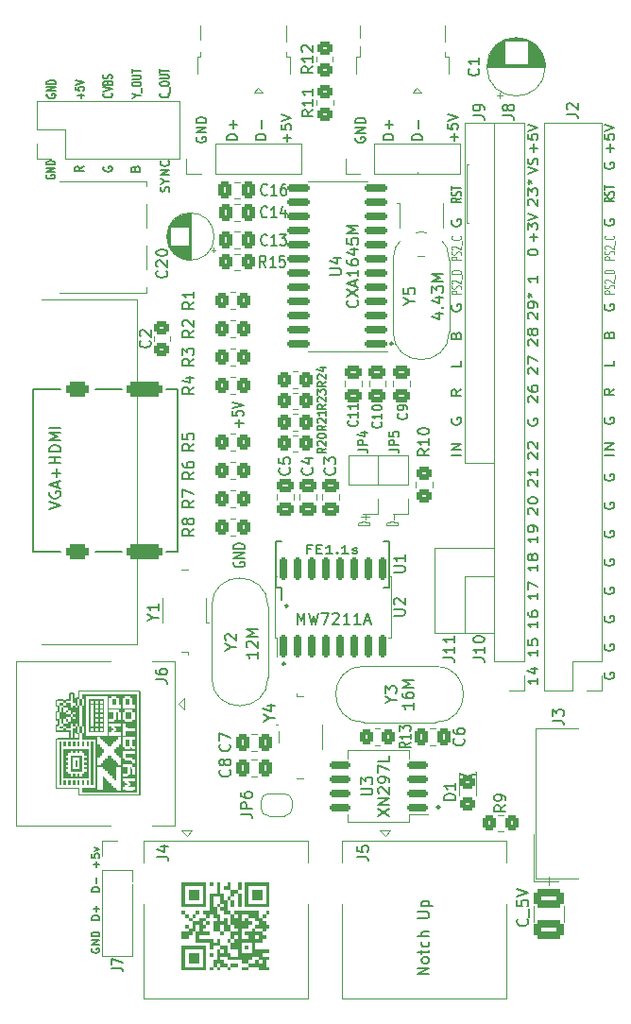
<source format=gto>
G04 #@! TF.GenerationSoftware,KiCad,Pcbnew,6.0.11-2627ca5db0~126~ubuntu20.04.1*
G04 #@! TF.CreationDate,2023-09-26T13:35:35+05:00*
G04 #@! TF.ProjectId,33EJU23,3333454a-5532-4332-9e6b-696361645f70,rev?*
G04 #@! TF.SameCoordinates,Original*
G04 #@! TF.FileFunction,Legend,Top*
G04 #@! TF.FilePolarity,Positive*
%FSLAX46Y46*%
G04 Gerber Fmt 4.6, Leading zero omitted, Abs format (unit mm)*
G04 Created by KiCad (PCBNEW 6.0.11-2627ca5db0~126~ubuntu20.04.1) date 2023-09-26 13:35:35*
%MOMM*%
%LPD*%
G01*
G04 APERTURE LIST*
G04 Aperture macros list*
%AMRoundRect*
0 Rectangle with rounded corners*
0 $1 Rounding radius*
0 $2 $3 $4 $5 $6 $7 $8 $9 X,Y pos of 4 corners*
0 Add a 4 corners polygon primitive as box body*
4,1,4,$2,$3,$4,$5,$6,$7,$8,$9,$2,$3,0*
0 Add four circle primitives for the rounded corners*
1,1,$1+$1,$2,$3*
1,1,$1+$1,$4,$5*
1,1,$1+$1,$6,$7*
1,1,$1+$1,$8,$9*
0 Add four rect primitives between the rounded corners*
20,1,$1+$1,$2,$3,$4,$5,0*
20,1,$1+$1,$4,$5,$6,$7,0*
20,1,$1+$1,$6,$7,$8,$9,0*
20,1,$1+$1,$8,$9,$2,$3,0*%
%AMOutline4P*
0 Free polygon, 4 corners , with rotation*
0 The origin of the aperture is its center*
0 number of corners: always 4*
0 $1 to $8 corner X, Y*
0 $9 Rotation angle, in degrees counterclockwise*
0 create outline with 4 corners*
4,1,4,$1,$2,$3,$4,$5,$6,$7,$8,$1,$2,$9*%
%AMFreePoly0*
4,1,22,0.500000,-0.750000,0.000000,-0.750000,0.000000,-0.745033,-0.079941,-0.743568,-0.215256,-0.701293,-0.333266,-0.622738,-0.424486,-0.514219,-0.481581,-0.384460,-0.499164,-0.250000,-0.500000,-0.250000,-0.500000,0.250000,-0.499164,0.250000,-0.499963,0.256109,-0.478152,0.396186,-0.417904,0.524511,-0.324060,0.630769,-0.204165,0.706417,-0.067858,0.745374,0.000000,0.744959,0.000000,0.750000,
0.500000,0.750000,0.500000,-0.750000,0.500000,-0.750000,$1*%
%AMFreePoly1*
4,1,20,0.000000,0.744959,0.073905,0.744508,0.209726,0.703889,0.328688,0.626782,0.421226,0.519385,0.479903,0.390333,0.500000,0.250000,0.500000,-0.250000,0.499851,-0.262216,0.476331,-0.402017,0.414519,-0.529596,0.319384,-0.634700,0.198574,-0.708877,0.061801,-0.746166,0.000000,-0.745033,0.000000,-0.750000,-0.500000,-0.750000,-0.500000,0.750000,0.000000,0.750000,0.000000,0.744959,
0.000000,0.744959,$1*%
G04 Aperture macros list end*
%ADD10C,0.150000*%
%ADD11C,0.120000*%
%ADD12C,0.125000*%
%ADD13R,1.600000X7.000000*%
%ADD14RoundRect,0.250000X0.350000X0.450000X-0.350000X0.450000X-0.350000X-0.450000X0.350000X-0.450000X0*%
%ADD15RoundRect,0.250000X-0.350000X-0.450000X0.350000X-0.450000X0.350000X0.450000X-0.350000X0.450000X0*%
%ADD16C,1.500000*%
%ADD17C,1.700000*%
%ADD18C,2.000000*%
%ADD19RoundRect,0.250000X-0.475000X0.337500X-0.475000X-0.337500X0.475000X-0.337500X0.475000X0.337500X0*%
%ADD20O,1.700000X1.700000*%
%ADD21RoundRect,0.150000X0.837500X0.150000X-0.837500X0.150000X-0.837500X-0.150000X0.837500X-0.150000X0*%
%ADD22C,0.650000*%
%ADD23R,0.600000X1.450000*%
%ADD24R,0.400000X1.650000*%
%ADD25R,0.300000X1.450000*%
%ADD26O,1.000000X1.600000*%
%ADD27R,0.380714X1.829960*%
%ADD28R,1.430000X2.500000*%
%ADD29R,1.825000X0.700000*%
%ADD30O,1.100000X1.500000*%
%ADD31R,0.382484X1.821706*%
%ADD32O,1.000000X2.100000*%
%ADD33R,2.000000X1.500000*%
%ADD34Outline4P,-0.675000X-0.675000X0.675000X-0.675000X0.675000X0.675000X-0.675000X0.675000X0.000000*%
%ADD35FreePoly0,180.000000*%
%ADD36FreePoly1,180.000000*%
%ADD37R,1.700000X1.700000*%
%ADD38RoundRect,0.250000X0.450000X-0.350000X0.450000X0.350000X-0.450000X0.350000X-0.450000X-0.350000X0*%
%ADD39R,2.600000X0.300000*%
%ADD40RoundRect,0.350000X-1.300000X0.350000X-1.300000X-0.350000X1.300000X-0.350000X1.300000X0.350000X0*%
%ADD41RoundRect,0.350000X-0.700000X0.350000X-0.700000X-0.350000X0.700000X-0.350000X0.700000X0.350000X0*%
%ADD42RoundRect,0.250000X-0.450000X0.350000X-0.450000X-0.350000X0.450000X-0.350000X0.450000X0.350000X0*%
%ADD43R,1.524000X1.524000*%
%ADD44C,1.524000*%
%ADD45C,3.500000*%
%ADD46R,2.000000X2.000000*%
%ADD47R,1.392000X3.048000*%
%ADD48R,1.392000X2.921000*%
%ADD49R,1.200000X1.200000*%
%ADD50C,1.200000*%
%ADD51RoundRect,0.250000X-0.337500X-0.475000X0.337500X-0.475000X0.337500X0.475000X-0.337500X0.475000X0*%
%ADD52RoundRect,0.250000X0.475000X-0.337500X0.475000X0.337500X-0.475000X0.337500X-0.475000X-0.337500X0*%
%ADD53RoundRect,0.150000X0.150000X-0.837500X0.150000X0.837500X-0.150000X0.837500X-0.150000X-0.837500X0*%
%ADD54R,1.600000X1.600000*%
%ADD55C,1.600000*%
%ADD56O,4.700000X2.000000*%
%ADD57O,4.400000X2.000000*%
%ADD58O,2.700000X3.700000*%
%ADD59RoundRect,0.150000X0.800000X0.150000X-0.800000X0.150000X-0.800000X-0.150000X0.800000X-0.150000X0*%
%ADD60RoundRect,0.250000X0.337500X0.475000X-0.337500X0.475000X-0.337500X-0.475000X0.337500X-0.475000X0*%
%ADD61R,3.480000X1.846667*%
%ADD62C,4.000000*%
%ADD63RoundRect,0.323962X-1.026038X0.534538X-1.026038X-0.534538X1.026038X-0.534538X1.026038X0.534538X0*%
%ADD64R,0.400000X1.200000*%
G04 APERTURE END LIST*
D10*
X65222380Y-113116904D02*
X64222380Y-113116904D01*
X65222380Y-112545476D01*
X64222380Y-112545476D01*
X65222380Y-111926428D02*
X65174761Y-112021666D01*
X65127142Y-112069285D01*
X65031904Y-112116904D01*
X64746190Y-112116904D01*
X64650952Y-112069285D01*
X64603333Y-112021666D01*
X64555714Y-111926428D01*
X64555714Y-111783571D01*
X64603333Y-111688333D01*
X64650952Y-111640714D01*
X64746190Y-111593095D01*
X65031904Y-111593095D01*
X65127142Y-111640714D01*
X65174761Y-111688333D01*
X65222380Y-111783571D01*
X65222380Y-111926428D01*
X64555714Y-111307380D02*
X64555714Y-110926428D01*
X64222380Y-111164523D02*
X65079523Y-111164523D01*
X65174761Y-111116904D01*
X65222380Y-111021666D01*
X65222380Y-110926428D01*
X65174761Y-110164523D02*
X65222380Y-110259761D01*
X65222380Y-110450238D01*
X65174761Y-110545476D01*
X65127142Y-110593095D01*
X65031904Y-110640714D01*
X64746190Y-110640714D01*
X64650952Y-110593095D01*
X64603333Y-110545476D01*
X64555714Y-110450238D01*
X64555714Y-110259761D01*
X64603333Y-110164523D01*
X65222380Y-109735952D02*
X64222380Y-109735952D01*
X65222380Y-109307380D02*
X64698571Y-109307380D01*
X64603333Y-109355000D01*
X64555714Y-109450238D01*
X64555714Y-109593095D01*
X64603333Y-109688333D01*
X64650952Y-109735952D01*
X64222380Y-108069285D02*
X65031904Y-108069285D01*
X65127142Y-108021666D01*
X65174761Y-107974047D01*
X65222380Y-107878809D01*
X65222380Y-107688333D01*
X65174761Y-107593095D01*
X65127142Y-107545476D01*
X65031904Y-107497857D01*
X64222380Y-107497857D01*
X64555714Y-107021666D02*
X65555714Y-107021666D01*
X64603333Y-107021666D02*
X64555714Y-106926428D01*
X64555714Y-106735952D01*
X64603333Y-106640714D01*
X64650952Y-106593095D01*
X64746190Y-106545476D01*
X65031904Y-106545476D01*
X65127142Y-106593095D01*
X65174761Y-106640714D01*
X65222380Y-106735952D01*
X65222380Y-106926428D01*
X65174761Y-107021666D01*
D11*
X69063382Y-95148687D02*
X69088000Y-95377000D01*
X67929381Y-96640693D02*
X67917127Y-95010984D01*
X69401763Y-95004444D02*
X67917127Y-95010984D01*
X67902381Y-95232757D02*
X67917127Y-95010984D01*
X68605400Y-40487600D02*
X68884800Y-40487600D01*
X67902381Y-95105757D02*
X69426381Y-95105757D01*
X69399381Y-96640693D02*
X69401763Y-95004444D01*
X68605400Y-45745400D02*
X68910200Y-45745400D01*
X67902381Y-95232757D02*
X69426381Y-95232757D01*
X69426381Y-95169257D02*
X67902381Y-95105757D01*
X68605400Y-40513000D02*
X68605400Y-45745400D01*
D10*
X68123498Y-60688949D02*
X67694927Y-61022282D01*
X68123498Y-61260377D02*
X67223498Y-61260377D01*
X67223498Y-60879425D01*
X67266356Y-60784187D01*
X67309213Y-60736568D01*
X67394927Y-60688949D01*
X67523498Y-60688949D01*
X67609213Y-60736568D01*
X67652070Y-60784187D01*
X67694927Y-60879425D01*
X67694927Y-61260377D01*
X80957000Y-45458095D02*
X80914142Y-45553333D01*
X80914142Y-45696190D01*
X80957000Y-45839047D01*
X81042714Y-45934285D01*
X81128428Y-45981904D01*
X81299857Y-46029523D01*
X81428428Y-46029523D01*
X81599857Y-45981904D01*
X81685571Y-45934285D01*
X81771285Y-45839047D01*
X81814142Y-45696190D01*
X81814142Y-45600952D01*
X81771285Y-45458095D01*
X81728428Y-45410476D01*
X81428428Y-45410476D01*
X81428428Y-45600952D01*
X60666380Y-98956476D02*
X61666380Y-98289809D01*
X60666380Y-98289809D02*
X61666380Y-98956476D01*
X61666380Y-97908857D02*
X60666380Y-97908857D01*
X61666380Y-97337428D01*
X60666380Y-97337428D01*
X60761619Y-96908857D02*
X60714000Y-96861238D01*
X60666380Y-96766000D01*
X60666380Y-96527904D01*
X60714000Y-96432666D01*
X60761619Y-96385047D01*
X60856857Y-96337428D01*
X60952095Y-96337428D01*
X61094952Y-96385047D01*
X61666380Y-96956476D01*
X61666380Y-96337428D01*
X61666380Y-95861238D02*
X61666380Y-95670761D01*
X61618761Y-95575523D01*
X61571142Y-95527904D01*
X61428285Y-95432666D01*
X61237809Y-95385047D01*
X60856857Y-95385047D01*
X60761619Y-95432666D01*
X60714000Y-95480285D01*
X60666380Y-95575523D01*
X60666380Y-95766000D01*
X60714000Y-95861238D01*
X60761619Y-95908857D01*
X60856857Y-95956476D01*
X61094952Y-95956476D01*
X61190190Y-95908857D01*
X61237809Y-95861238D01*
X61285428Y-95766000D01*
X61285428Y-95575523D01*
X61237809Y-95480285D01*
X61190190Y-95432666D01*
X61094952Y-95385047D01*
X60666380Y-95051714D02*
X60666380Y-94385047D01*
X61666380Y-94813619D01*
X61666380Y-93527904D02*
X61666380Y-94004095D01*
X60666380Y-94004095D01*
X35012962Y-110791126D02*
X34979628Y-110857793D01*
X34979628Y-110957793D01*
X35012962Y-111057793D01*
X35079628Y-111124459D01*
X35146295Y-111157793D01*
X35279628Y-111191126D01*
X35379628Y-111191126D01*
X35512962Y-111157793D01*
X35579628Y-111124459D01*
X35646295Y-111057793D01*
X35679628Y-110957793D01*
X35679628Y-110891126D01*
X35646295Y-110791126D01*
X35612962Y-110757793D01*
X35379628Y-110757793D01*
X35379628Y-110891126D01*
X35679628Y-110457793D02*
X34979628Y-110457793D01*
X35679628Y-110057793D01*
X34979628Y-110057793D01*
X35679628Y-109724459D02*
X34979628Y-109724459D01*
X34979628Y-109557793D01*
X35012962Y-109457793D01*
X35079628Y-109391126D01*
X35146295Y-109357793D01*
X35279628Y-109324459D01*
X35379628Y-109324459D01*
X35512962Y-109357793D01*
X35579628Y-109391126D01*
X35646295Y-109457793D01*
X35679628Y-109557793D01*
X35679628Y-109724459D01*
X74613285Y-47385142D02*
X74613285Y-46699428D01*
X74956142Y-47042285D02*
X74270428Y-47042285D01*
X74056142Y-46356571D02*
X74056142Y-45799428D01*
X74399000Y-46099428D01*
X74399000Y-45970857D01*
X74441857Y-45885142D01*
X74484714Y-45842285D01*
X74570428Y-45799428D01*
X74784714Y-45799428D01*
X74870428Y-45842285D01*
X74913285Y-45885142D01*
X74956142Y-45970857D01*
X74956142Y-46228000D01*
X74913285Y-46313714D01*
X74870428Y-46356571D01*
X74056142Y-45542285D02*
X74956142Y-45242285D01*
X74056142Y-44942285D01*
X80957000Y-73398095D02*
X80914142Y-73493333D01*
X80914142Y-73636190D01*
X80957000Y-73779047D01*
X81042714Y-73874285D01*
X81128428Y-73921904D01*
X81299857Y-73969523D01*
X81428428Y-73969523D01*
X81599857Y-73921904D01*
X81685571Y-73874285D01*
X81771285Y-73779047D01*
X81814142Y-73636190D01*
X81814142Y-73540952D01*
X81771285Y-73398095D01*
X81728428Y-73350476D01*
X81428428Y-73350476D01*
X81428428Y-73540952D01*
D12*
X68123498Y-49092092D02*
X67223498Y-49092092D01*
X67223498Y-48901615D01*
X67266356Y-48853996D01*
X67309213Y-48830187D01*
X67394927Y-48806377D01*
X67523498Y-48806377D01*
X67609213Y-48830187D01*
X67652070Y-48853996D01*
X67694927Y-48901615D01*
X67694927Y-49092092D01*
X68080641Y-48615901D02*
X68123498Y-48544473D01*
X68123498Y-48425425D01*
X68080641Y-48377806D01*
X68037784Y-48353996D01*
X67952070Y-48330187D01*
X67866356Y-48330187D01*
X67780641Y-48353996D01*
X67737784Y-48377806D01*
X67694927Y-48425425D01*
X67652070Y-48520663D01*
X67609213Y-48568282D01*
X67566356Y-48592092D01*
X67480641Y-48615901D01*
X67394927Y-48615901D01*
X67309213Y-48592092D01*
X67266356Y-48568282D01*
X67223498Y-48520663D01*
X67223498Y-48401615D01*
X67266356Y-48330187D01*
X67309213Y-48139711D02*
X67266356Y-48115901D01*
X67223498Y-48068282D01*
X67223498Y-47949234D01*
X67266356Y-47901615D01*
X67309213Y-47877806D01*
X67394927Y-47853996D01*
X67480641Y-47853996D01*
X67609213Y-47877806D01*
X68123498Y-48163520D01*
X68123498Y-47853996D01*
X68209213Y-47758758D02*
X68209213Y-47377806D01*
X68037784Y-46973044D02*
X68080641Y-46996853D01*
X68123498Y-47068282D01*
X68123498Y-47115901D01*
X68080641Y-47187330D01*
X67994927Y-47234949D01*
X67909213Y-47258758D01*
X67737784Y-47282568D01*
X67609213Y-47282568D01*
X67437784Y-47258758D01*
X67352070Y-47234949D01*
X67266356Y-47187330D01*
X67223498Y-47115901D01*
X67223498Y-47068282D01*
X67266356Y-46996853D01*
X67309213Y-46973044D01*
D10*
X74956142Y-81470476D02*
X74956142Y-82041904D01*
X74956142Y-81756190D02*
X74056142Y-81756190D01*
X74184714Y-81851428D01*
X74270428Y-81946666D01*
X74313285Y-82041904D01*
X74056142Y-80613333D02*
X74056142Y-80803809D01*
X74099000Y-80899047D01*
X74141857Y-80946666D01*
X74270428Y-81041904D01*
X74441857Y-81089523D01*
X74784714Y-81089523D01*
X74870428Y-81041904D01*
X74913285Y-80994285D01*
X74956142Y-80899047D01*
X74956142Y-80708571D01*
X74913285Y-80613333D01*
X74870428Y-80565714D01*
X74784714Y-80518095D01*
X74570428Y-80518095D01*
X74484714Y-80565714D01*
X74441857Y-80613333D01*
X74399000Y-80708571D01*
X74399000Y-80899047D01*
X74441857Y-80994285D01*
X74484714Y-81041904D01*
X74570428Y-81089523D01*
X80957000Y-75938095D02*
X80914142Y-76033333D01*
X80914142Y-76176190D01*
X80957000Y-76319047D01*
X81042714Y-76414285D01*
X81128428Y-76461904D01*
X81299857Y-76509523D01*
X81428428Y-76509523D01*
X81599857Y-76461904D01*
X81685571Y-76414285D01*
X81771285Y-76319047D01*
X81814142Y-76176190D01*
X81814142Y-76080952D01*
X81771285Y-75938095D01*
X81728428Y-75890476D01*
X81428428Y-75890476D01*
X81428428Y-76080952D01*
X74613285Y-39384142D02*
X74613285Y-38698428D01*
X74956142Y-39041285D02*
X74270428Y-39041285D01*
X74056142Y-37841285D02*
X74056142Y-38269857D01*
X74484714Y-38312714D01*
X74441857Y-38269857D01*
X74399000Y-38184142D01*
X74399000Y-37969857D01*
X74441857Y-37884142D01*
X74484714Y-37841285D01*
X74570428Y-37798428D01*
X74784714Y-37798428D01*
X74870428Y-37841285D01*
X74913285Y-37884142D01*
X74956142Y-37969857D01*
X74956142Y-38184142D01*
X74913285Y-38269857D01*
X74870428Y-38312714D01*
X74056142Y-37541285D02*
X74956142Y-37241285D01*
X74056142Y-36941285D01*
X52537586Y-38482245D02*
X52537586Y-37796531D01*
X52880443Y-38139388D02*
X52194729Y-38139388D01*
X51980443Y-36939388D02*
X51980443Y-37367960D01*
X52409015Y-37410817D01*
X52366158Y-37367960D01*
X52323301Y-37282245D01*
X52323301Y-37067960D01*
X52366158Y-36982245D01*
X52409015Y-36939388D01*
X52494729Y-36896531D01*
X52709015Y-36896531D01*
X52794729Y-36939388D01*
X52837586Y-36982245D01*
X52880443Y-37067960D01*
X52880443Y-37282245D01*
X52837586Y-37367960D01*
X52794729Y-37410817D01*
X51980443Y-36639388D02*
X52880443Y-36339388D01*
X51980443Y-36039388D01*
X41840114Y-34174000D02*
X41878209Y-34202571D01*
X41916304Y-34288285D01*
X41916304Y-34345428D01*
X41878209Y-34431142D01*
X41802019Y-34488285D01*
X41725828Y-34516857D01*
X41573447Y-34545428D01*
X41459161Y-34545428D01*
X41306780Y-34516857D01*
X41230590Y-34488285D01*
X41154400Y-34431142D01*
X41116304Y-34345428D01*
X41116304Y-34288285D01*
X41154400Y-34202571D01*
X41192495Y-34174000D01*
X41992495Y-34059714D02*
X41992495Y-33602571D01*
X41116304Y-33345428D02*
X41116304Y-33231142D01*
X41154400Y-33174000D01*
X41230590Y-33116857D01*
X41382971Y-33088285D01*
X41649638Y-33088285D01*
X41802019Y-33116857D01*
X41878209Y-33174000D01*
X41916304Y-33231142D01*
X41916304Y-33345428D01*
X41878209Y-33402571D01*
X41802019Y-33459714D01*
X41649638Y-33488285D01*
X41382971Y-33488285D01*
X41230590Y-33459714D01*
X41154400Y-33402571D01*
X41116304Y-33345428D01*
X41116304Y-32831142D02*
X41763923Y-32831142D01*
X41840114Y-32802571D01*
X41878209Y-32774000D01*
X41916304Y-32716857D01*
X41916304Y-32602571D01*
X41878209Y-32545428D01*
X41840114Y-32516857D01*
X41763923Y-32488285D01*
X41116304Y-32488285D01*
X41116304Y-32288285D02*
X41116304Y-31945428D01*
X41916304Y-32116857D02*
X41116304Y-32116857D01*
D12*
X62428380Y-72830476D02*
X61428380Y-72830476D01*
X61428380Y-72711428D01*
X61476000Y-72640000D01*
X61571238Y-72592380D01*
X61666476Y-72568571D01*
X61856952Y-72544761D01*
X61999809Y-72544761D01*
X62190285Y-72568571D01*
X62285523Y-72592380D01*
X62380761Y-72640000D01*
X62428380Y-72711428D01*
X62428380Y-72830476D01*
X62047428Y-72330476D02*
X62047428Y-71949523D01*
D10*
X30943600Y-41478142D02*
X30905504Y-41535285D01*
X30905504Y-41621000D01*
X30943600Y-41706714D01*
X31019790Y-41763857D01*
X31095980Y-41792428D01*
X31248361Y-41821000D01*
X31362647Y-41821000D01*
X31515028Y-41792428D01*
X31591219Y-41763857D01*
X31667409Y-41706714D01*
X31705504Y-41621000D01*
X31705504Y-41563857D01*
X31667409Y-41478142D01*
X31629314Y-41449571D01*
X31362647Y-41449571D01*
X31362647Y-41563857D01*
X31705504Y-41192428D02*
X30905504Y-41192428D01*
X31705504Y-40849571D01*
X30905504Y-40849571D01*
X31705504Y-40563857D02*
X30905504Y-40563857D01*
X30905504Y-40421000D01*
X30943600Y-40335285D01*
X31019790Y-40278142D01*
X31095980Y-40249571D01*
X31248361Y-40221000D01*
X31362647Y-40221000D01*
X31515028Y-40249571D01*
X31591219Y-40278142D01*
X31667409Y-40335285D01*
X31705504Y-40421000D01*
X31705504Y-40563857D01*
D12*
X59888380Y-72830476D02*
X58888380Y-72830476D01*
X58888380Y-72711428D01*
X58936000Y-72640000D01*
X59031238Y-72592380D01*
X59126476Y-72568571D01*
X59316952Y-72544761D01*
X59459809Y-72544761D01*
X59650285Y-72568571D01*
X59745523Y-72592380D01*
X59840761Y-72640000D01*
X59888380Y-72711428D01*
X59888380Y-72830476D01*
X59507428Y-72330476D02*
X59507428Y-71949523D01*
X59888380Y-72140000D02*
X59126476Y-72140000D01*
D10*
X81814142Y-43508571D02*
X81385571Y-43708571D01*
X81814142Y-43851428D02*
X80914142Y-43851428D01*
X80914142Y-43622857D01*
X80957000Y-43565714D01*
X80999857Y-43537142D01*
X81085571Y-43508571D01*
X81214142Y-43508571D01*
X81299857Y-43537142D01*
X81342714Y-43565714D01*
X81385571Y-43622857D01*
X81385571Y-43851428D01*
X81771285Y-43280000D02*
X81814142Y-43194285D01*
X81814142Y-43051428D01*
X81771285Y-42994285D01*
X81728428Y-42965714D01*
X81642714Y-42937142D01*
X81557000Y-42937142D01*
X81471285Y-42965714D01*
X81428428Y-42994285D01*
X81385571Y-43051428D01*
X81342714Y-43165714D01*
X81299857Y-43222857D01*
X81257000Y-43251428D01*
X81171285Y-43280000D01*
X81085571Y-43280000D01*
X80999857Y-43251428D01*
X80957000Y-43222857D01*
X80914142Y-43165714D01*
X80914142Y-43022857D01*
X80957000Y-42937142D01*
X80914142Y-42765714D02*
X80914142Y-42422857D01*
X81814142Y-42594285D02*
X80914142Y-42594285D01*
X81814142Y-58110476D02*
X81814142Y-58586666D01*
X80914142Y-58586666D01*
X36760114Y-34159742D02*
X36798209Y-34188314D01*
X36836304Y-34274028D01*
X36836304Y-34331171D01*
X36798209Y-34416885D01*
X36722019Y-34474028D01*
X36645828Y-34502600D01*
X36493447Y-34531171D01*
X36379161Y-34531171D01*
X36226780Y-34502600D01*
X36150590Y-34474028D01*
X36074400Y-34416885D01*
X36036304Y-34331171D01*
X36036304Y-34274028D01*
X36074400Y-34188314D01*
X36112495Y-34159742D01*
X36036304Y-33988314D02*
X36836304Y-33788314D01*
X36036304Y-33588314D01*
X36417257Y-33188314D02*
X36455352Y-33102600D01*
X36493447Y-33074028D01*
X36569638Y-33045457D01*
X36683923Y-33045457D01*
X36760114Y-33074028D01*
X36798209Y-33102600D01*
X36836304Y-33159742D01*
X36836304Y-33388314D01*
X36036304Y-33388314D01*
X36036304Y-33188314D01*
X36074400Y-33131171D01*
X36112495Y-33102600D01*
X36188685Y-33074028D01*
X36264876Y-33074028D01*
X36341066Y-33102600D01*
X36379161Y-33131171D01*
X36417257Y-33188314D01*
X36417257Y-33388314D01*
X36798209Y-32816885D02*
X36836304Y-32731171D01*
X36836304Y-32588314D01*
X36798209Y-32531171D01*
X36760114Y-32502600D01*
X36683923Y-32474028D01*
X36607733Y-32474028D01*
X36531542Y-32502600D01*
X36493447Y-32531171D01*
X36455352Y-32588314D01*
X36417257Y-32702600D01*
X36379161Y-32759742D01*
X36341066Y-32788314D01*
X36264876Y-32816885D01*
X36188685Y-32816885D01*
X36112495Y-32788314D01*
X36074400Y-32759742D01*
X36036304Y-32702600D01*
X36036304Y-32559742D01*
X36074400Y-32474028D01*
X67459291Y-38447029D02*
X67459291Y-37761315D01*
X67802148Y-38104172D02*
X67116434Y-38104172D01*
X66902148Y-36904172D02*
X66902148Y-37332744D01*
X67330720Y-37375601D01*
X67287863Y-37332744D01*
X67245006Y-37247029D01*
X67245006Y-37032744D01*
X67287863Y-36947029D01*
X67330720Y-36904172D01*
X67416434Y-36861315D01*
X67630720Y-36861315D01*
X67716434Y-36904172D01*
X67759291Y-36947029D01*
X67802148Y-37032744D01*
X67802148Y-37247029D01*
X67759291Y-37332744D01*
X67716434Y-37375601D01*
X66902148Y-36604172D02*
X67802148Y-36304172D01*
X66902148Y-36004172D01*
X50572142Y-38345952D02*
X49672142Y-38345952D01*
X49672142Y-38107857D01*
X49715000Y-37965000D01*
X49800714Y-37869761D01*
X49886428Y-37822142D01*
X50057857Y-37774523D01*
X50186428Y-37774523D01*
X50357857Y-37822142D01*
X50443571Y-37869761D01*
X50529285Y-37965000D01*
X50572142Y-38107857D01*
X50572142Y-38345952D01*
X50229285Y-37345952D02*
X50229285Y-36584047D01*
X48204428Y-64020571D02*
X48204428Y-63411047D01*
X48585380Y-63715809D02*
X47823476Y-63715809D01*
X47585380Y-62649142D02*
X47585380Y-63030095D01*
X48061571Y-63068190D01*
X48013952Y-63030095D01*
X47966333Y-62953904D01*
X47966333Y-62763428D01*
X48013952Y-62687238D01*
X48061571Y-62649142D01*
X48156809Y-62611047D01*
X48394904Y-62611047D01*
X48490142Y-62649142D01*
X48537761Y-62687238D01*
X48585380Y-62763428D01*
X48585380Y-62953904D01*
X48537761Y-63030095D01*
X48490142Y-63068190D01*
X47585380Y-62382476D02*
X48585380Y-62115809D01*
X47585380Y-61849142D01*
D12*
X81814142Y-49053619D02*
X80914142Y-49053619D01*
X80914142Y-48863142D01*
X80957000Y-48815523D01*
X80999857Y-48791714D01*
X81085571Y-48767904D01*
X81214142Y-48767904D01*
X81299857Y-48791714D01*
X81342714Y-48815523D01*
X81385571Y-48863142D01*
X81385571Y-49053619D01*
X81771285Y-48577428D02*
X81814142Y-48506000D01*
X81814142Y-48386952D01*
X81771285Y-48339333D01*
X81728428Y-48315523D01*
X81642714Y-48291714D01*
X81557000Y-48291714D01*
X81471285Y-48315523D01*
X81428428Y-48339333D01*
X81385571Y-48386952D01*
X81342714Y-48482190D01*
X81299857Y-48529809D01*
X81257000Y-48553619D01*
X81171285Y-48577428D01*
X81085571Y-48577428D01*
X80999857Y-48553619D01*
X80957000Y-48529809D01*
X80914142Y-48482190D01*
X80914142Y-48363142D01*
X80957000Y-48291714D01*
X80999857Y-48101238D02*
X80957000Y-48077428D01*
X80914142Y-48029809D01*
X80914142Y-47910761D01*
X80957000Y-47863142D01*
X80999857Y-47839333D01*
X81085571Y-47815523D01*
X81171285Y-47815523D01*
X81299857Y-47839333D01*
X81814142Y-48125047D01*
X81814142Y-47815523D01*
X81899857Y-47720285D02*
X81899857Y-47339333D01*
X81728428Y-46934571D02*
X81771285Y-46958380D01*
X81814142Y-47029809D01*
X81814142Y-47077428D01*
X81771285Y-47148857D01*
X81685571Y-47196476D01*
X81599857Y-47220285D01*
X81428428Y-47244095D01*
X81299857Y-47244095D01*
X81128428Y-47220285D01*
X81042714Y-47196476D01*
X80957000Y-47148857D01*
X80914142Y-47077428D01*
X80914142Y-47029809D01*
X80957000Y-46958380D01*
X80999857Y-46934571D01*
D10*
X67266356Y-63276568D02*
X67223498Y-63371806D01*
X67223498Y-63514663D01*
X67266356Y-63657520D01*
X67352070Y-63752758D01*
X67437784Y-63800377D01*
X67609213Y-63847996D01*
X67737784Y-63847996D01*
X67909213Y-63800377D01*
X67994927Y-63752758D01*
X68080641Y-63657520D01*
X68123498Y-63514663D01*
X68123498Y-63419425D01*
X68080641Y-63276568D01*
X68037784Y-63228949D01*
X67737784Y-63228949D01*
X67737784Y-63419425D01*
X67266356Y-53116568D02*
X67223498Y-53211806D01*
X67223498Y-53354663D01*
X67266356Y-53497520D01*
X67352070Y-53592758D01*
X67437784Y-53640377D01*
X67609213Y-53687996D01*
X67737784Y-53687996D01*
X67909213Y-53640377D01*
X67994927Y-53592758D01*
X68080641Y-53497520D01*
X68123498Y-53354663D01*
X68123498Y-53259425D01*
X68080641Y-53116568D01*
X68037784Y-53068949D01*
X67737784Y-53068949D01*
X67737784Y-53259425D01*
X80957000Y-53078095D02*
X80914142Y-53173333D01*
X80914142Y-53316190D01*
X80957000Y-53459047D01*
X81042714Y-53554285D01*
X81128428Y-53601904D01*
X81299857Y-53649523D01*
X81428428Y-53649523D01*
X81599857Y-53601904D01*
X81685571Y-53554285D01*
X81771285Y-53459047D01*
X81814142Y-53316190D01*
X81814142Y-53220952D01*
X81771285Y-53078095D01*
X81728428Y-53030476D01*
X81428428Y-53030476D01*
X81428428Y-53220952D01*
X74056142Y-41368571D02*
X74956142Y-41068571D01*
X74056142Y-40768571D01*
X74913285Y-40511428D02*
X74956142Y-40382857D01*
X74956142Y-40168571D01*
X74913285Y-40082857D01*
X74870428Y-40040000D01*
X74784714Y-39997142D01*
X74699000Y-39997142D01*
X74613285Y-40040000D01*
X74570428Y-40082857D01*
X74527571Y-40168571D01*
X74484714Y-40340000D01*
X74441857Y-40425714D01*
X74399000Y-40468571D01*
X74313285Y-40511428D01*
X74227571Y-40511428D01*
X74141857Y-40468571D01*
X74099000Y-40425714D01*
X74056142Y-40340000D01*
X74056142Y-40125714D01*
X74099000Y-39997142D01*
X74141857Y-66928904D02*
X74099000Y-66881285D01*
X74056142Y-66786047D01*
X74056142Y-66547952D01*
X74099000Y-66452714D01*
X74141857Y-66405095D01*
X74227571Y-66357476D01*
X74313285Y-66357476D01*
X74441857Y-66405095D01*
X74956142Y-66976523D01*
X74956142Y-66357476D01*
X74141857Y-65976523D02*
X74099000Y-65928904D01*
X74056142Y-65833666D01*
X74056142Y-65595571D01*
X74099000Y-65500333D01*
X74141857Y-65452714D01*
X74227571Y-65405095D01*
X74313285Y-65405095D01*
X74441857Y-65452714D01*
X74956142Y-66024142D01*
X74956142Y-65405095D01*
X62002142Y-38345952D02*
X61102142Y-38345952D01*
X61102142Y-38107857D01*
X61145000Y-37965000D01*
X61230714Y-37869761D01*
X61316428Y-37822142D01*
X61487857Y-37774523D01*
X61616428Y-37774523D01*
X61787857Y-37822142D01*
X61873571Y-37869761D01*
X61959285Y-37965000D01*
X62002142Y-38107857D01*
X62002142Y-38345952D01*
X61659285Y-37345952D02*
X61659285Y-36584047D01*
X62002142Y-36965000D02*
X61316428Y-36965000D01*
X63825380Y-88772904D02*
X63825380Y-89344333D01*
X63825380Y-89058619D02*
X62825380Y-89058619D01*
X62968238Y-89153857D01*
X63063476Y-89249095D01*
X63111095Y-89344333D01*
X62825380Y-87915761D02*
X62825380Y-88106238D01*
X62873000Y-88201476D01*
X62920619Y-88249095D01*
X63063476Y-88344333D01*
X63253952Y-88391952D01*
X63634904Y-88391952D01*
X63730142Y-88344333D01*
X63777761Y-88296714D01*
X63825380Y-88201476D01*
X63825380Y-88011000D01*
X63777761Y-87915761D01*
X63730142Y-87868142D01*
X63634904Y-87820523D01*
X63396809Y-87820523D01*
X63301571Y-87868142D01*
X63253952Y-87915761D01*
X63206333Y-88011000D01*
X63206333Y-88201476D01*
X63253952Y-88296714D01*
X63301571Y-88344333D01*
X63396809Y-88391952D01*
X63825380Y-87391952D02*
X62825380Y-87391952D01*
X63539666Y-87058619D01*
X62825380Y-86725285D01*
X63825380Y-86725285D01*
X38906457Y-40913057D02*
X38944552Y-40798771D01*
X38982647Y-40760676D01*
X39058838Y-40722580D01*
X39173123Y-40722580D01*
X39249314Y-40760676D01*
X39287409Y-40798771D01*
X39325504Y-40874961D01*
X39325504Y-41179723D01*
X38525504Y-41179723D01*
X38525504Y-40913057D01*
X38563600Y-40836866D01*
X38601695Y-40798771D01*
X38677885Y-40760676D01*
X38754076Y-40760676D01*
X38830266Y-40798771D01*
X38868361Y-40836866D01*
X38906457Y-40913057D01*
X38906457Y-41179723D01*
X52451000Y-79938428D02*
X52593857Y-80081285D01*
X52451000Y-80224142D01*
X52308142Y-80081285D01*
X52451000Y-79938428D01*
X52451000Y-80224142D01*
X68123498Y-66602282D02*
X67223498Y-66602282D01*
X68123498Y-66126092D02*
X67223498Y-66126092D01*
X68123498Y-65554663D01*
X67223498Y-65554663D01*
X80957000Y-70858095D02*
X80914142Y-70953333D01*
X80914142Y-71096190D01*
X80957000Y-71239047D01*
X81042714Y-71334285D01*
X81128428Y-71381904D01*
X81299857Y-71429523D01*
X81428428Y-71429523D01*
X81599857Y-71381904D01*
X81685571Y-71334285D01*
X81771285Y-71239047D01*
X81814142Y-71096190D01*
X81814142Y-71000952D01*
X81771285Y-70858095D01*
X81728428Y-70810476D01*
X81428428Y-70810476D01*
X81428428Y-71000952D01*
X80957000Y-83558095D02*
X80914142Y-83653333D01*
X80914142Y-83796190D01*
X80957000Y-83939047D01*
X81042714Y-84034285D01*
X81128428Y-84081904D01*
X81299857Y-84129523D01*
X81428428Y-84129523D01*
X81599857Y-84081904D01*
X81685571Y-84034285D01*
X81771285Y-83939047D01*
X81814142Y-83796190D01*
X81814142Y-83700952D01*
X81771285Y-83558095D01*
X81728428Y-83510476D01*
X81428428Y-83510476D01*
X81428428Y-83700952D01*
X80957000Y-63238095D02*
X80914142Y-63333333D01*
X80914142Y-63476190D01*
X80957000Y-63619047D01*
X81042714Y-63714285D01*
X81128428Y-63761904D01*
X81299857Y-63809523D01*
X81428428Y-63809523D01*
X81599857Y-63761904D01*
X81685571Y-63714285D01*
X81771285Y-63619047D01*
X81814142Y-63476190D01*
X81814142Y-63380952D01*
X81771285Y-63238095D01*
X81728428Y-63190476D01*
X81428428Y-63190476D01*
X81428428Y-63380952D01*
X80957000Y-40378095D02*
X80914142Y-40473333D01*
X80914142Y-40616190D01*
X80957000Y-40759047D01*
X81042714Y-40854285D01*
X81128428Y-40901904D01*
X81299857Y-40949523D01*
X81428428Y-40949523D01*
X81599857Y-40901904D01*
X81685571Y-40854285D01*
X81771285Y-40759047D01*
X81814142Y-40616190D01*
X81814142Y-40520952D01*
X81771285Y-40378095D01*
X81728428Y-40330476D01*
X81428428Y-40330476D01*
X81428428Y-40520952D01*
X34270904Y-40697180D02*
X33889952Y-40963847D01*
X34270904Y-41154323D02*
X33470904Y-41154323D01*
X33470904Y-40849561D01*
X33509000Y-40773371D01*
X33547095Y-40735276D01*
X33623285Y-40697180D01*
X33737571Y-40697180D01*
X33813761Y-40735276D01*
X33851857Y-40773371D01*
X33889952Y-40849561D01*
X33889952Y-41154323D01*
X80957000Y-81018095D02*
X80914142Y-81113333D01*
X80914142Y-81256190D01*
X80957000Y-81399047D01*
X81042714Y-81494285D01*
X81128428Y-81541904D01*
X81299857Y-81589523D01*
X81428428Y-81589523D01*
X81599857Y-81541904D01*
X81685571Y-81494285D01*
X81771285Y-81399047D01*
X81814142Y-81256190D01*
X81814142Y-81160952D01*
X81771285Y-81018095D01*
X81728428Y-80970476D01*
X81428428Y-80970476D01*
X81428428Y-81160952D01*
X47760000Y-76174523D02*
X47712380Y-76250714D01*
X47712380Y-76365000D01*
X47760000Y-76479285D01*
X47855238Y-76555476D01*
X47950476Y-76593571D01*
X48140952Y-76631666D01*
X48283809Y-76631666D01*
X48474285Y-76593571D01*
X48569523Y-76555476D01*
X48664761Y-76479285D01*
X48712380Y-76365000D01*
X48712380Y-76288809D01*
X48664761Y-76174523D01*
X48617142Y-76136428D01*
X48283809Y-76136428D01*
X48283809Y-76288809D01*
X48712380Y-75793571D02*
X47712380Y-75793571D01*
X48712380Y-75336428D01*
X47712380Y-75336428D01*
X48712380Y-74955476D02*
X47712380Y-74955476D01*
X47712380Y-74765000D01*
X47760000Y-74650714D01*
X47855238Y-74574523D01*
X47950476Y-74536428D01*
X48140952Y-74498333D01*
X48283809Y-74498333D01*
X48474285Y-74536428D01*
X48569523Y-74574523D01*
X48664761Y-74650714D01*
X48712380Y-74765000D01*
X48712380Y-74955476D01*
X52197000Y-85145428D02*
X52339857Y-85288285D01*
X52197000Y-85431142D01*
X52054142Y-85288285D01*
X52197000Y-85145428D01*
X52197000Y-85431142D01*
X81814142Y-66563809D02*
X80914142Y-66563809D01*
X81814142Y-66087619D02*
X80914142Y-66087619D01*
X81814142Y-65516190D01*
X80914142Y-65516190D01*
X74141857Y-44195857D02*
X74099000Y-44148238D01*
X74056142Y-44053000D01*
X74056142Y-43814904D01*
X74099000Y-43719666D01*
X74141857Y-43672047D01*
X74227571Y-43624428D01*
X74313285Y-43624428D01*
X74441857Y-43672047D01*
X74956142Y-44243476D01*
X74956142Y-43624428D01*
X74056142Y-43291095D02*
X74056142Y-42672047D01*
X74399000Y-43005380D01*
X74399000Y-42862523D01*
X74441857Y-42767285D01*
X74484714Y-42719666D01*
X74570428Y-42672047D01*
X74784714Y-42672047D01*
X74870428Y-42719666D01*
X74913285Y-42767285D01*
X74956142Y-42862523D01*
X74956142Y-43148238D01*
X74913285Y-43243476D01*
X74870428Y-43291095D01*
X74056142Y-42100619D02*
X74270428Y-42100619D01*
X74184714Y-42338714D02*
X74270428Y-42100619D01*
X74184714Y-41862523D01*
X74441857Y-42243476D02*
X74270428Y-42100619D01*
X74441857Y-41957761D01*
X58777142Y-52728428D02*
X58824761Y-52776047D01*
X58872380Y-52918904D01*
X58872380Y-53014142D01*
X58824761Y-53157000D01*
X58729523Y-53252238D01*
X58634285Y-53299857D01*
X58443809Y-53347476D01*
X58300952Y-53347476D01*
X58110476Y-53299857D01*
X58015238Y-53252238D01*
X57920000Y-53157000D01*
X57872380Y-53014142D01*
X57872380Y-52918904D01*
X57920000Y-52776047D01*
X57967619Y-52728428D01*
X57872380Y-52395095D02*
X58872380Y-51728428D01*
X57872380Y-51728428D02*
X58872380Y-52395095D01*
X58586666Y-51395095D02*
X58586666Y-50918904D01*
X58872380Y-51490333D02*
X57872380Y-51157000D01*
X58872380Y-50823666D01*
X58872380Y-49966523D02*
X58872380Y-50537952D01*
X58872380Y-50252238D02*
X57872380Y-50252238D01*
X58015238Y-50347476D01*
X58110476Y-50442714D01*
X58158095Y-50537952D01*
X57872380Y-49109380D02*
X57872380Y-49299857D01*
X57920000Y-49395095D01*
X57967619Y-49442714D01*
X58110476Y-49537952D01*
X58300952Y-49585571D01*
X58681904Y-49585571D01*
X58777142Y-49537952D01*
X58824761Y-49490333D01*
X58872380Y-49395095D01*
X58872380Y-49204619D01*
X58824761Y-49109380D01*
X58777142Y-49061761D01*
X58681904Y-49014142D01*
X58443809Y-49014142D01*
X58348571Y-49061761D01*
X58300952Y-49109380D01*
X58253333Y-49204619D01*
X58253333Y-49395095D01*
X58300952Y-49490333D01*
X58348571Y-49537952D01*
X58443809Y-49585571D01*
X58205714Y-48157000D02*
X58872380Y-48157000D01*
X57824761Y-48395095D02*
X58539047Y-48633190D01*
X58539047Y-48014142D01*
X57872380Y-47157000D02*
X57872380Y-47633190D01*
X58348571Y-47680809D01*
X58300952Y-47633190D01*
X58253333Y-47537952D01*
X58253333Y-47299857D01*
X58300952Y-47204619D01*
X58348571Y-47157000D01*
X58443809Y-47109380D01*
X58681904Y-47109380D01*
X58777142Y-47157000D01*
X58824761Y-47204619D01*
X58872380Y-47299857D01*
X58872380Y-47537952D01*
X58824761Y-47633190D01*
X58777142Y-47680809D01*
X58872380Y-46680809D02*
X57872380Y-46680809D01*
X58586666Y-46347476D01*
X57872380Y-46014142D01*
X58872380Y-46014142D01*
X68123498Y-58148949D02*
X68123498Y-58625139D01*
X67223498Y-58625139D01*
X74956142Y-73850476D02*
X74956142Y-74421904D01*
X74956142Y-74136190D02*
X74056142Y-74136190D01*
X74184714Y-74231428D01*
X74270428Y-74326666D01*
X74313285Y-74421904D01*
X74956142Y-73374285D02*
X74956142Y-73183809D01*
X74913285Y-73088571D01*
X74870428Y-73040952D01*
X74741857Y-72945714D01*
X74570428Y-72898095D01*
X74227571Y-72898095D01*
X74141857Y-72945714D01*
X74099000Y-72993333D01*
X74056142Y-73088571D01*
X74056142Y-73279047D01*
X74099000Y-73374285D01*
X74141857Y-73421904D01*
X74227571Y-73469523D01*
X74441857Y-73469523D01*
X74527571Y-73421904D01*
X74570428Y-73374285D01*
X74613285Y-73279047D01*
X74613285Y-73088571D01*
X74570428Y-72993333D01*
X74527571Y-72945714D01*
X74441857Y-72898095D01*
X74956142Y-84010476D02*
X74956142Y-84581904D01*
X74956142Y-84296190D02*
X74056142Y-84296190D01*
X74184714Y-84391428D01*
X74270428Y-84486666D01*
X74313285Y-84581904D01*
X74056142Y-83105714D02*
X74056142Y-83581904D01*
X74484714Y-83629523D01*
X74441857Y-83581904D01*
X74399000Y-83486666D01*
X74399000Y-83248571D01*
X74441857Y-83153333D01*
X74484714Y-83105714D01*
X74570428Y-83058095D01*
X74784714Y-83058095D01*
X74870428Y-83105714D01*
X74913285Y-83153333D01*
X74956142Y-83248571D01*
X74956142Y-83486666D01*
X74913285Y-83581904D01*
X74870428Y-83629523D01*
X74956142Y-78930476D02*
X74956142Y-79501904D01*
X74956142Y-79216190D02*
X74056142Y-79216190D01*
X74184714Y-79311428D01*
X74270428Y-79406666D01*
X74313285Y-79501904D01*
X74056142Y-78597142D02*
X74056142Y-77930476D01*
X74956142Y-78359047D01*
X65825714Y-53895428D02*
X66492380Y-53895428D01*
X65444761Y-54133523D02*
X66159047Y-54371619D01*
X66159047Y-53752571D01*
X66397142Y-53371619D02*
X66444761Y-53324000D01*
X66492380Y-53371619D01*
X66444761Y-53419238D01*
X66397142Y-53371619D01*
X66492380Y-53371619D01*
X65825714Y-52466857D02*
X66492380Y-52466857D01*
X65444761Y-52704952D02*
X66159047Y-52943047D01*
X66159047Y-52324000D01*
X65492380Y-52038285D02*
X65492380Y-51419238D01*
X65873333Y-51752571D01*
X65873333Y-51609714D01*
X65920952Y-51514476D01*
X65968571Y-51466857D01*
X66063809Y-51419238D01*
X66301904Y-51419238D01*
X66397142Y-51466857D01*
X66444761Y-51514476D01*
X66492380Y-51609714D01*
X66492380Y-51895428D01*
X66444761Y-51990666D01*
X66397142Y-52038285D01*
X66492380Y-50990666D02*
X65492380Y-50990666D01*
X66206666Y-50657333D01*
X65492380Y-50324000D01*
X66492380Y-50324000D01*
X39020752Y-34359714D02*
X39401704Y-34359714D01*
X38601704Y-34559714D02*
X39020752Y-34359714D01*
X38601704Y-34159714D01*
X39477895Y-34102571D02*
X39477895Y-33645428D01*
X38601704Y-33388285D02*
X38601704Y-33274000D01*
X38639800Y-33216857D01*
X38715990Y-33159714D01*
X38868371Y-33131142D01*
X39135038Y-33131142D01*
X39287419Y-33159714D01*
X39363609Y-33216857D01*
X39401704Y-33274000D01*
X39401704Y-33388285D01*
X39363609Y-33445428D01*
X39287419Y-33502571D01*
X39135038Y-33531142D01*
X38868371Y-33531142D01*
X38715990Y-33502571D01*
X38639800Y-33445428D01*
X38601704Y-33388285D01*
X38601704Y-32874000D02*
X39249323Y-32874000D01*
X39325514Y-32845428D01*
X39363609Y-32816857D01*
X39401704Y-32759714D01*
X39401704Y-32645428D01*
X39363609Y-32588285D01*
X39325514Y-32559714D01*
X39249323Y-32531142D01*
X38601704Y-32531142D01*
X38601704Y-32331142D02*
X38601704Y-31988285D01*
X39401704Y-32159714D02*
X38601704Y-32159714D01*
X80957000Y-86098095D02*
X80914142Y-86193333D01*
X80914142Y-86336190D01*
X80957000Y-86479047D01*
X81042714Y-86574285D01*
X81128428Y-86621904D01*
X81299857Y-86669523D01*
X81428428Y-86669523D01*
X81599857Y-86621904D01*
X81685571Y-86574285D01*
X81771285Y-86479047D01*
X81814142Y-86336190D01*
X81814142Y-86240952D01*
X81771285Y-86098095D01*
X81728428Y-86050476D01*
X81428428Y-86050476D01*
X81428428Y-86240952D01*
D12*
X81814142Y-52101619D02*
X80914142Y-52101619D01*
X80914142Y-51911142D01*
X80957000Y-51863523D01*
X80999857Y-51839714D01*
X81085571Y-51815904D01*
X81214142Y-51815904D01*
X81299857Y-51839714D01*
X81342714Y-51863523D01*
X81385571Y-51911142D01*
X81385571Y-52101619D01*
X81771285Y-51625428D02*
X81814142Y-51554000D01*
X81814142Y-51434952D01*
X81771285Y-51387333D01*
X81728428Y-51363523D01*
X81642714Y-51339714D01*
X81557000Y-51339714D01*
X81471285Y-51363523D01*
X81428428Y-51387333D01*
X81385571Y-51434952D01*
X81342714Y-51530190D01*
X81299857Y-51577809D01*
X81257000Y-51601619D01*
X81171285Y-51625428D01*
X81085571Y-51625428D01*
X80999857Y-51601619D01*
X80957000Y-51577809D01*
X80914142Y-51530190D01*
X80914142Y-51411142D01*
X80957000Y-51339714D01*
X80999857Y-51149238D02*
X80957000Y-51125428D01*
X80914142Y-51077809D01*
X80914142Y-50958761D01*
X80957000Y-50911142D01*
X80999857Y-50887333D01*
X81085571Y-50863523D01*
X81171285Y-50863523D01*
X81299857Y-50887333D01*
X81814142Y-51173047D01*
X81814142Y-50863523D01*
X81899857Y-50768285D02*
X81899857Y-50387333D01*
X81814142Y-50268285D02*
X80914142Y-50268285D01*
X80914142Y-50149238D01*
X80957000Y-50077809D01*
X81042714Y-50030190D01*
X81128428Y-50006380D01*
X81299857Y-49982571D01*
X81428428Y-49982571D01*
X81599857Y-50006380D01*
X81685571Y-50030190D01*
X81771285Y-50077809D01*
X81814142Y-50149238D01*
X81814142Y-50268285D01*
D10*
X74141857Y-56768904D02*
X74099000Y-56721285D01*
X74056142Y-56626047D01*
X74056142Y-56387952D01*
X74099000Y-56292714D01*
X74141857Y-56245095D01*
X74227571Y-56197476D01*
X74313285Y-56197476D01*
X74441857Y-56245095D01*
X74956142Y-56816523D01*
X74956142Y-56197476D01*
X74441857Y-55626047D02*
X74399000Y-55721285D01*
X74356142Y-55768904D01*
X74270428Y-55816523D01*
X74227571Y-55816523D01*
X74141857Y-55768904D01*
X74099000Y-55721285D01*
X74056142Y-55626047D01*
X74056142Y-55435571D01*
X74099000Y-55340333D01*
X74141857Y-55292714D01*
X74227571Y-55245095D01*
X74270428Y-55245095D01*
X74356142Y-55292714D01*
X74399000Y-55340333D01*
X74441857Y-55435571D01*
X74441857Y-55626047D01*
X74484714Y-55721285D01*
X74527571Y-55768904D01*
X74613285Y-55816523D01*
X74784714Y-55816523D01*
X74870428Y-55768904D01*
X74913285Y-55721285D01*
X74956142Y-55626047D01*
X74956142Y-55435571D01*
X74913285Y-55340333D01*
X74870428Y-55292714D01*
X74784714Y-55245095D01*
X74613285Y-55245095D01*
X74527571Y-55292714D01*
X74484714Y-55340333D01*
X74441857Y-55435571D01*
X74141857Y-69341904D02*
X74099000Y-69294285D01*
X74056142Y-69199047D01*
X74056142Y-68960952D01*
X74099000Y-68865714D01*
X74141857Y-68818095D01*
X74227571Y-68770476D01*
X74313285Y-68770476D01*
X74441857Y-68818095D01*
X74956142Y-69389523D01*
X74956142Y-68770476D01*
X74956142Y-67818095D02*
X74956142Y-68389523D01*
X74956142Y-68103809D02*
X74056142Y-68103809D01*
X74184714Y-68199047D01*
X74270428Y-68294285D01*
X74313285Y-68389523D01*
X67652070Y-55847044D02*
X67694927Y-55704187D01*
X67737784Y-55656568D01*
X67823498Y-55608949D01*
X67952070Y-55608949D01*
X68037784Y-55656568D01*
X68080641Y-55704187D01*
X68123498Y-55799425D01*
X68123498Y-56180377D01*
X67223498Y-56180377D01*
X67223498Y-55847044D01*
X67266356Y-55751806D01*
X67309213Y-55704187D01*
X67394927Y-55656568D01*
X67480641Y-55656568D01*
X67566356Y-55704187D01*
X67609213Y-55751806D01*
X67652070Y-55847044D01*
X67652070Y-56180377D01*
X36074400Y-40735276D02*
X36036304Y-40811466D01*
X36036304Y-40925752D01*
X36074400Y-41040038D01*
X36150590Y-41116228D01*
X36226780Y-41154323D01*
X36379161Y-41192419D01*
X36493447Y-41192419D01*
X36645828Y-41154323D01*
X36722019Y-41116228D01*
X36798209Y-41040038D01*
X36836304Y-40925752D01*
X36836304Y-40849561D01*
X36798209Y-40735276D01*
X36760114Y-40697180D01*
X36493447Y-40697180D01*
X36493447Y-40849561D01*
X81471285Y-39384142D02*
X81471285Y-38698428D01*
X81814142Y-39041285D02*
X81128428Y-39041285D01*
X80914142Y-37841285D02*
X80914142Y-38269857D01*
X81342714Y-38312714D01*
X81299857Y-38269857D01*
X81257000Y-38184142D01*
X81257000Y-37969857D01*
X81299857Y-37884142D01*
X81342714Y-37841285D01*
X81428428Y-37798428D01*
X81642714Y-37798428D01*
X81728428Y-37841285D01*
X81771285Y-37884142D01*
X81814142Y-37969857D01*
X81814142Y-38184142D01*
X81771285Y-38269857D01*
X81728428Y-38312714D01*
X80914142Y-37541285D02*
X81814142Y-37241285D01*
X80914142Y-36941285D01*
X74056142Y-48434619D02*
X74056142Y-48339380D01*
X74099000Y-48244142D01*
X74141857Y-48196523D01*
X74227571Y-48148904D01*
X74399000Y-48101285D01*
X74613285Y-48101285D01*
X74784714Y-48148904D01*
X74870428Y-48196523D01*
X74913285Y-48244142D01*
X74956142Y-48339380D01*
X74956142Y-48434619D01*
X74913285Y-48529857D01*
X74870428Y-48577476D01*
X74784714Y-48625095D01*
X74613285Y-48672714D01*
X74399000Y-48672714D01*
X74227571Y-48625095D01*
X74141857Y-48577476D01*
X74099000Y-48529857D01*
X74056142Y-48434619D01*
X30994400Y-34239142D02*
X30956304Y-34296285D01*
X30956304Y-34382000D01*
X30994400Y-34467714D01*
X31070590Y-34524857D01*
X31146780Y-34553428D01*
X31299161Y-34582000D01*
X31413447Y-34582000D01*
X31565828Y-34553428D01*
X31642019Y-34524857D01*
X31718209Y-34467714D01*
X31756304Y-34382000D01*
X31756304Y-34324857D01*
X31718209Y-34239142D01*
X31680114Y-34210571D01*
X31413447Y-34210571D01*
X31413447Y-34324857D01*
X31756304Y-33953428D02*
X30956304Y-33953428D01*
X31756304Y-33610571D01*
X30956304Y-33610571D01*
X31756304Y-33324857D02*
X30956304Y-33324857D01*
X30956304Y-33182000D01*
X30994400Y-33096285D01*
X31070590Y-33039142D01*
X31146780Y-33010571D01*
X31299161Y-32982000D01*
X31413447Y-32982000D01*
X31565828Y-33010571D01*
X31642019Y-33039142D01*
X31718209Y-33096285D01*
X31756304Y-33182000D01*
X31756304Y-33324857D01*
X54610238Y-75007000D02*
X54276904Y-75007000D01*
X54276904Y-75373666D02*
X54276904Y-74673666D01*
X54753095Y-74673666D01*
X55134047Y-75007000D02*
X55467380Y-75007000D01*
X55610238Y-75373666D02*
X55134047Y-75373666D01*
X55134047Y-74673666D01*
X55610238Y-74673666D01*
X56562619Y-75373666D02*
X55991190Y-75373666D01*
X56276904Y-75373666D02*
X56276904Y-74673666D01*
X56181666Y-74773666D01*
X56086428Y-74840333D01*
X55991190Y-74873666D01*
X56991190Y-75307000D02*
X57038809Y-75340333D01*
X56991190Y-75373666D01*
X56943571Y-75340333D01*
X56991190Y-75307000D01*
X56991190Y-75373666D01*
X57991190Y-75373666D02*
X57419761Y-75373666D01*
X57705476Y-75373666D02*
X57705476Y-74673666D01*
X57610238Y-74773666D01*
X57515000Y-74840333D01*
X57419761Y-74873666D01*
X58372142Y-75340333D02*
X58467380Y-75373666D01*
X58657857Y-75373666D01*
X58753095Y-75340333D01*
X58800714Y-75273666D01*
X58800714Y-75240333D01*
X58753095Y-75173666D01*
X58657857Y-75140333D01*
X58515000Y-75140333D01*
X58419761Y-75107000D01*
X58372142Y-75040333D01*
X58372142Y-75007000D01*
X58419761Y-74940333D01*
X58515000Y-74907000D01*
X58657857Y-74907000D01*
X58753095Y-74940333D01*
X81342714Y-55808571D02*
X81385571Y-55665714D01*
X81428428Y-55618095D01*
X81514142Y-55570476D01*
X81642714Y-55570476D01*
X81728428Y-55618095D01*
X81771285Y-55665714D01*
X81814142Y-55760952D01*
X81814142Y-56141904D01*
X80914142Y-56141904D01*
X80914142Y-55808571D01*
X80957000Y-55713333D01*
X80999857Y-55665714D01*
X81085571Y-55618095D01*
X81171285Y-55618095D01*
X81257000Y-55665714D01*
X81299857Y-55713333D01*
X81342714Y-55808571D01*
X81342714Y-56141904D01*
X35694730Y-105694418D02*
X34994730Y-105694418D01*
X34994730Y-105527752D01*
X35028064Y-105427752D01*
X35094730Y-105361085D01*
X35161397Y-105327752D01*
X35294730Y-105294418D01*
X35394730Y-105294418D01*
X35528064Y-105327752D01*
X35594730Y-105361085D01*
X35661397Y-105427752D01*
X35694730Y-105527752D01*
X35694730Y-105694418D01*
X35428064Y-104994418D02*
X35428064Y-104461085D01*
X58668391Y-38112619D02*
X58625533Y-38193571D01*
X58625533Y-38315000D01*
X58668391Y-38436428D01*
X58754105Y-38517380D01*
X58839819Y-38557857D01*
X59011248Y-38598333D01*
X59139819Y-38598333D01*
X59311248Y-38557857D01*
X59396962Y-38517380D01*
X59482676Y-38436428D01*
X59525533Y-38315000D01*
X59525533Y-38234047D01*
X59482676Y-38112619D01*
X59439819Y-38072142D01*
X59139819Y-38072142D01*
X59139819Y-38234047D01*
X59525533Y-37707857D02*
X58625533Y-37707857D01*
X59525533Y-37222142D01*
X58625533Y-37222142D01*
X59525533Y-36817380D02*
X58625533Y-36817380D01*
X58625533Y-36615000D01*
X58668391Y-36493571D01*
X58754105Y-36412619D01*
X58839819Y-36372142D01*
X59011248Y-36331666D01*
X59139819Y-36331666D01*
X59311248Y-36372142D01*
X59396962Y-36412619D01*
X59482676Y-36493571D01*
X59525533Y-36615000D01*
X59525533Y-36817380D01*
X66040000Y-97972428D02*
X66182857Y-98115285D01*
X66040000Y-98258142D01*
X65897142Y-98115285D01*
X66040000Y-97972428D01*
X66040000Y-98258142D01*
X80957000Y-78478095D02*
X80914142Y-78573333D01*
X80914142Y-78716190D01*
X80957000Y-78859047D01*
X81042714Y-78954285D01*
X81128428Y-79001904D01*
X81299857Y-79049523D01*
X81428428Y-79049523D01*
X81599857Y-79001904D01*
X81685571Y-78954285D01*
X81771285Y-78859047D01*
X81814142Y-78716190D01*
X81814142Y-78620952D01*
X81771285Y-78478095D01*
X81728428Y-78430476D01*
X81428428Y-78430476D01*
X81428428Y-78620952D01*
X64582142Y-38345952D02*
X63682142Y-38345952D01*
X63682142Y-38107857D01*
X63725000Y-37965000D01*
X63810714Y-37869761D01*
X63896428Y-37822142D01*
X64067857Y-37774523D01*
X64196428Y-37774523D01*
X64367857Y-37822142D01*
X64453571Y-37869761D01*
X64539285Y-37965000D01*
X64582142Y-38107857D01*
X64582142Y-38345952D01*
X64239285Y-37345952D02*
X64239285Y-36584047D01*
X67266356Y-45496568D02*
X67223498Y-45591806D01*
X67223498Y-45734663D01*
X67266356Y-45877520D01*
X67352070Y-45972758D01*
X67437784Y-46020377D01*
X67609213Y-46067996D01*
X67737784Y-46067996D01*
X67909213Y-46020377D01*
X67994927Y-45972758D01*
X68080641Y-45877520D01*
X68123498Y-45734663D01*
X68123498Y-45639425D01*
X68080641Y-45496568D01*
X68037784Y-45448949D01*
X67737784Y-45448949D01*
X67737784Y-45639425D01*
X35694730Y-108216479D02*
X34994730Y-108216479D01*
X34994730Y-108049813D01*
X35028064Y-107949813D01*
X35094730Y-107883146D01*
X35161397Y-107849813D01*
X35294730Y-107816479D01*
X35394730Y-107816479D01*
X35528064Y-107849813D01*
X35594730Y-107883146D01*
X35661397Y-107949813D01*
X35694730Y-108049813D01*
X35694730Y-108216479D01*
X35428064Y-107516479D02*
X35428064Y-106983146D01*
X35694730Y-107249813D02*
X35161397Y-107249813D01*
X74141857Y-61848904D02*
X74099000Y-61801285D01*
X74056142Y-61706047D01*
X74056142Y-61467952D01*
X74099000Y-61372714D01*
X74141857Y-61325095D01*
X74227571Y-61277476D01*
X74313285Y-61277476D01*
X74441857Y-61325095D01*
X74956142Y-61896523D01*
X74956142Y-61277476D01*
X74056142Y-60420333D02*
X74056142Y-60610809D01*
X74099000Y-60706047D01*
X74141857Y-60753666D01*
X74270428Y-60848904D01*
X74441857Y-60896523D01*
X74784714Y-60896523D01*
X74870428Y-60848904D01*
X74913285Y-60801285D01*
X74956142Y-60706047D01*
X74956142Y-60515571D01*
X74913285Y-60420333D01*
X74870428Y-60372714D01*
X74784714Y-60325095D01*
X74570428Y-60325095D01*
X74484714Y-60372714D01*
X74441857Y-60420333D01*
X74399000Y-60515571D01*
X74399000Y-60706047D01*
X74441857Y-60801285D01*
X74484714Y-60848904D01*
X74570428Y-60896523D01*
X34016942Y-34604228D02*
X34016942Y-34147085D01*
X34321704Y-34375657D02*
X33712180Y-34375657D01*
X33521704Y-33575657D02*
X33521704Y-33861371D01*
X33902657Y-33889942D01*
X33864561Y-33861371D01*
X33826466Y-33804228D01*
X33826466Y-33661371D01*
X33864561Y-33604228D01*
X33902657Y-33575657D01*
X33978847Y-33547085D01*
X34169323Y-33547085D01*
X34245514Y-33575657D01*
X34283609Y-33604228D01*
X34321704Y-33661371D01*
X34321704Y-33804228D01*
X34283609Y-33861371D01*
X34245514Y-33889942D01*
X33521704Y-33375657D02*
X34321704Y-33175657D01*
X33521704Y-32975657D01*
X74141857Y-59308904D02*
X74099000Y-59261285D01*
X74056142Y-59166047D01*
X74056142Y-58927952D01*
X74099000Y-58832714D01*
X74141857Y-58785095D01*
X74227571Y-58737476D01*
X74313285Y-58737476D01*
X74441857Y-58785095D01*
X74956142Y-59356523D01*
X74956142Y-58737476D01*
X74056142Y-58404142D02*
X74056142Y-57737476D01*
X74956142Y-58166047D01*
X68123498Y-43547044D02*
X67694927Y-43747044D01*
X68123498Y-43889901D02*
X67223498Y-43889901D01*
X67223498Y-43661330D01*
X67266356Y-43604187D01*
X67309213Y-43575615D01*
X67394927Y-43547044D01*
X67523498Y-43547044D01*
X67609213Y-43575615D01*
X67652070Y-43604187D01*
X67694927Y-43661330D01*
X67694927Y-43889901D01*
X68080641Y-43318473D02*
X68123498Y-43232758D01*
X68123498Y-43089901D01*
X68080641Y-43032758D01*
X68037784Y-43004187D01*
X67952070Y-42975615D01*
X67866356Y-42975615D01*
X67780641Y-43004187D01*
X67737784Y-43032758D01*
X67694927Y-43089901D01*
X67652070Y-43204187D01*
X67609213Y-43261330D01*
X67566356Y-43289901D01*
X67480641Y-43318473D01*
X67394927Y-43318473D01*
X67309213Y-43289901D01*
X67266356Y-43261330D01*
X67223498Y-43204187D01*
X67223498Y-43061330D01*
X67266356Y-42975615D01*
X67223498Y-42804187D02*
X67223498Y-42461330D01*
X68123498Y-42632758D02*
X67223498Y-42632758D01*
X81814142Y-60650476D02*
X81385571Y-60983809D01*
X81814142Y-61221904D02*
X80914142Y-61221904D01*
X80914142Y-60840952D01*
X80957000Y-60745714D01*
X80999857Y-60698095D01*
X81085571Y-60650476D01*
X81214142Y-60650476D01*
X81299857Y-60698095D01*
X81342714Y-60745714D01*
X81385571Y-60840952D01*
X81385571Y-61221904D01*
X74141857Y-54355857D02*
X74099000Y-54308238D01*
X74056142Y-54213000D01*
X74056142Y-53974904D01*
X74099000Y-53879666D01*
X74141857Y-53832047D01*
X74227571Y-53784428D01*
X74313285Y-53784428D01*
X74441857Y-53832047D01*
X74956142Y-54403476D01*
X74956142Y-53784428D01*
X74956142Y-53308238D02*
X74956142Y-53117761D01*
X74913285Y-53022523D01*
X74870428Y-52974904D01*
X74741857Y-52879666D01*
X74570428Y-52832047D01*
X74227571Y-52832047D01*
X74141857Y-52879666D01*
X74099000Y-52927285D01*
X74056142Y-53022523D01*
X74056142Y-53213000D01*
X74099000Y-53308238D01*
X74141857Y-53355857D01*
X74227571Y-53403476D01*
X74441857Y-53403476D01*
X74527571Y-53355857D01*
X74570428Y-53308238D01*
X74613285Y-53213000D01*
X74613285Y-53022523D01*
X74570428Y-52927285D01*
X74527571Y-52879666D01*
X74441857Y-52832047D01*
X74056142Y-52260619D02*
X74270428Y-52260619D01*
X74184714Y-52498714D02*
X74270428Y-52260619D01*
X74184714Y-52022523D01*
X74441857Y-52403476D02*
X74270428Y-52260619D01*
X74441857Y-52117761D01*
D12*
X68123498Y-52140092D02*
X67223498Y-52140092D01*
X67223498Y-51949615D01*
X67266356Y-51901996D01*
X67309213Y-51878187D01*
X67394927Y-51854377D01*
X67523498Y-51854377D01*
X67609213Y-51878187D01*
X67652070Y-51901996D01*
X67694927Y-51949615D01*
X67694927Y-52140092D01*
X68080641Y-51663901D02*
X68123498Y-51592473D01*
X68123498Y-51473425D01*
X68080641Y-51425806D01*
X68037784Y-51401996D01*
X67952070Y-51378187D01*
X67866356Y-51378187D01*
X67780641Y-51401996D01*
X67737784Y-51425806D01*
X67694927Y-51473425D01*
X67652070Y-51568663D01*
X67609213Y-51616282D01*
X67566356Y-51640092D01*
X67480641Y-51663901D01*
X67394927Y-51663901D01*
X67309213Y-51640092D01*
X67266356Y-51616282D01*
X67223498Y-51568663D01*
X67223498Y-51449615D01*
X67266356Y-51378187D01*
X67309213Y-51187711D02*
X67266356Y-51163901D01*
X67223498Y-51116282D01*
X67223498Y-50997234D01*
X67266356Y-50949615D01*
X67309213Y-50925806D01*
X67394927Y-50901996D01*
X67480641Y-50901996D01*
X67609213Y-50925806D01*
X68123498Y-51211520D01*
X68123498Y-50901996D01*
X68209213Y-50806758D02*
X68209213Y-50425806D01*
X68123498Y-50306758D02*
X67223498Y-50306758D01*
X67223498Y-50187711D01*
X67266356Y-50116282D01*
X67352070Y-50068663D01*
X67437784Y-50044853D01*
X67609213Y-50021044D01*
X67737784Y-50021044D01*
X67909213Y-50044853D01*
X67994927Y-50068663D01*
X68080641Y-50116282D01*
X68123498Y-50187711D01*
X68123498Y-50306758D01*
D10*
X44400019Y-38077644D02*
X44357161Y-38158596D01*
X44357161Y-38280025D01*
X44400019Y-38401453D01*
X44485733Y-38482405D01*
X44571447Y-38522882D01*
X44742876Y-38563358D01*
X44871447Y-38563358D01*
X45042876Y-38522882D01*
X45128590Y-38482405D01*
X45214304Y-38401453D01*
X45257161Y-38280025D01*
X45257161Y-38199072D01*
X45214304Y-38077644D01*
X45171447Y-38037167D01*
X44871447Y-38037167D01*
X44871447Y-38199072D01*
X45257161Y-37672882D02*
X44357161Y-37672882D01*
X45257161Y-37187167D01*
X44357161Y-37187167D01*
X45257161Y-36782405D02*
X44357161Y-36782405D01*
X44357161Y-36580025D01*
X44400019Y-36458596D01*
X44485733Y-36377644D01*
X44571447Y-36337167D01*
X44742876Y-36296691D01*
X44871447Y-36296691D01*
X45042876Y-36337167D01*
X45128590Y-36377644D01*
X45214304Y-36458596D01*
X45257161Y-36580025D01*
X45257161Y-36782405D01*
X74141857Y-71881904D02*
X74099000Y-71834285D01*
X74056142Y-71739047D01*
X74056142Y-71500952D01*
X74099000Y-71405714D01*
X74141857Y-71358095D01*
X74227571Y-71310476D01*
X74313285Y-71310476D01*
X74441857Y-71358095D01*
X74956142Y-71929523D01*
X74956142Y-71310476D01*
X74056142Y-70691428D02*
X74056142Y-70596190D01*
X74099000Y-70500952D01*
X74141857Y-70453333D01*
X74227571Y-70405714D01*
X74399000Y-70358095D01*
X74613285Y-70358095D01*
X74784714Y-70405714D01*
X74870428Y-70453333D01*
X74913285Y-70500952D01*
X74956142Y-70596190D01*
X74956142Y-70691428D01*
X74913285Y-70786666D01*
X74870428Y-70834285D01*
X74784714Y-70881904D01*
X74613285Y-70929523D01*
X74399000Y-70929523D01*
X74227571Y-70881904D01*
X74141857Y-70834285D01*
X74099000Y-70786666D01*
X74056142Y-70691428D01*
X74099000Y-63365095D02*
X74056142Y-63460333D01*
X74056142Y-63603190D01*
X74099000Y-63746047D01*
X74184714Y-63841285D01*
X74270428Y-63888904D01*
X74441857Y-63936523D01*
X74570428Y-63936523D01*
X74741857Y-63888904D01*
X74827571Y-63841285D01*
X74913285Y-63746047D01*
X74956142Y-63603190D01*
X74956142Y-63507952D01*
X74913285Y-63365095D01*
X74870428Y-63317476D01*
X74570428Y-63317476D01*
X74570428Y-63507952D01*
X53403904Y-81732380D02*
X53403904Y-80732380D01*
X53737238Y-81446666D01*
X54070571Y-80732380D01*
X54070571Y-81732380D01*
X54451523Y-80732380D02*
X54689619Y-81732380D01*
X54880095Y-81018095D01*
X55070571Y-81732380D01*
X55308666Y-80732380D01*
X55594380Y-80732380D02*
X56261047Y-80732380D01*
X55832476Y-81732380D01*
X56594380Y-80827619D02*
X56642000Y-80780000D01*
X56737238Y-80732380D01*
X56975333Y-80732380D01*
X57070571Y-80780000D01*
X57118190Y-80827619D01*
X57165809Y-80922857D01*
X57165809Y-81018095D01*
X57118190Y-81160952D01*
X56546761Y-81732380D01*
X57165809Y-81732380D01*
X58118190Y-81732380D02*
X57546761Y-81732380D01*
X57832476Y-81732380D02*
X57832476Y-80732380D01*
X57737238Y-80875238D01*
X57642000Y-80970476D01*
X57546761Y-81018095D01*
X59070571Y-81732380D02*
X58499142Y-81732380D01*
X58784857Y-81732380D02*
X58784857Y-80732380D01*
X58689619Y-80875238D01*
X58594380Y-80970476D01*
X58499142Y-81018095D01*
X59451523Y-81446666D02*
X59927714Y-81446666D01*
X59356285Y-81732380D02*
X59689619Y-80732380D01*
X60022952Y-81732380D01*
X35397860Y-103512970D02*
X35397860Y-102979637D01*
X35664526Y-103246304D02*
X35131193Y-103246304D01*
X34964526Y-102312970D02*
X34964526Y-102646304D01*
X35297860Y-102679637D01*
X35264526Y-102646304D01*
X35231193Y-102579637D01*
X35231193Y-102412970D01*
X35264526Y-102346304D01*
X35297860Y-102312970D01*
X35364526Y-102279637D01*
X35531193Y-102279637D01*
X35597860Y-102312970D01*
X35631193Y-102346304D01*
X35664526Y-102412970D01*
X35664526Y-102579637D01*
X35631193Y-102646304D01*
X35597860Y-102679637D01*
X35197860Y-102046304D02*
X35664526Y-101879637D01*
X35197860Y-101712970D01*
X49855380Y-84200904D02*
X49855380Y-84772333D01*
X49855380Y-84486619D02*
X48855380Y-84486619D01*
X48998238Y-84581857D01*
X49093476Y-84677095D01*
X49141095Y-84772333D01*
X48950619Y-83819952D02*
X48903000Y-83772333D01*
X48855380Y-83677095D01*
X48855380Y-83439000D01*
X48903000Y-83343761D01*
X48950619Y-83296142D01*
X49045857Y-83248523D01*
X49141095Y-83248523D01*
X49283952Y-83296142D01*
X49855380Y-83867571D01*
X49855380Y-83248523D01*
X49855380Y-82819952D02*
X48855380Y-82819952D01*
X49569666Y-82486619D01*
X48855380Y-82153285D01*
X49855380Y-82153285D01*
X41903609Y-42970276D02*
X41941704Y-42855990D01*
X41941704Y-42665514D01*
X41903609Y-42589323D01*
X41865514Y-42551228D01*
X41789323Y-42513133D01*
X41713133Y-42513133D01*
X41636942Y-42551228D01*
X41598847Y-42589323D01*
X41560752Y-42665514D01*
X41522657Y-42817895D01*
X41484561Y-42894085D01*
X41446466Y-42932180D01*
X41370276Y-42970276D01*
X41294085Y-42970276D01*
X41217895Y-42932180D01*
X41179800Y-42894085D01*
X41141704Y-42817895D01*
X41141704Y-42627419D01*
X41179800Y-42513133D01*
X41560752Y-42017895D02*
X41941704Y-42017895D01*
X41141704Y-42284561D02*
X41560752Y-42017895D01*
X41141704Y-41751228D01*
X41941704Y-41484561D02*
X41141704Y-41484561D01*
X41941704Y-41027419D01*
X41141704Y-41027419D01*
X41865514Y-40189323D02*
X41903609Y-40227419D01*
X41941704Y-40341704D01*
X41941704Y-40417895D01*
X41903609Y-40532180D01*
X41827419Y-40608371D01*
X41751228Y-40646466D01*
X41598847Y-40684561D01*
X41484561Y-40684561D01*
X41332180Y-40646466D01*
X41255990Y-40608371D01*
X41179800Y-40532180D01*
X41141704Y-40417895D01*
X41141704Y-40341704D01*
X41179800Y-40227419D01*
X41217895Y-40189323D01*
X74956142Y-50514285D02*
X74956142Y-51085714D01*
X74956142Y-50800000D02*
X74056142Y-50800000D01*
X74184714Y-50895238D01*
X74270428Y-50990476D01*
X74313285Y-51085714D01*
X47992142Y-38345952D02*
X47092142Y-38345952D01*
X47092142Y-38107857D01*
X47135000Y-37965000D01*
X47220714Y-37869761D01*
X47306428Y-37822142D01*
X47477857Y-37774523D01*
X47606428Y-37774523D01*
X47777857Y-37822142D01*
X47863571Y-37869761D01*
X47949285Y-37965000D01*
X47992142Y-38107857D01*
X47992142Y-38345952D01*
X47649285Y-37345952D02*
X47649285Y-36584047D01*
X47992142Y-36965000D02*
X47306428Y-36965000D01*
X80957000Y-68318095D02*
X80914142Y-68413333D01*
X80914142Y-68556190D01*
X80957000Y-68699047D01*
X81042714Y-68794285D01*
X81128428Y-68841904D01*
X81299857Y-68889523D01*
X81428428Y-68889523D01*
X81599857Y-68841904D01*
X81685571Y-68794285D01*
X81771285Y-68699047D01*
X81814142Y-68556190D01*
X81814142Y-68460952D01*
X81771285Y-68318095D01*
X81728428Y-68270476D01*
X81428428Y-68270476D01*
X81428428Y-68460952D01*
X74956142Y-76390476D02*
X74956142Y-76961904D01*
X74956142Y-76676190D02*
X74056142Y-76676190D01*
X74184714Y-76771428D01*
X74270428Y-76866666D01*
X74313285Y-76961904D01*
X74441857Y-75819047D02*
X74399000Y-75914285D01*
X74356142Y-75961904D01*
X74270428Y-76009523D01*
X74227571Y-76009523D01*
X74141857Y-75961904D01*
X74099000Y-75914285D01*
X74056142Y-75819047D01*
X74056142Y-75628571D01*
X74099000Y-75533333D01*
X74141857Y-75485714D01*
X74227571Y-75438095D01*
X74270428Y-75438095D01*
X74356142Y-75485714D01*
X74399000Y-75533333D01*
X74441857Y-75628571D01*
X74441857Y-75819047D01*
X74484714Y-75914285D01*
X74527571Y-75961904D01*
X74613285Y-76009523D01*
X74784714Y-76009523D01*
X74870428Y-75961904D01*
X74913285Y-75914285D01*
X74956142Y-75819047D01*
X74956142Y-75628571D01*
X74913285Y-75533333D01*
X74870428Y-75485714D01*
X74784714Y-75438095D01*
X74613285Y-75438095D01*
X74527571Y-75485714D01*
X74484714Y-75533333D01*
X74441857Y-75628571D01*
X61849000Y-56443428D02*
X61991857Y-56586285D01*
X61849000Y-56729142D01*
X61706142Y-56586285D01*
X61849000Y-56443428D01*
X61849000Y-56729142D01*
X74956142Y-86550476D02*
X74956142Y-87121904D01*
X74956142Y-86836190D02*
X74056142Y-86836190D01*
X74184714Y-86931428D01*
X74270428Y-87026666D01*
X74313285Y-87121904D01*
X74356142Y-85693333D02*
X74956142Y-85693333D01*
X74013285Y-85931428D02*
X74656142Y-86169523D01*
X74656142Y-85550476D01*
X31202380Y-71405238D02*
X32202380Y-71071904D01*
X31202380Y-70738571D01*
X31250000Y-69881428D02*
X31202380Y-69976666D01*
X31202380Y-70119523D01*
X31250000Y-70262380D01*
X31345238Y-70357619D01*
X31440476Y-70405238D01*
X31630952Y-70452857D01*
X31773809Y-70452857D01*
X31964285Y-70405238D01*
X32059523Y-70357619D01*
X32154761Y-70262380D01*
X32202380Y-70119523D01*
X32202380Y-70024285D01*
X32154761Y-69881428D01*
X32107142Y-69833809D01*
X31773809Y-69833809D01*
X31773809Y-70024285D01*
X31916666Y-69452857D02*
X31916666Y-68976666D01*
X32202380Y-69548095D02*
X31202380Y-69214761D01*
X32202380Y-68881428D01*
X31821428Y-68548095D02*
X31821428Y-67786190D01*
X32202380Y-68167142D02*
X31440476Y-68167142D01*
X32202380Y-67310000D02*
X31202380Y-67310000D01*
X31678571Y-67310000D02*
X31678571Y-66738571D01*
X32202380Y-66738571D02*
X31202380Y-66738571D01*
X32202380Y-66262380D02*
X31202380Y-66262380D01*
X31202380Y-66024285D01*
X31250000Y-65881428D01*
X31345238Y-65786190D01*
X31440476Y-65738571D01*
X31630952Y-65690952D01*
X31773809Y-65690952D01*
X31964285Y-65738571D01*
X32059523Y-65786190D01*
X32154761Y-65881428D01*
X32202380Y-66024285D01*
X32202380Y-66262380D01*
X32202380Y-65262380D02*
X31202380Y-65262380D01*
X31916666Y-64929047D01*
X31202380Y-64595714D01*
X32202380Y-64595714D01*
X32202380Y-64119523D02*
X31202380Y-64119523D01*
X55987904Y-60013000D02*
X55606952Y-60246333D01*
X55987904Y-60413000D02*
X55187904Y-60413000D01*
X55187904Y-60146333D01*
X55226000Y-60079666D01*
X55264095Y-60046333D01*
X55340285Y-60013000D01*
X55454571Y-60013000D01*
X55530761Y-60046333D01*
X55568857Y-60079666D01*
X55606952Y-60146333D01*
X55606952Y-60413000D01*
X55264095Y-59746333D02*
X55226000Y-59713000D01*
X55187904Y-59646333D01*
X55187904Y-59479666D01*
X55226000Y-59413000D01*
X55264095Y-59379666D01*
X55340285Y-59346333D01*
X55416476Y-59346333D01*
X55530761Y-59379666D01*
X55987904Y-59779666D01*
X55987904Y-59346333D01*
X55454571Y-58746333D02*
X55987904Y-58746333D01*
X55149809Y-58913000D02*
X55721238Y-59079666D01*
X55721238Y-58646333D01*
X63571380Y-92335285D02*
X63095190Y-92601952D01*
X63571380Y-92792428D02*
X62571380Y-92792428D01*
X62571380Y-92487666D01*
X62619000Y-92411476D01*
X62666619Y-92373380D01*
X62761857Y-92335285D01*
X62904714Y-92335285D01*
X62999952Y-92373380D01*
X63047571Y-92411476D01*
X63095190Y-92487666D01*
X63095190Y-92792428D01*
X63571380Y-91573380D02*
X63571380Y-92030523D01*
X63571380Y-91801952D02*
X62571380Y-91801952D01*
X62714238Y-91878142D01*
X62809476Y-91954333D01*
X62857095Y-92030523D01*
X62571380Y-91306714D02*
X62571380Y-90811476D01*
X62952333Y-91078142D01*
X62952333Y-90963857D01*
X62999952Y-90887666D01*
X63047571Y-90849571D01*
X63142809Y-90811476D01*
X63380904Y-90811476D01*
X63476142Y-90849571D01*
X63523761Y-90887666D01*
X63571380Y-90963857D01*
X63571380Y-91192428D01*
X63523761Y-91268619D01*
X63476142Y-91306714D01*
X63476190Y-52763190D02*
X63952380Y-52763190D01*
X62952380Y-53096523D02*
X63476190Y-52763190D01*
X62952380Y-52429857D01*
X62952380Y-51620333D02*
X62952380Y-52096523D01*
X63428571Y-52144142D01*
X63380952Y-52096523D01*
X63333333Y-52001285D01*
X63333333Y-51763190D01*
X63380952Y-51667952D01*
X63428571Y-51620333D01*
X63523809Y-51572714D01*
X63761904Y-51572714D01*
X63857142Y-51620333D01*
X63904761Y-51667952D01*
X63952380Y-51763190D01*
X63952380Y-52001285D01*
X63904761Y-52096523D01*
X63857142Y-52144142D01*
X55987904Y-63950000D02*
X55606952Y-64183333D01*
X55987904Y-64350000D02*
X55187904Y-64350000D01*
X55187904Y-64083333D01*
X55226000Y-64016666D01*
X55264095Y-63983333D01*
X55340285Y-63950000D01*
X55454571Y-63950000D01*
X55530761Y-63983333D01*
X55568857Y-64016666D01*
X55606952Y-64083333D01*
X55606952Y-64350000D01*
X55264095Y-63683333D02*
X55226000Y-63650000D01*
X55187904Y-63583333D01*
X55187904Y-63416666D01*
X55226000Y-63350000D01*
X55264095Y-63316666D01*
X55340285Y-63283333D01*
X55416476Y-63283333D01*
X55530761Y-63316666D01*
X55987904Y-63716666D01*
X55987904Y-63283333D01*
X55987904Y-62616666D02*
X55987904Y-63016666D01*
X55987904Y-62816666D02*
X55187904Y-62816666D01*
X55302190Y-62883333D01*
X55378380Y-62950000D01*
X55416476Y-63016666D01*
X44140380Y-68111666D02*
X43664190Y-68445000D01*
X44140380Y-68683095D02*
X43140380Y-68683095D01*
X43140380Y-68302142D01*
X43188000Y-68206904D01*
X43235619Y-68159285D01*
X43330857Y-68111666D01*
X43473714Y-68111666D01*
X43568952Y-68159285D01*
X43616571Y-68206904D01*
X43664190Y-68302142D01*
X43664190Y-68683095D01*
X43140380Y-67254523D02*
X43140380Y-67445000D01*
X43188000Y-67540238D01*
X43235619Y-67587857D01*
X43378476Y-67683095D01*
X43568952Y-67730714D01*
X43949904Y-67730714D01*
X44045142Y-67683095D01*
X44092761Y-67635476D01*
X44140380Y-67540238D01*
X44140380Y-67349761D01*
X44092761Y-67254523D01*
X44045142Y-67206904D01*
X43949904Y-67159285D01*
X43711809Y-67159285D01*
X43616571Y-67206904D01*
X43568952Y-67254523D01*
X43521333Y-67349761D01*
X43521333Y-67540238D01*
X43568952Y-67635476D01*
X43616571Y-67683095D01*
X43711809Y-67730714D01*
X44140380Y-70651666D02*
X43664190Y-70985000D01*
X44140380Y-71223095D02*
X43140380Y-71223095D01*
X43140380Y-70842142D01*
X43188000Y-70746904D01*
X43235619Y-70699285D01*
X43330857Y-70651666D01*
X43473714Y-70651666D01*
X43568952Y-70699285D01*
X43616571Y-70746904D01*
X43664190Y-70842142D01*
X43664190Y-71223095D01*
X43140380Y-70318333D02*
X43140380Y-69651666D01*
X44140380Y-70080238D01*
X52681142Y-67730666D02*
X52728761Y-67778285D01*
X52776380Y-67921142D01*
X52776380Y-68016380D01*
X52728761Y-68159238D01*
X52633523Y-68254476D01*
X52538285Y-68302095D01*
X52347809Y-68349714D01*
X52204952Y-68349714D01*
X52014476Y-68302095D01*
X51919238Y-68254476D01*
X51824000Y-68159238D01*
X51776380Y-68016380D01*
X51776380Y-67921142D01*
X51824000Y-67778285D01*
X51871619Y-67730666D01*
X51776380Y-66825904D02*
X51776380Y-67302095D01*
X52252571Y-67349714D01*
X52204952Y-67302095D01*
X52157333Y-67206857D01*
X52157333Y-66968761D01*
X52204952Y-66873523D01*
X52252571Y-66825904D01*
X52347809Y-66778285D01*
X52585904Y-66778285D01*
X52681142Y-66825904D01*
X52728761Y-66873523D01*
X52776380Y-66968761D01*
X52776380Y-67206857D01*
X52728761Y-67302095D01*
X52681142Y-67349714D01*
X69175380Y-84756523D02*
X69889666Y-84756523D01*
X70032523Y-84804142D01*
X70127761Y-84899380D01*
X70175380Y-85042238D01*
X70175380Y-85137476D01*
X70175380Y-83756523D02*
X70175380Y-84327952D01*
X70175380Y-84042238D02*
X69175380Y-84042238D01*
X69318238Y-84137476D01*
X69413476Y-84232714D01*
X69461095Y-84327952D01*
X69175380Y-83137476D02*
X69175380Y-83042238D01*
X69223000Y-82947000D01*
X69270619Y-82899380D01*
X69365857Y-82851761D01*
X69556333Y-82804142D01*
X69794428Y-82804142D01*
X69984904Y-82851761D01*
X70080142Y-82899380D01*
X70127761Y-82947000D01*
X70175380Y-83042238D01*
X70175380Y-83137476D01*
X70127761Y-83232714D01*
X70080142Y-83280333D01*
X69984904Y-83327952D01*
X69794428Y-83375571D01*
X69556333Y-83375571D01*
X69365857Y-83327952D01*
X69270619Y-83280333D01*
X69223000Y-83232714D01*
X69175380Y-83137476D01*
X44140380Y-55411666D02*
X43664190Y-55745000D01*
X44140380Y-55983095D02*
X43140380Y-55983095D01*
X43140380Y-55602142D01*
X43188000Y-55506904D01*
X43235619Y-55459285D01*
X43330857Y-55411666D01*
X43473714Y-55411666D01*
X43568952Y-55459285D01*
X43616571Y-55506904D01*
X43664190Y-55602142D01*
X43664190Y-55983095D01*
X43235619Y-55030714D02*
X43188000Y-54983095D01*
X43140380Y-54887857D01*
X43140380Y-54649761D01*
X43188000Y-54554523D01*
X43235619Y-54506904D01*
X43330857Y-54459285D01*
X43426095Y-54459285D01*
X43568952Y-54506904D01*
X44140380Y-55078333D01*
X44140380Y-54459285D01*
X66508380Y-84756523D02*
X67222666Y-84756523D01*
X67365523Y-84804142D01*
X67460761Y-84899380D01*
X67508380Y-85042238D01*
X67508380Y-85137476D01*
X67508380Y-83756523D02*
X67508380Y-84327952D01*
X67508380Y-84042238D02*
X66508380Y-84042238D01*
X66651238Y-84137476D01*
X66746476Y-84232714D01*
X66794095Y-84327952D01*
X67508380Y-82804142D02*
X67508380Y-83375571D01*
X67508380Y-83089857D02*
X66508380Y-83089857D01*
X66651238Y-83185095D01*
X66746476Y-83280333D01*
X66794095Y-83375571D01*
X55987904Y-62045000D02*
X55606952Y-62278333D01*
X55987904Y-62445000D02*
X55187904Y-62445000D01*
X55187904Y-62178333D01*
X55226000Y-62111666D01*
X55264095Y-62078333D01*
X55340285Y-62045000D01*
X55454571Y-62045000D01*
X55530761Y-62078333D01*
X55568857Y-62111666D01*
X55606952Y-62178333D01*
X55606952Y-62445000D01*
X55264095Y-61778333D02*
X55226000Y-61745000D01*
X55187904Y-61678333D01*
X55187904Y-61511666D01*
X55226000Y-61445000D01*
X55264095Y-61411666D01*
X55340285Y-61378333D01*
X55416476Y-61378333D01*
X55530761Y-61411666D01*
X55987904Y-61811666D01*
X55987904Y-61378333D01*
X55187904Y-61145000D02*
X55187904Y-60711666D01*
X55492666Y-60945000D01*
X55492666Y-60845000D01*
X55530761Y-60778333D01*
X55568857Y-60745000D01*
X55645047Y-60711666D01*
X55835523Y-60711666D01*
X55911714Y-60745000D01*
X55949809Y-60778333D01*
X55987904Y-60845000D01*
X55987904Y-61045000D01*
X55949809Y-61111666D01*
X55911714Y-61145000D01*
X71842380Y-36147333D02*
X72556666Y-36147333D01*
X72699523Y-36194952D01*
X72794761Y-36290190D01*
X72842380Y-36433047D01*
X72842380Y-36528285D01*
X72270952Y-35528285D02*
X72223333Y-35623523D01*
X72175714Y-35671142D01*
X72080476Y-35718761D01*
X72032857Y-35718761D01*
X71937619Y-35671142D01*
X71890000Y-35623523D01*
X71842380Y-35528285D01*
X71842380Y-35337809D01*
X71890000Y-35242571D01*
X71937619Y-35194952D01*
X72032857Y-35147333D01*
X72080476Y-35147333D01*
X72175714Y-35194952D01*
X72223333Y-35242571D01*
X72270952Y-35337809D01*
X72270952Y-35528285D01*
X72318571Y-35623523D01*
X72366190Y-35671142D01*
X72461428Y-35718761D01*
X72651904Y-35718761D01*
X72747142Y-35671142D01*
X72794761Y-35623523D01*
X72842380Y-35528285D01*
X72842380Y-35337809D01*
X72794761Y-35242571D01*
X72747142Y-35194952D01*
X72651904Y-35147333D01*
X72461428Y-35147333D01*
X72366190Y-35194952D01*
X72318571Y-35242571D01*
X72270952Y-35337809D01*
X56348380Y-50418904D02*
X57157904Y-50418904D01*
X57253142Y-50371285D01*
X57300761Y-50323666D01*
X57348380Y-50228428D01*
X57348380Y-50037952D01*
X57300761Y-49942714D01*
X57253142Y-49895095D01*
X57157904Y-49847476D01*
X56348380Y-49847476D01*
X56681714Y-48942714D02*
X57348380Y-48942714D01*
X56300761Y-49180809D02*
X57015047Y-49418904D01*
X57015047Y-48799857D01*
X48347380Y-98750333D02*
X49061666Y-98750333D01*
X49204523Y-98797952D01*
X49299761Y-98893190D01*
X49347380Y-99036047D01*
X49347380Y-99131285D01*
X49347380Y-98274142D02*
X48347380Y-98274142D01*
X48347380Y-97893190D01*
X48395000Y-97797952D01*
X48442619Y-97750333D01*
X48537857Y-97702714D01*
X48680714Y-97702714D01*
X48775952Y-97750333D01*
X48823571Y-97797952D01*
X48871190Y-97893190D01*
X48871190Y-98274142D01*
X48347380Y-96845571D02*
X48347380Y-97036047D01*
X48395000Y-97131285D01*
X48442619Y-97178904D01*
X48585476Y-97274142D01*
X48775952Y-97321761D01*
X49156904Y-97321761D01*
X49252142Y-97274142D01*
X49299761Y-97226523D01*
X49347380Y-97131285D01*
X49347380Y-96940809D01*
X49299761Y-96845571D01*
X49252142Y-96797952D01*
X49156904Y-96750333D01*
X48918809Y-96750333D01*
X48823571Y-96797952D01*
X48775952Y-96845571D01*
X48728333Y-96940809D01*
X48728333Y-97131285D01*
X48775952Y-97226523D01*
X48823571Y-97274142D01*
X48918809Y-97321761D01*
X36736863Y-112553923D02*
X37451149Y-112553923D01*
X37594006Y-112592018D01*
X37689244Y-112668209D01*
X37736863Y-112782495D01*
X37736863Y-112858685D01*
X36736863Y-112249161D02*
X36736863Y-111715828D01*
X37736863Y-112058685D01*
X61610142Y-66071666D02*
X62253000Y-66071666D01*
X62381571Y-66109761D01*
X62467285Y-66185952D01*
X62510142Y-66300238D01*
X62510142Y-66376428D01*
X62510142Y-65690714D02*
X61610142Y-65690714D01*
X61610142Y-65385952D01*
X61653000Y-65309761D01*
X61695857Y-65271666D01*
X61781571Y-65233571D01*
X61910142Y-65233571D01*
X61995857Y-65271666D01*
X62038714Y-65309761D01*
X62081571Y-65385952D01*
X62081571Y-65690714D01*
X61610142Y-64509761D02*
X61610142Y-64890714D01*
X62038714Y-64928809D01*
X61995857Y-64890714D01*
X61953000Y-64814523D01*
X61953000Y-64624047D01*
X61995857Y-64547857D01*
X62038714Y-64509761D01*
X62124428Y-64471666D01*
X62338714Y-64471666D01*
X62424428Y-64509761D01*
X62467285Y-64547857D01*
X62510142Y-64624047D01*
X62510142Y-64814523D01*
X62467285Y-64890714D01*
X62424428Y-64928809D01*
X54806352Y-31742045D02*
X54330162Y-32075378D01*
X54806352Y-32313473D02*
X53806352Y-32313473D01*
X53806352Y-31932521D01*
X53853972Y-31837283D01*
X53901591Y-31789664D01*
X53996829Y-31742045D01*
X54139686Y-31742045D01*
X54234924Y-31789664D01*
X54282543Y-31837283D01*
X54330162Y-31932521D01*
X54330162Y-32313473D01*
X54806352Y-30789664D02*
X54806352Y-31361092D01*
X54806352Y-31075378D02*
X53806352Y-31075378D01*
X53949210Y-31170616D01*
X54044448Y-31265854D01*
X54092067Y-31361092D01*
X53901591Y-30408711D02*
X53853972Y-30361092D01*
X53806352Y-30265854D01*
X53806352Y-30027759D01*
X53853972Y-29932521D01*
X53901591Y-29884902D01*
X53996829Y-29837283D01*
X54092067Y-29837283D01*
X54234924Y-29884902D01*
X54806352Y-30456330D01*
X54806352Y-29837283D01*
X77557380Y-36020333D02*
X78271666Y-36020333D01*
X78414523Y-36067952D01*
X78509761Y-36163190D01*
X78557380Y-36306047D01*
X78557380Y-36401285D01*
X77652619Y-35591761D02*
X77605000Y-35544142D01*
X77557380Y-35448904D01*
X77557380Y-35210809D01*
X77605000Y-35115571D01*
X77652619Y-35067952D01*
X77747857Y-35020333D01*
X77843095Y-35020333D01*
X77985952Y-35067952D01*
X78557380Y-35639380D01*
X78557380Y-35020333D01*
X50600583Y-49728380D02*
X50300583Y-49252190D01*
X50086297Y-49728380D02*
X50086297Y-48728380D01*
X50429155Y-48728380D01*
X50514869Y-48776000D01*
X50557726Y-48823619D01*
X50600583Y-48918857D01*
X50600583Y-49061714D01*
X50557726Y-49156952D01*
X50514869Y-49204571D01*
X50429155Y-49252190D01*
X50086297Y-49252190D01*
X51457726Y-49728380D02*
X50943440Y-49728380D01*
X51200583Y-49728380D02*
X51200583Y-48728380D01*
X51114869Y-48871238D01*
X51029155Y-48966476D01*
X50943440Y-49014095D01*
X52272012Y-48728380D02*
X51843440Y-48728380D01*
X51800583Y-49204571D01*
X51843440Y-49156952D01*
X51929155Y-49109333D01*
X52143440Y-49109333D01*
X52229155Y-49156952D01*
X52272012Y-49204571D01*
X52314869Y-49299809D01*
X52314869Y-49537904D01*
X52272012Y-49633142D01*
X52229155Y-49680761D01*
X52143440Y-49728380D01*
X51929155Y-49728380D01*
X51843440Y-49680761D01*
X51800583Y-49633142D01*
X67592761Y-97494852D02*
X66592761Y-97494852D01*
X66592761Y-97256757D01*
X66640381Y-97113899D01*
X66735619Y-97018661D01*
X66830857Y-96971042D01*
X67021333Y-96923423D01*
X67164190Y-96923423D01*
X67354666Y-96971042D01*
X67449904Y-97018661D01*
X67545142Y-97113899D01*
X67592761Y-97256757D01*
X67592761Y-97494852D01*
X67592761Y-95971042D02*
X67592761Y-96542471D01*
X67592761Y-96256757D02*
X66592761Y-96256757D01*
X66735619Y-96351995D01*
X66830857Y-96447233D01*
X66878476Y-96542471D01*
X40727380Y-86693333D02*
X41441666Y-86693333D01*
X41584523Y-86740952D01*
X41679761Y-86836190D01*
X41727380Y-86979047D01*
X41727380Y-87074285D01*
X40727380Y-85788571D02*
X40727380Y-85979047D01*
X40775000Y-86074285D01*
X40822619Y-86121904D01*
X40965476Y-86217142D01*
X41155952Y-86264761D01*
X41536904Y-86264761D01*
X41632142Y-86217142D01*
X41679761Y-86169523D01*
X41727380Y-86074285D01*
X41727380Y-85883809D01*
X41679761Y-85788571D01*
X41632142Y-85740952D01*
X41536904Y-85693333D01*
X41298809Y-85693333D01*
X41203571Y-85740952D01*
X41155952Y-85788571D01*
X41108333Y-85883809D01*
X41108333Y-86074285D01*
X41155952Y-86169523D01*
X41203571Y-86217142D01*
X41298809Y-86264761D01*
X44140380Y-52871666D02*
X43664190Y-53205000D01*
X44140380Y-53443095D02*
X43140380Y-53443095D01*
X43140380Y-53062142D01*
X43188000Y-52966904D01*
X43235619Y-52919285D01*
X43330857Y-52871666D01*
X43473714Y-52871666D01*
X43568952Y-52919285D01*
X43616571Y-52966904D01*
X43664190Y-53062142D01*
X43664190Y-53443095D01*
X44140380Y-51919285D02*
X44140380Y-52490714D01*
X44140380Y-52205000D02*
X43140380Y-52205000D01*
X43283238Y-52300238D01*
X43378476Y-52395476D01*
X43426095Y-52490714D01*
X72080380Y-97956666D02*
X71604190Y-98290000D01*
X72080380Y-98528095D02*
X71080380Y-98528095D01*
X71080380Y-98147142D01*
X71128000Y-98051904D01*
X71175619Y-98004285D01*
X71270857Y-97956666D01*
X71413714Y-97956666D01*
X71508952Y-98004285D01*
X71556571Y-98051904D01*
X71604190Y-98147142D01*
X71604190Y-98528095D01*
X72080380Y-97480476D02*
X72080380Y-97290000D01*
X72032761Y-97194761D01*
X71985142Y-97147142D01*
X71842285Y-97051904D01*
X71651809Y-97004285D01*
X71270857Y-97004285D01*
X71175619Y-97051904D01*
X71128000Y-97099523D01*
X71080380Y-97194761D01*
X71080380Y-97385238D01*
X71128000Y-97480476D01*
X71175619Y-97528095D01*
X71270857Y-97575714D01*
X71508952Y-97575714D01*
X71604190Y-97528095D01*
X71651809Y-97480476D01*
X71699428Y-97385238D01*
X71699428Y-97194761D01*
X71651809Y-97099523D01*
X71604190Y-97051904D01*
X71508952Y-97004285D01*
X58772380Y-102568333D02*
X59486666Y-102568333D01*
X59629523Y-102615952D01*
X59724761Y-102711190D01*
X59772380Y-102854047D01*
X59772380Y-102949285D01*
X58772380Y-101615952D02*
X58772380Y-102092142D01*
X59248571Y-102139761D01*
X59200952Y-102092142D01*
X59153333Y-101996904D01*
X59153333Y-101758809D01*
X59200952Y-101663571D01*
X59248571Y-101615952D01*
X59343809Y-101568333D01*
X59581904Y-101568333D01*
X59677142Y-101615952D01*
X59724761Y-101663571D01*
X59772380Y-101758809D01*
X59772380Y-101996904D01*
X59724761Y-102092142D01*
X59677142Y-102139761D01*
X40489190Y-81121190D02*
X40965380Y-81121190D01*
X39965380Y-81454523D02*
X40489190Y-81121190D01*
X39965380Y-80787857D01*
X40965380Y-79930714D02*
X40965380Y-80502142D01*
X40965380Y-80216428D02*
X39965380Y-80216428D01*
X40108238Y-80311666D01*
X40203476Y-80406904D01*
X40251095Y-80502142D01*
X41679459Y-50065582D02*
X41727078Y-50113201D01*
X41774697Y-50256058D01*
X41774697Y-50351296D01*
X41727078Y-50494153D01*
X41631840Y-50589391D01*
X41536602Y-50637010D01*
X41346126Y-50684629D01*
X41203269Y-50684629D01*
X41012793Y-50637010D01*
X40917555Y-50589391D01*
X40822317Y-50494153D01*
X40774697Y-50351296D01*
X40774697Y-50256058D01*
X40822317Y-50113201D01*
X40869936Y-50065582D01*
X40869936Y-49684629D02*
X40822317Y-49637010D01*
X40774697Y-49541772D01*
X40774697Y-49303677D01*
X40822317Y-49208439D01*
X40869936Y-49160820D01*
X40965174Y-49113201D01*
X41060412Y-49113201D01*
X41203269Y-49160820D01*
X41774697Y-49732248D01*
X41774697Y-49113201D01*
X40774697Y-48494153D02*
X40774697Y-48398915D01*
X40822317Y-48303677D01*
X40869936Y-48256058D01*
X40965174Y-48208439D01*
X41155650Y-48160820D01*
X41393745Y-48160820D01*
X41584221Y-48208439D01*
X41679459Y-48256058D01*
X41727078Y-48303677D01*
X41774697Y-48398915D01*
X41774697Y-48494153D01*
X41727078Y-48589391D01*
X41679459Y-48637010D01*
X41584221Y-48684629D01*
X41393745Y-48732248D01*
X41155650Y-48732248D01*
X40965174Y-48684629D01*
X40869936Y-48637010D01*
X40822317Y-48589391D01*
X40774697Y-48494153D01*
X58816142Y-66071666D02*
X59459000Y-66071666D01*
X59587571Y-66109761D01*
X59673285Y-66185952D01*
X59716142Y-66300238D01*
X59716142Y-66376428D01*
X59716142Y-65690714D02*
X58816142Y-65690714D01*
X58816142Y-65385952D01*
X58859000Y-65309761D01*
X58901857Y-65271666D01*
X58987571Y-65233571D01*
X59116142Y-65233571D01*
X59201857Y-65271666D01*
X59244714Y-65309761D01*
X59287571Y-65385952D01*
X59287571Y-65690714D01*
X59116142Y-64547857D02*
X59716142Y-64547857D01*
X58773285Y-64738333D02*
X59416142Y-64928809D01*
X59416142Y-64433571D01*
X47347142Y-94781666D02*
X47394761Y-94829285D01*
X47442380Y-94972142D01*
X47442380Y-95067380D01*
X47394761Y-95210238D01*
X47299523Y-95305476D01*
X47204285Y-95353095D01*
X47013809Y-95400714D01*
X46870952Y-95400714D01*
X46680476Y-95353095D01*
X46585238Y-95305476D01*
X46490000Y-95210238D01*
X46442380Y-95067380D01*
X46442380Y-94972142D01*
X46490000Y-94829285D01*
X46537619Y-94781666D01*
X46870952Y-94210238D02*
X46823333Y-94305476D01*
X46775714Y-94353095D01*
X46680476Y-94400714D01*
X46632857Y-94400714D01*
X46537619Y-94353095D01*
X46490000Y-94305476D01*
X46442380Y-94210238D01*
X46442380Y-94019761D01*
X46490000Y-93924523D01*
X46537619Y-93876904D01*
X46632857Y-93829285D01*
X46680476Y-93829285D01*
X46775714Y-93876904D01*
X46823333Y-93924523D01*
X46870952Y-94019761D01*
X46870952Y-94210238D01*
X46918571Y-94305476D01*
X46966190Y-94353095D01*
X47061428Y-94400714D01*
X47251904Y-94400714D01*
X47347142Y-94353095D01*
X47394761Y-94305476D01*
X47442380Y-94210238D01*
X47442380Y-94019761D01*
X47394761Y-93924523D01*
X47347142Y-93876904D01*
X47251904Y-93829285D01*
X47061428Y-93829285D01*
X46966190Y-93876904D01*
X46918571Y-93924523D01*
X46870952Y-94019761D01*
X60900428Y-63633285D02*
X60943285Y-63671380D01*
X60986142Y-63785666D01*
X60986142Y-63861857D01*
X60943285Y-63976142D01*
X60857571Y-64052333D01*
X60771857Y-64090428D01*
X60600428Y-64128523D01*
X60471857Y-64128523D01*
X60300428Y-64090428D01*
X60214714Y-64052333D01*
X60129000Y-63976142D01*
X60086142Y-63861857D01*
X60086142Y-63785666D01*
X60129000Y-63671380D01*
X60171857Y-63633285D01*
X60986142Y-62871380D02*
X60986142Y-63328523D01*
X60986142Y-63099952D02*
X60086142Y-63099952D01*
X60214714Y-63176142D01*
X60300428Y-63252333D01*
X60343285Y-63328523D01*
X60086142Y-62376142D02*
X60086142Y-62299952D01*
X60129000Y-62223761D01*
X60171857Y-62185666D01*
X60257571Y-62147571D01*
X60429000Y-62109476D01*
X60643285Y-62109476D01*
X60814714Y-62147571D01*
X60900428Y-62185666D01*
X60943285Y-62223761D01*
X60986142Y-62299952D01*
X60986142Y-62376142D01*
X60943285Y-62452333D01*
X60900428Y-62490428D01*
X60814714Y-62528523D01*
X60643285Y-62566619D01*
X60429000Y-62566619D01*
X60257571Y-62528523D01*
X60171857Y-62490428D01*
X60129000Y-62452333D01*
X60086142Y-62376142D01*
X68302142Y-91987666D02*
X68349761Y-92035285D01*
X68397380Y-92178142D01*
X68397380Y-92273380D01*
X68349761Y-92416238D01*
X68254523Y-92511476D01*
X68159285Y-92559095D01*
X67968809Y-92606714D01*
X67825952Y-92606714D01*
X67635476Y-92559095D01*
X67540238Y-92511476D01*
X67445000Y-92416238D01*
X67397380Y-92273380D01*
X67397380Y-92178142D01*
X67445000Y-92035285D01*
X67492619Y-91987666D01*
X67397380Y-91130523D02*
X67397380Y-91321000D01*
X67445000Y-91416238D01*
X67492619Y-91463857D01*
X67635476Y-91559095D01*
X67825952Y-91606714D01*
X68206904Y-91606714D01*
X68302142Y-91559095D01*
X68349761Y-91511476D01*
X68397380Y-91416238D01*
X68397380Y-91225761D01*
X68349761Y-91130523D01*
X68302142Y-91082904D01*
X68206904Y-91035285D01*
X67968809Y-91035285D01*
X67873571Y-91082904D01*
X67825952Y-91130523D01*
X67778333Y-91225761D01*
X67778333Y-91416238D01*
X67825952Y-91511476D01*
X67873571Y-91559095D01*
X67968809Y-91606714D01*
X62063380Y-80965904D02*
X62872904Y-80965904D01*
X62968142Y-80918285D01*
X63015761Y-80870666D01*
X63063380Y-80775428D01*
X63063380Y-80584952D01*
X63015761Y-80489714D01*
X62968142Y-80442095D01*
X62872904Y-80394476D01*
X62063380Y-80394476D01*
X62158619Y-79965904D02*
X62111000Y-79918285D01*
X62063380Y-79823047D01*
X62063380Y-79584952D01*
X62111000Y-79489714D01*
X62158619Y-79442095D01*
X62253857Y-79394476D01*
X62349095Y-79394476D01*
X62491952Y-79442095D01*
X63063380Y-80013523D01*
X63063380Y-79394476D01*
X61825190Y-88487190D02*
X62301380Y-88487190D01*
X61301380Y-88820523D02*
X61825190Y-88487190D01*
X61301380Y-88153857D01*
X61301380Y-87915761D02*
X61301380Y-87296714D01*
X61682333Y-87630047D01*
X61682333Y-87487190D01*
X61729952Y-87391952D01*
X61777571Y-87344333D01*
X61872809Y-87296714D01*
X62110904Y-87296714D01*
X62206142Y-87344333D01*
X62253761Y-87391952D01*
X62301380Y-87487190D01*
X62301380Y-87772904D01*
X62253761Y-87868142D01*
X62206142Y-87915761D01*
X40179807Y-56316666D02*
X40227426Y-56364285D01*
X40275045Y-56507142D01*
X40275045Y-56602380D01*
X40227426Y-56745238D01*
X40132188Y-56840476D01*
X40036950Y-56888095D01*
X39846474Y-56935714D01*
X39703617Y-56935714D01*
X39513141Y-56888095D01*
X39417903Y-56840476D01*
X39322665Y-56745238D01*
X39275045Y-56602380D01*
X39275045Y-56507142D01*
X39322665Y-56364285D01*
X39370284Y-56316666D01*
X39370284Y-55935714D02*
X39322665Y-55888095D01*
X39275045Y-55792857D01*
X39275045Y-55554761D01*
X39322665Y-55459523D01*
X39370284Y-55411904D01*
X39465522Y-55364285D01*
X39560760Y-55364285D01*
X39703617Y-55411904D01*
X40275045Y-55983333D01*
X40275045Y-55364285D01*
X47474190Y-83788190D02*
X47950380Y-83788190D01*
X46950380Y-84121523D02*
X47474190Y-83788190D01*
X46950380Y-83454857D01*
X47045619Y-83169142D02*
X46998000Y-83121523D01*
X46950380Y-83026285D01*
X46950380Y-82788190D01*
X46998000Y-82692952D01*
X47045619Y-82645333D01*
X47140857Y-82597714D01*
X47236095Y-82597714D01*
X47378952Y-82645333D01*
X47950380Y-83216761D01*
X47950380Y-82597714D01*
X63186428Y-62871333D02*
X63229285Y-62909428D01*
X63272142Y-63023714D01*
X63272142Y-63099904D01*
X63229285Y-63214190D01*
X63143571Y-63290380D01*
X63057857Y-63328476D01*
X62886428Y-63366571D01*
X62757857Y-63366571D01*
X62586428Y-63328476D01*
X62500714Y-63290380D01*
X62415000Y-63214190D01*
X62372142Y-63099904D01*
X62372142Y-63023714D01*
X62415000Y-62909428D01*
X62457857Y-62871333D01*
X63272142Y-62490380D02*
X63272142Y-62338000D01*
X63229285Y-62261809D01*
X63186428Y-62223714D01*
X63057857Y-62147523D01*
X62886428Y-62109428D01*
X62543571Y-62109428D01*
X62457857Y-62147523D01*
X62415000Y-62185619D01*
X62372142Y-62261809D01*
X62372142Y-62414190D01*
X62415000Y-62490380D01*
X62457857Y-62528476D01*
X62543571Y-62566571D01*
X62757857Y-62566571D01*
X62843571Y-62528476D01*
X62886428Y-62490380D01*
X62929285Y-62414190D01*
X62929285Y-62261809D01*
X62886428Y-62185619D01*
X62843571Y-62147523D01*
X62757857Y-62109428D01*
X69632142Y-31936666D02*
X69679761Y-31984285D01*
X69727380Y-32127142D01*
X69727380Y-32222380D01*
X69679761Y-32365238D01*
X69584523Y-32460476D01*
X69489285Y-32508095D01*
X69298809Y-32555714D01*
X69155952Y-32555714D01*
X68965476Y-32508095D01*
X68870238Y-32460476D01*
X68775000Y-32365238D01*
X68727380Y-32222380D01*
X68727380Y-32127142D01*
X68775000Y-31984285D01*
X68822619Y-31936666D01*
X69727380Y-30984285D02*
X69727380Y-31555714D01*
X69727380Y-31270000D02*
X68727380Y-31270000D01*
X68870238Y-31365238D01*
X68965476Y-31460476D01*
X69013095Y-31555714D01*
X59142380Y-97027904D02*
X59951904Y-97027904D01*
X60047142Y-96980285D01*
X60094761Y-96932666D01*
X60142380Y-96837428D01*
X60142380Y-96646952D01*
X60094761Y-96551714D01*
X60047142Y-96504095D01*
X59951904Y-96456476D01*
X59142380Y-96456476D01*
X59142380Y-96075523D02*
X59142380Y-95456476D01*
X59523333Y-95789809D01*
X59523333Y-95646952D01*
X59570952Y-95551714D01*
X59618571Y-95504095D01*
X59713809Y-95456476D01*
X59951904Y-95456476D01*
X60047142Y-95504095D01*
X60094761Y-95551714D01*
X60142380Y-95646952D01*
X60142380Y-95932666D01*
X60094761Y-96027904D01*
X60047142Y-96075523D01*
X50697092Y-47691168D02*
X50654235Y-47738787D01*
X50525664Y-47786406D01*
X50439949Y-47786406D01*
X50311378Y-47738787D01*
X50225664Y-47643549D01*
X50182806Y-47548311D01*
X50139949Y-47357835D01*
X50139949Y-47214978D01*
X50182806Y-47024502D01*
X50225664Y-46929264D01*
X50311378Y-46834026D01*
X50439949Y-46786406D01*
X50525664Y-46786406D01*
X50654235Y-46834026D01*
X50697092Y-46881645D01*
X51554235Y-47786406D02*
X51039949Y-47786406D01*
X51297092Y-47786406D02*
X51297092Y-46786406D01*
X51211378Y-46929264D01*
X51125664Y-47024502D01*
X51039949Y-47072121D01*
X51854235Y-46786406D02*
X52411378Y-46786406D01*
X52111378Y-47167359D01*
X52239949Y-47167359D01*
X52325664Y-47214978D01*
X52368521Y-47262597D01*
X52411378Y-47357835D01*
X52411378Y-47595930D01*
X52368521Y-47691168D01*
X52325664Y-47738787D01*
X52239949Y-47786406D01*
X51982806Y-47786406D01*
X51897092Y-47738787D01*
X51854235Y-47691168D01*
X47325642Y-92495666D02*
X47373261Y-92543285D01*
X47420880Y-92686142D01*
X47420880Y-92781380D01*
X47373261Y-92924238D01*
X47278023Y-93019476D01*
X47182785Y-93067095D01*
X46992309Y-93114714D01*
X46849452Y-93114714D01*
X46658976Y-93067095D01*
X46563738Y-93019476D01*
X46468500Y-92924238D01*
X46420880Y-92781380D01*
X46420880Y-92686142D01*
X46468500Y-92543285D01*
X46516119Y-92495666D01*
X46420880Y-92162333D02*
X46420880Y-91495666D01*
X47420880Y-91924238D01*
X65222380Y-66047857D02*
X64746190Y-66381190D01*
X65222380Y-66619285D02*
X64222380Y-66619285D01*
X64222380Y-66238333D01*
X64270000Y-66143095D01*
X64317619Y-66095476D01*
X64412857Y-66047857D01*
X64555714Y-66047857D01*
X64650952Y-66095476D01*
X64698571Y-66143095D01*
X64746190Y-66238333D01*
X64746190Y-66619285D01*
X65222380Y-65095476D02*
X65222380Y-65666904D01*
X65222380Y-65381190D02*
X64222380Y-65381190D01*
X64365238Y-65476428D01*
X64460476Y-65571666D01*
X64508095Y-65666904D01*
X64222380Y-64476428D02*
X64222380Y-64381190D01*
X64270000Y-64285952D01*
X64317619Y-64238333D01*
X64412857Y-64190714D01*
X64603333Y-64143095D01*
X64841428Y-64143095D01*
X65031904Y-64190714D01*
X65127142Y-64238333D01*
X65174761Y-64285952D01*
X65222380Y-64381190D01*
X65222380Y-64476428D01*
X65174761Y-64571666D01*
X65127142Y-64619285D01*
X65031904Y-64666904D01*
X64841428Y-64714523D01*
X64603333Y-64714523D01*
X64412857Y-64666904D01*
X64317619Y-64619285D01*
X64270000Y-64571666D01*
X64222380Y-64476428D01*
X76287380Y-90376333D02*
X77001666Y-90376333D01*
X77144523Y-90423952D01*
X77239761Y-90519190D01*
X77287380Y-90662047D01*
X77287380Y-90757285D01*
X76287380Y-89995380D02*
X76287380Y-89376333D01*
X76668333Y-89709666D01*
X76668333Y-89566809D01*
X76715952Y-89471571D01*
X76763571Y-89423952D01*
X76858809Y-89376333D01*
X77096904Y-89376333D01*
X77192142Y-89423952D01*
X77239761Y-89471571D01*
X77287380Y-89566809D01*
X77287380Y-89852523D01*
X77239761Y-89947761D01*
X77192142Y-89995380D01*
X44140380Y-60491666D02*
X43664190Y-60825000D01*
X44140380Y-61063095D02*
X43140380Y-61063095D01*
X43140380Y-60682142D01*
X43188000Y-60586904D01*
X43235619Y-60539285D01*
X43330857Y-60491666D01*
X43473714Y-60491666D01*
X43568952Y-60539285D01*
X43616571Y-60586904D01*
X43664190Y-60682142D01*
X43664190Y-61063095D01*
X43473714Y-59634523D02*
X44140380Y-59634523D01*
X43092761Y-59872619D02*
X43807047Y-60110714D01*
X43807047Y-59491666D01*
X40857380Y-102568333D02*
X41571666Y-102568333D01*
X41714523Y-102615952D01*
X41809761Y-102711190D01*
X41857380Y-102854047D01*
X41857380Y-102949285D01*
X41190714Y-101663571D02*
X41857380Y-101663571D01*
X40809761Y-101901666D02*
X41524047Y-102139761D01*
X41524047Y-101520714D01*
X56745142Y-67730666D02*
X56792761Y-67778285D01*
X56840380Y-67921142D01*
X56840380Y-68016380D01*
X56792761Y-68159238D01*
X56697523Y-68254476D01*
X56602285Y-68302095D01*
X56411809Y-68349714D01*
X56268952Y-68349714D01*
X56078476Y-68302095D01*
X55983238Y-68254476D01*
X55888000Y-68159238D01*
X55840380Y-68016380D01*
X55840380Y-67921142D01*
X55888000Y-67778285D01*
X55935619Y-67730666D01*
X55840380Y-67397333D02*
X55840380Y-66778285D01*
X56221333Y-67111619D01*
X56221333Y-66968761D01*
X56268952Y-66873523D01*
X56316571Y-66825904D01*
X56411809Y-66778285D01*
X56649904Y-66778285D01*
X56745142Y-66825904D01*
X56792761Y-66873523D01*
X56840380Y-66968761D01*
X56840380Y-67254476D01*
X56792761Y-67349714D01*
X56745142Y-67397333D01*
X55987904Y-65982000D02*
X55606952Y-66215333D01*
X55987904Y-66382000D02*
X55187904Y-66382000D01*
X55187904Y-66115333D01*
X55226000Y-66048666D01*
X55264095Y-66015333D01*
X55340285Y-65982000D01*
X55454571Y-65982000D01*
X55530761Y-66015333D01*
X55568857Y-66048666D01*
X55606952Y-66115333D01*
X55606952Y-66382000D01*
X55264095Y-65715333D02*
X55226000Y-65682000D01*
X55187904Y-65615333D01*
X55187904Y-65448666D01*
X55226000Y-65382000D01*
X55264095Y-65348666D01*
X55340285Y-65315333D01*
X55416476Y-65315333D01*
X55530761Y-65348666D01*
X55987904Y-65748666D01*
X55987904Y-65315333D01*
X55187904Y-64882000D02*
X55187904Y-64815333D01*
X55226000Y-64748666D01*
X55264095Y-64715333D01*
X55340285Y-64682000D01*
X55492666Y-64648666D01*
X55683142Y-64648666D01*
X55835523Y-64682000D01*
X55911714Y-64715333D01*
X55949809Y-64748666D01*
X55987904Y-64815333D01*
X55987904Y-64882000D01*
X55949809Y-64948666D01*
X55911714Y-64982000D01*
X55835523Y-65015333D01*
X55683142Y-65048666D01*
X55492666Y-65048666D01*
X55340285Y-65015333D01*
X55264095Y-64982000D01*
X55226000Y-64948666D01*
X55187904Y-64882000D01*
X50724391Y-43194234D02*
X50681534Y-43241853D01*
X50552963Y-43289472D01*
X50467248Y-43289472D01*
X50338677Y-43241853D01*
X50252963Y-43146615D01*
X50210105Y-43051377D01*
X50167248Y-42860901D01*
X50167248Y-42718044D01*
X50210105Y-42527568D01*
X50252963Y-42432330D01*
X50338677Y-42337092D01*
X50467248Y-42289472D01*
X50552963Y-42289472D01*
X50681534Y-42337092D01*
X50724391Y-42384711D01*
X51581534Y-43289472D02*
X51067248Y-43289472D01*
X51324391Y-43289472D02*
X51324391Y-42289472D01*
X51238677Y-42432330D01*
X51152963Y-42527568D01*
X51067248Y-42575187D01*
X52352963Y-42289472D02*
X52181534Y-42289472D01*
X52095820Y-42337092D01*
X52052963Y-42384711D01*
X51967248Y-42527568D01*
X51924391Y-42718044D01*
X51924391Y-43098996D01*
X51967248Y-43194234D01*
X52010105Y-43241853D01*
X52095820Y-43289472D01*
X52267248Y-43289472D01*
X52352963Y-43241853D01*
X52395820Y-43194234D01*
X52438677Y-43098996D01*
X52438677Y-42860901D01*
X52395820Y-42765663D01*
X52352963Y-42718044D01*
X52267248Y-42670425D01*
X52095820Y-42670425D01*
X52010105Y-42718044D01*
X51967248Y-42765663D01*
X51924391Y-42860901D01*
X58741428Y-63506285D02*
X58784285Y-63544380D01*
X58827142Y-63658666D01*
X58827142Y-63734857D01*
X58784285Y-63849142D01*
X58698571Y-63925333D01*
X58612857Y-63963428D01*
X58441428Y-64001523D01*
X58312857Y-64001523D01*
X58141428Y-63963428D01*
X58055714Y-63925333D01*
X57970000Y-63849142D01*
X57927142Y-63734857D01*
X57927142Y-63658666D01*
X57970000Y-63544380D01*
X58012857Y-63506285D01*
X58827142Y-62744380D02*
X58827142Y-63201523D01*
X58827142Y-62972952D02*
X57927142Y-62972952D01*
X58055714Y-63049142D01*
X58141428Y-63125333D01*
X58184285Y-63201523D01*
X58827142Y-61982476D02*
X58827142Y-62439619D01*
X58827142Y-62211047D02*
X57927142Y-62211047D01*
X58055714Y-62287238D01*
X58141428Y-62363428D01*
X58184285Y-62439619D01*
X69175380Y-36147333D02*
X69889666Y-36147333D01*
X70032523Y-36194952D01*
X70127761Y-36290190D01*
X70175380Y-36433047D01*
X70175380Y-36528285D01*
X70175380Y-35623523D02*
X70175380Y-35433047D01*
X70127761Y-35337809D01*
X70080142Y-35290190D01*
X69937285Y-35194952D01*
X69746809Y-35147333D01*
X69365857Y-35147333D01*
X69270619Y-35194952D01*
X69223000Y-35242571D01*
X69175380Y-35337809D01*
X69175380Y-35528285D01*
X69223000Y-35623523D01*
X69270619Y-35671142D01*
X69365857Y-35718761D01*
X69603952Y-35718761D01*
X69699190Y-35671142D01*
X69746809Y-35623523D01*
X69794428Y-35528285D01*
X69794428Y-35337809D01*
X69746809Y-35242571D01*
X69699190Y-35194952D01*
X69603952Y-35147333D01*
X50707603Y-45188142D02*
X50664746Y-45235761D01*
X50536175Y-45283380D01*
X50450460Y-45283380D01*
X50321889Y-45235761D01*
X50236175Y-45140523D01*
X50193317Y-45045285D01*
X50150460Y-44854809D01*
X50150460Y-44711952D01*
X50193317Y-44521476D01*
X50236175Y-44426238D01*
X50321889Y-44331000D01*
X50450460Y-44283380D01*
X50536175Y-44283380D01*
X50664746Y-44331000D01*
X50707603Y-44378619D01*
X51564746Y-45283380D02*
X51050460Y-45283380D01*
X51307603Y-45283380D02*
X51307603Y-44283380D01*
X51221889Y-44426238D01*
X51136175Y-44521476D01*
X51050460Y-44569095D01*
X52336175Y-44616714D02*
X52336175Y-45283380D01*
X52121889Y-44235761D02*
X51907603Y-44950047D01*
X52464746Y-44950047D01*
X54713142Y-67730666D02*
X54760761Y-67778285D01*
X54808380Y-67921142D01*
X54808380Y-68016380D01*
X54760761Y-68159238D01*
X54665523Y-68254476D01*
X54570285Y-68302095D01*
X54379809Y-68349714D01*
X54236952Y-68349714D01*
X54046476Y-68302095D01*
X53951238Y-68254476D01*
X53856000Y-68159238D01*
X53808380Y-68016380D01*
X53808380Y-67921142D01*
X53856000Y-67778285D01*
X53903619Y-67730666D01*
X54141714Y-66873523D02*
X54808380Y-66873523D01*
X53760761Y-67111619D02*
X54475047Y-67349714D01*
X54475047Y-66730666D01*
X54820839Y-35642856D02*
X54344649Y-35976189D01*
X54820839Y-36214284D02*
X53820839Y-36214284D01*
X53820839Y-35833332D01*
X53868459Y-35738094D01*
X53916078Y-35690475D01*
X54011316Y-35642856D01*
X54154173Y-35642856D01*
X54249411Y-35690475D01*
X54297030Y-35738094D01*
X54344649Y-35833332D01*
X54344649Y-36214284D01*
X54820839Y-34690475D02*
X54820839Y-35261903D01*
X54820839Y-34976189D02*
X53820839Y-34976189D01*
X53963697Y-35071427D01*
X54058935Y-35166665D01*
X54106554Y-35261903D01*
X54820839Y-33738094D02*
X54820839Y-34309522D01*
X54820839Y-34023808D02*
X53820839Y-34023808D01*
X53963697Y-34119046D01*
X54058935Y-34214284D01*
X54106554Y-34309522D01*
X44140380Y-57951666D02*
X43664190Y-58285000D01*
X44140380Y-58523095D02*
X43140380Y-58523095D01*
X43140380Y-58142142D01*
X43188000Y-58046904D01*
X43235619Y-57999285D01*
X43330857Y-57951666D01*
X43473714Y-57951666D01*
X43568952Y-57999285D01*
X43616571Y-58046904D01*
X43664190Y-58142142D01*
X43664190Y-58523095D01*
X43140380Y-57618333D02*
X43140380Y-56999285D01*
X43521333Y-57332619D01*
X43521333Y-57189761D01*
X43568952Y-57094523D01*
X43616571Y-57046904D01*
X43711809Y-56999285D01*
X43949904Y-56999285D01*
X44045142Y-57046904D01*
X44092761Y-57094523D01*
X44140380Y-57189761D01*
X44140380Y-57475476D01*
X44092761Y-57570714D01*
X44045142Y-57618333D01*
X44140380Y-65571666D02*
X43664190Y-65905000D01*
X44140380Y-66143095D02*
X43140380Y-66143095D01*
X43140380Y-65762142D01*
X43188000Y-65666904D01*
X43235619Y-65619285D01*
X43330857Y-65571666D01*
X43473714Y-65571666D01*
X43568952Y-65619285D01*
X43616571Y-65666904D01*
X43664190Y-65762142D01*
X43664190Y-66143095D01*
X43140380Y-64666904D02*
X43140380Y-65143095D01*
X43616571Y-65190714D01*
X43568952Y-65143095D01*
X43521333Y-65047857D01*
X43521333Y-64809761D01*
X43568952Y-64714523D01*
X43616571Y-64666904D01*
X43711809Y-64619285D01*
X43949904Y-64619285D01*
X44045142Y-64666904D01*
X44092761Y-64714523D01*
X44140380Y-64809761D01*
X44140380Y-65047857D01*
X44092761Y-65143095D01*
X44045142Y-65190714D01*
X74017142Y-108164190D02*
X74064761Y-108211809D01*
X74112380Y-108354666D01*
X74112380Y-108449904D01*
X74064761Y-108592761D01*
X73969523Y-108688000D01*
X73874285Y-108735619D01*
X73683809Y-108783238D01*
X73540952Y-108783238D01*
X73350476Y-108735619D01*
X73255238Y-108688000D01*
X73160000Y-108592761D01*
X73112380Y-108449904D01*
X73112380Y-108354666D01*
X73160000Y-108211809D01*
X73207619Y-108164190D01*
X74207619Y-107973714D02*
X74207619Y-107211809D01*
X73112380Y-106497523D02*
X73112380Y-106973714D01*
X73588571Y-107021333D01*
X73540952Y-106973714D01*
X73493333Y-106878476D01*
X73493333Y-106640380D01*
X73540952Y-106545142D01*
X73588571Y-106497523D01*
X73683809Y-106449904D01*
X73921904Y-106449904D01*
X74017142Y-106497523D01*
X74064761Y-106545142D01*
X74112380Y-106640380D01*
X74112380Y-106878476D01*
X74064761Y-106973714D01*
X74017142Y-107021333D01*
X73112380Y-106164190D02*
X74112380Y-105830857D01*
X73112380Y-105497523D01*
X62063380Y-77088904D02*
X62872904Y-77088904D01*
X62968142Y-77041285D01*
X63015761Y-76993666D01*
X63063380Y-76898428D01*
X63063380Y-76707952D01*
X63015761Y-76612714D01*
X62968142Y-76565095D01*
X62872904Y-76517476D01*
X62063380Y-76517476D01*
X63063380Y-75517476D02*
X63063380Y-76088904D01*
X63063380Y-75803190D02*
X62063380Y-75803190D01*
X62206238Y-75898428D01*
X62301476Y-75993666D01*
X62349095Y-76088904D01*
X44140380Y-73191666D02*
X43664190Y-73525000D01*
X44140380Y-73763095D02*
X43140380Y-73763095D01*
X43140380Y-73382142D01*
X43188000Y-73286904D01*
X43235619Y-73239285D01*
X43330857Y-73191666D01*
X43473714Y-73191666D01*
X43568952Y-73239285D01*
X43616571Y-73286904D01*
X43664190Y-73382142D01*
X43664190Y-73763095D01*
X43568952Y-72620238D02*
X43521333Y-72715476D01*
X43473714Y-72763095D01*
X43378476Y-72810714D01*
X43330857Y-72810714D01*
X43235619Y-72763095D01*
X43188000Y-72715476D01*
X43140380Y-72620238D01*
X43140380Y-72429761D01*
X43188000Y-72334523D01*
X43235619Y-72286904D01*
X43330857Y-72239285D01*
X43378476Y-72239285D01*
X43473714Y-72286904D01*
X43521333Y-72334523D01*
X43568952Y-72429761D01*
X43568952Y-72620238D01*
X43616571Y-72715476D01*
X43664190Y-72763095D01*
X43759428Y-72810714D01*
X43949904Y-72810714D01*
X44045142Y-72763095D01*
X44092761Y-72715476D01*
X44140380Y-72620238D01*
X44140380Y-72429761D01*
X44092761Y-72334523D01*
X44045142Y-72286904D01*
X43949904Y-72239285D01*
X43759428Y-72239285D01*
X43664190Y-72286904D01*
X43616571Y-72334523D01*
X43568952Y-72429761D01*
X50903190Y-90138190D02*
X51379380Y-90138190D01*
X50379380Y-90471523D02*
X50903190Y-90138190D01*
X50379380Y-89804857D01*
X50712714Y-89042952D02*
X51379380Y-89042952D01*
X50331761Y-89281047D02*
X51046047Y-89519142D01*
X51046047Y-88900095D01*
D11*
X53440064Y-59082000D02*
X52985936Y-59082000D01*
X53440064Y-60552000D02*
X52985936Y-60552000D01*
X60351936Y-91086000D02*
X60806064Y-91086000D01*
X60351936Y-92556000D02*
X60806064Y-92556000D01*
X61991000Y-55497000D02*
X61991000Y-49097000D01*
X67041000Y-55497000D02*
X67041000Y-49097000D01*
X67041000Y-49097000D02*
G75*
G03*
X61991000Y-49097000I-2525000J0D01*
G01*
X61991000Y-55497000D02*
G75*
G03*
X67041000Y-55497000I2525000J0D01*
G01*
X53440064Y-64362000D02*
X52985936Y-64362000D01*
X53440064Y-62892000D02*
X52985936Y-62892000D01*
X47397936Y-67210000D02*
X47852064Y-67210000D01*
X47397936Y-68680000D02*
X47852064Y-68680000D01*
X47397936Y-71220000D02*
X47852064Y-71220000D01*
X47397936Y-69750000D02*
X47852064Y-69750000D01*
X51589000Y-70096748D02*
X51589000Y-70619252D01*
X53059000Y-70096748D02*
X53059000Y-70619252D01*
X68393000Y-82550000D02*
X68393000Y-77410000D01*
X71053000Y-77410000D02*
X68393000Y-77410000D01*
X71053000Y-82550000D02*
X68393000Y-82550000D01*
X71053000Y-82550000D02*
X71053000Y-77410000D01*
X47397936Y-54510000D02*
X47852064Y-54510000D01*
X47397936Y-55980000D02*
X47852064Y-55980000D01*
X68388000Y-77470000D02*
X71058000Y-77470000D01*
X65726000Y-82550000D02*
X65726000Y-74930000D01*
X68386000Y-82550000D02*
X68386000Y-77470000D01*
X71056000Y-77470000D02*
X71056000Y-74930000D01*
X68386000Y-82550000D02*
X65726000Y-82550000D01*
X65726000Y-74930000D02*
X71056000Y-74930000D01*
X53440064Y-60987000D02*
X52985936Y-60987000D01*
X53440064Y-62457000D02*
X52985936Y-62457000D01*
X73720000Y-85090000D02*
X71060000Y-85090000D01*
X73720000Y-36770000D02*
X71060000Y-36770000D01*
X73720000Y-87690000D02*
X72390000Y-87690000D01*
X73720000Y-86360000D02*
X73720000Y-87690000D01*
X73720000Y-85090000D02*
X73720000Y-36770000D01*
X71060000Y-85090000D02*
X71060000Y-36770000D01*
X57023000Y-42047000D02*
X59673000Y-42047000D01*
X57023000Y-57267000D02*
X61473000Y-57267000D01*
X57023000Y-57267000D02*
X54373000Y-57267000D01*
X57023000Y-42047000D02*
X54373000Y-42047000D01*
X44458980Y-30837012D02*
X44458980Y-32387012D01*
X44758980Y-30837012D02*
X44458980Y-30837012D01*
X44758980Y-28037012D02*
X44758980Y-30837012D01*
X50308980Y-34087012D02*
X49508980Y-34087012D01*
X49508980Y-34087012D02*
X49908980Y-33637012D01*
X52458980Y-28037012D02*
X52458980Y-30837012D01*
X52758980Y-30837012D02*
X52758980Y-32387012D01*
X49908980Y-33637012D02*
X50308980Y-34087012D01*
X52758980Y-30837012D02*
X52458980Y-30837012D01*
X52262000Y-98917000D02*
X50862000Y-98917000D01*
X50162000Y-98217000D02*
X50162000Y-97617000D01*
X52962000Y-97617000D02*
X52962000Y-98217000D01*
X50862000Y-96917000D02*
X52262000Y-96917000D01*
X50862000Y-96917000D02*
G75*
G03*
X50162000Y-97617000I0J-700000D01*
G01*
X52262000Y-98917000D02*
G75*
G03*
X52962000Y-98217000I1J699999D01*
G01*
X52962000Y-97617000D02*
G75*
G03*
X52262000Y-96917000I-699999J1D01*
G01*
X50162000Y-98217000D02*
G75*
G03*
X50862000Y-98917000I700000J0D01*
G01*
X35954483Y-103778257D02*
X38614483Y-103778257D01*
X35954483Y-102508257D02*
X35954483Y-101178257D01*
X35954483Y-111458257D02*
X38614483Y-111458257D01*
X38614483Y-103778257D02*
X38614483Y-111458257D01*
X35954483Y-101178257D02*
X37284483Y-101178257D01*
X35954483Y-103778257D02*
X35954483Y-111458257D01*
X63306000Y-66615000D02*
X60646000Y-66615000D01*
X63306000Y-69215000D02*
X63306000Y-66615000D01*
X63306000Y-71815000D02*
X61976000Y-71815000D01*
X63306000Y-69215000D02*
X60646000Y-69215000D01*
X60646000Y-69215000D02*
X60646000Y-66615000D01*
X63306000Y-70485000D02*
X63306000Y-71815000D01*
X55135000Y-31311570D02*
X55135000Y-30857442D01*
X56605000Y-31311570D02*
X56605000Y-30857442D01*
X78105000Y-85085000D02*
X78105000Y-87685000D01*
X78105000Y-87685000D02*
X75505000Y-87685000D01*
X80705000Y-85085000D02*
X78105000Y-85085000D01*
X80705000Y-36765000D02*
X75505000Y-36765000D01*
X75505000Y-87685000D02*
X75505000Y-36765000D01*
X80705000Y-87685000D02*
X79375000Y-87685000D01*
X80705000Y-86355000D02*
X80705000Y-87685000D01*
X80705000Y-85085000D02*
X80705000Y-36765000D01*
D10*
X37695000Y-60645000D02*
X35295000Y-60645000D01*
X32195000Y-60645000D02*
X29695000Y-60645000D01*
X37695000Y-75245000D02*
X35295000Y-75245000D01*
X42695000Y-75245000D02*
X41695000Y-75245000D01*
X29695000Y-60645000D02*
X29695000Y-75245000D01*
X42695000Y-60645000D02*
X42695000Y-75245000D01*
X41695000Y-60645000D02*
X42695000Y-60645000D01*
X29695000Y-75245000D02*
X32195000Y-75245000D01*
D11*
X48233064Y-50011000D02*
X47778936Y-50011000D01*
X48233064Y-48541000D02*
X47778936Y-48541000D01*
X69399381Y-96640693D02*
X69399381Y-97094821D01*
X67929381Y-96640693D02*
X67929381Y-97094821D01*
X42395000Y-85040000D02*
X42395000Y-99760000D01*
X42775000Y-88900000D02*
X43275000Y-89400000D01*
X43275000Y-88400000D02*
X42775000Y-88900000D01*
X36715000Y-99760000D02*
X28175000Y-99760000D01*
X43275000Y-89400000D02*
X43275000Y-88400000D01*
X36715000Y-85040000D02*
X28175000Y-85040000D01*
X42395000Y-85040000D02*
X40415000Y-85040000D01*
X28175000Y-85040000D02*
X28175000Y-99760000D01*
X40415000Y-99760000D02*
X42395000Y-99760000D01*
X47397936Y-53440000D02*
X47852064Y-53440000D01*
X47397936Y-51970000D02*
X47852064Y-51970000D01*
X71400936Y-100303000D02*
X71855064Y-100303000D01*
X71400936Y-98833000D02*
X71855064Y-98833000D01*
X61270000Y-100722500D02*
X61770000Y-100222500D01*
X60770000Y-100222500D02*
X61270000Y-100722500D01*
X57410000Y-115322500D02*
X72130000Y-115322500D01*
X57410000Y-101102500D02*
X57410000Y-103082500D01*
X61770000Y-100222500D02*
X60770000Y-100222500D01*
X72130000Y-103082500D02*
X72130000Y-101102500D01*
X57410000Y-106782500D02*
X57410000Y-115322500D01*
X57410000Y-101102500D02*
X72130000Y-101102500D01*
X72130000Y-106782500D02*
X72130000Y-115322500D01*
X43607000Y-84441000D02*
X43607000Y-84201000D01*
X43007000Y-76835000D02*
X43607000Y-76835000D01*
X41357000Y-81618000D02*
X41357000Y-79418000D01*
X45257000Y-81618000D02*
X45497000Y-81618000D01*
X45257000Y-79418000D02*
X45257000Y-81618000D01*
X43607000Y-84201000D02*
X43007000Y-84201000D01*
X64137945Y-33634506D02*
X64537945Y-34084506D01*
X63737945Y-34084506D02*
X64137945Y-33634506D01*
X66987945Y-30834506D02*
X66687945Y-30834506D01*
X58987945Y-28034506D02*
X58987945Y-30834506D01*
X64537945Y-34084506D02*
X63737945Y-34084506D01*
X66687945Y-28034506D02*
X66687945Y-30834506D01*
X58987945Y-30834506D02*
X58687945Y-30834506D01*
X66987945Y-30834506D02*
X66987945Y-32384506D01*
X58687945Y-30834506D02*
X58687945Y-32384506D01*
X42117400Y-48190000D02*
X42117400Y-47830000D01*
X43438400Y-49032000D02*
X43438400Y-47830000D01*
X43798400Y-49070000D02*
X43798400Y-44910000D01*
X43238400Y-46150000D02*
X43238400Y-44996000D01*
X43158400Y-46150000D02*
X43158400Y-45022000D01*
X42477400Y-46150000D02*
X42477400Y-45403000D01*
X42397400Y-46150000D02*
X42397400Y-45474000D01*
X42757400Y-48775000D02*
X42757400Y-47830000D01*
X42797400Y-46150000D02*
X42797400Y-45182000D01*
X42597400Y-46150000D02*
X42597400Y-45310000D01*
X43278400Y-48995000D02*
X43278400Y-47830000D01*
X43077400Y-48930000D02*
X43077400Y-47830000D01*
X42117400Y-46150000D02*
X42117400Y-45790000D01*
X42877400Y-48841000D02*
X42877400Y-47830000D01*
X43278400Y-46150000D02*
X43278400Y-44985000D01*
X42357400Y-48468000D02*
X42357400Y-47830000D01*
X41837400Y-47654000D02*
X41837400Y-46326000D01*
X42717400Y-48750000D02*
X42717400Y-47830000D01*
X43838400Y-49070000D02*
X43838400Y-44910000D01*
X42517400Y-46150000D02*
X42517400Y-45371000D01*
X43518400Y-49046000D02*
X43518400Y-47830000D01*
X43718400Y-49067000D02*
X43718400Y-44913000D01*
X43478400Y-46150000D02*
X43478400Y-44940000D01*
X42317400Y-48428000D02*
X42317400Y-47830000D01*
X41917400Y-47849000D02*
X41917400Y-46131000D01*
X43198400Y-46150000D02*
X43198400Y-45008000D01*
X42637400Y-46150000D02*
X42637400Y-45282000D01*
X42637400Y-48698000D02*
X42637400Y-47830000D01*
X41877400Y-47758000D02*
X41877400Y-46222000D01*
X42837400Y-46150000D02*
X42837400Y-45160000D01*
X42957400Y-46150000D02*
X42957400Y-45101000D01*
X42437400Y-48542000D02*
X42437400Y-47830000D01*
X43438400Y-46150000D02*
X43438400Y-44948000D01*
X43238400Y-48984000D02*
X43238400Y-47830000D01*
X41957400Y-47930000D02*
X41957400Y-46050000D01*
X42517400Y-48609000D02*
X42517400Y-47830000D01*
X42077400Y-46150000D02*
X42077400Y-45848000D01*
X43558400Y-46150000D02*
X43558400Y-44928000D01*
X43558400Y-49052000D02*
X43558400Y-47830000D01*
X43758400Y-49069000D02*
X43758400Y-44911000D01*
X41797400Y-47527000D02*
X41797400Y-46453000D01*
X43598400Y-46150000D02*
X43598400Y-44923000D01*
X43318400Y-46150000D02*
X43318400Y-44974000D01*
X43117400Y-48944000D02*
X43117400Y-47830000D01*
X42677400Y-48725000D02*
X42677400Y-47830000D01*
X42197400Y-48294000D02*
X42197400Y-47830000D01*
X41997400Y-48003000D02*
X41997400Y-45977000D01*
X42037400Y-48070000D02*
X42037400Y-47830000D01*
X43678400Y-49064000D02*
X43678400Y-44916000D01*
X42797400Y-48798000D02*
X42797400Y-47830000D01*
X43638400Y-46150000D02*
X43638400Y-44919000D01*
X42317400Y-46150000D02*
X42317400Y-45552000D01*
X43318400Y-49006000D02*
X43318400Y-47830000D01*
X43158400Y-48958000D02*
X43158400Y-47830000D01*
X42477400Y-48577000D02*
X42477400Y-47830000D01*
X42397400Y-48506000D02*
X42397400Y-47830000D01*
X43358400Y-49015000D02*
X43358400Y-47830000D01*
X43518400Y-46150000D02*
X43518400Y-44934000D01*
X43037400Y-48914000D02*
X43037400Y-47830000D01*
X43117400Y-46150000D02*
X43117400Y-45036000D01*
X42677400Y-46150000D02*
X42677400Y-45255000D01*
X42157400Y-46150000D02*
X42157400Y-45736000D01*
X42197400Y-46150000D02*
X42197400Y-45686000D01*
X42357400Y-46150000D02*
X42357400Y-45512000D01*
X42997400Y-46150000D02*
X42997400Y-45083000D01*
X43198400Y-48972000D02*
X43198400Y-47830000D01*
X42277400Y-46150000D02*
X42277400Y-45594000D01*
X42877400Y-46150000D02*
X42877400Y-45139000D01*
X42717400Y-46150000D02*
X42717400Y-45230000D01*
X42037400Y-46150000D02*
X42037400Y-45910000D01*
X43478400Y-49040000D02*
X43478400Y-47830000D01*
X43077400Y-46150000D02*
X43077400Y-45050000D01*
X42757400Y-46150000D02*
X42757400Y-45205000D01*
X42157400Y-48244000D02*
X42157400Y-47830000D01*
X46108201Y-48185000D02*
X45708201Y-48185000D01*
X43398400Y-49024000D02*
X43398400Y-47830000D01*
X43358400Y-46150000D02*
X43358400Y-44965000D01*
X42997400Y-48897000D02*
X42997400Y-47830000D01*
X42237400Y-48341000D02*
X42237400Y-47830000D01*
X42557400Y-46150000D02*
X42557400Y-45340000D01*
X43398400Y-46150000D02*
X43398400Y-44956000D01*
X42837400Y-48820000D02*
X42837400Y-47830000D01*
X42557400Y-48640000D02*
X42557400Y-47830000D01*
X42237400Y-46150000D02*
X42237400Y-45639000D01*
X43638400Y-49061000D02*
X43638400Y-47830000D01*
X42077400Y-48132000D02*
X42077400Y-47830000D01*
X42437400Y-46150000D02*
X42437400Y-45438000D01*
X45908201Y-48385000D02*
X45908201Y-47985000D01*
X42277400Y-48386000D02*
X42277400Y-47830000D01*
X42917400Y-48860000D02*
X42917400Y-47830000D01*
X42957400Y-48879000D02*
X42957400Y-47830000D01*
X43037400Y-46150000D02*
X43037400Y-45066000D01*
X41757400Y-47360000D02*
X41757400Y-46620000D01*
X42597400Y-48670000D02*
X42597400Y-47830000D01*
X43598400Y-49057000D02*
X43598400Y-47830000D01*
X42917400Y-46150000D02*
X42917400Y-45120000D01*
X45958400Y-46990000D02*
G75*
G03*
X45958400Y-46990000I-2120000J0D01*
G01*
X30039000Y-40014200D02*
X30039000Y-38684200D01*
X32639000Y-37414200D02*
X30039000Y-37414200D01*
X30039000Y-34814200D02*
X42859000Y-34814200D01*
X32639000Y-40014200D02*
X42859000Y-40014200D01*
X31369000Y-40014200D02*
X30039000Y-40014200D01*
X30039000Y-37414200D02*
X30039000Y-34814200D01*
X32639000Y-40014200D02*
X32639000Y-37414200D01*
X42859000Y-40014200D02*
X42859000Y-34814200D01*
X60639000Y-66615000D02*
X57979000Y-66615000D01*
X60639000Y-71815000D02*
X59309000Y-71815000D01*
X60639000Y-69215000D02*
X60639000Y-66615000D01*
X60639000Y-70485000D02*
X60639000Y-71815000D01*
X60639000Y-69215000D02*
X57979000Y-69215000D01*
X57979000Y-69215000D02*
X57979000Y-66615000D01*
X49268748Y-95350000D02*
X49791252Y-95350000D01*
X49268748Y-93880000D02*
X49791252Y-93880000D01*
X61314000Y-60459252D02*
X61314000Y-59936748D01*
X59844000Y-60459252D02*
X59844000Y-59936748D01*
X65270748Y-92556000D02*
X65793252Y-92556000D01*
X65270748Y-91086000D02*
X65793252Y-91086000D01*
X51368500Y-82964000D02*
X51573500Y-82964000D01*
X51368500Y-80204000D02*
X51368500Y-82964000D01*
X61788500Y-82964000D02*
X61583500Y-82964000D01*
X61788500Y-80204000D02*
X61788500Y-77444000D01*
X51573500Y-82964000D02*
X51573500Y-84654000D01*
X51368500Y-80204000D02*
X51368500Y-77444000D01*
X61788500Y-80204000D02*
X61788500Y-82964000D01*
X61788500Y-77444000D02*
X61583500Y-77444000D01*
X51368500Y-77444000D02*
X51573500Y-77444000D01*
X65784000Y-85486000D02*
X59384000Y-85486000D01*
X65784000Y-90536000D02*
X59384000Y-90536000D01*
X59384000Y-85486000D02*
G75*
G03*
X59384000Y-90536000I0J-2525000D01*
G01*
X65784000Y-90536000D02*
G75*
G03*
X65784000Y-85486000I0J2525000D01*
G01*
X40540000Y-56377064D02*
X40540000Y-55922936D01*
X42010000Y-56377064D02*
X42010000Y-55922936D01*
X45735000Y-86522000D02*
X45735000Y-80122000D01*
X50785000Y-86522000D02*
X50785000Y-80122000D01*
X50785000Y-80122000D02*
G75*
G03*
X45735000Y-80122000I-2525000J0D01*
G01*
X45735000Y-86522000D02*
G75*
G03*
X50785000Y-86522000I2525000J0D01*
G01*
X62003000Y-60459252D02*
X62003000Y-59936748D01*
X63473000Y-60459252D02*
X63473000Y-59936748D01*
G36*
X33094830Y-96171910D02*
G01*
X32890441Y-96171910D01*
X32890441Y-95763131D01*
X33094830Y-95763131D01*
X33094830Y-96171910D01*
G37*
G36*
X32277273Y-96171910D02*
G01*
X32072884Y-96171910D01*
X32072884Y-92288515D01*
X32277273Y-92288515D01*
X32277273Y-96171910D01*
G37*
G36*
X37145452Y-88981127D02*
G01*
X36810997Y-88981127D01*
X36810997Y-88442283D01*
X37145452Y-88442283D01*
X37145452Y-88981127D01*
G37*
G36*
X32686051Y-92697294D02*
G01*
X32481662Y-92697294D01*
X32481662Y-92288515D01*
X32686051Y-92288515D01*
X32686051Y-92697294D01*
G37*
G36*
X34116776Y-96376299D02*
G01*
X35343111Y-96376299D01*
X35343111Y-94360278D01*
X35519629Y-94360278D01*
X35779760Y-94360278D01*
X35785344Y-94263667D01*
X35790928Y-94167057D01*
X35887538Y-94161473D01*
X35984149Y-94155889D01*
X35995317Y-93962667D01*
X36091928Y-93957084D01*
X36188539Y-93951500D01*
X36194122Y-93854889D01*
X36199706Y-93758278D01*
X36296317Y-93752694D01*
X36392928Y-93747111D01*
X36398544Y-93649561D01*
X36404160Y-93552012D01*
X36734731Y-93552012D01*
X36740347Y-93649561D01*
X36745964Y-93747111D01*
X36842574Y-93752694D01*
X36939185Y-93758278D01*
X36950353Y-93951500D01*
X37046964Y-93957084D01*
X37143575Y-93962667D01*
X37149158Y-94059278D01*
X37154742Y-94155889D01*
X37347964Y-94167057D01*
X37353547Y-94263667D01*
X37359131Y-94360278D01*
X37468536Y-94365927D01*
X37532188Y-94367401D01*
X37582684Y-94365323D01*
X37603677Y-94361700D01*
X37613097Y-94351577D01*
X37619705Y-94326469D01*
X37623786Y-94281694D01*
X37625624Y-94212571D01*
X37625503Y-94114419D01*
X37624338Y-94021596D01*
X37619263Y-93691368D01*
X37522652Y-93685785D01*
X37426041Y-93680201D01*
X37420457Y-93583590D01*
X37414874Y-93486979D01*
X37318263Y-93481395D01*
X37221652Y-93475812D01*
X37210484Y-93282590D01*
X37112935Y-93276974D01*
X37015386Y-93271357D01*
X37015386Y-93078201D01*
X37767909Y-93078201D01*
X37767909Y-93747111D01*
X37864520Y-93752694D01*
X37961131Y-93758278D01*
X37972299Y-93951500D01*
X38574265Y-93961702D01*
X38579866Y-94058795D01*
X38585466Y-94155889D01*
X38694871Y-94161538D01*
X38772603Y-94164183D01*
X38820183Y-94158153D01*
X38844539Y-94137236D01*
X38852599Y-94095217D01*
X38851292Y-94025884D01*
X38851098Y-94021433D01*
X38845598Y-93895757D01*
X38748987Y-93890174D01*
X38652376Y-93884590D01*
X38646792Y-93787979D01*
X38641209Y-93691368D01*
X38339270Y-93686263D01*
X38037332Y-93681157D01*
X38037332Y-93348348D01*
X38845598Y-93338332D01*
X38845598Y-93078201D01*
X37767909Y-93078201D01*
X37015386Y-93078201D01*
X37015386Y-92940787D01*
X37112935Y-92935170D01*
X37210484Y-92929554D01*
X37221652Y-92736332D01*
X37318263Y-92730749D01*
X37414874Y-92725165D01*
X37420457Y-92628554D01*
X37426041Y-92531943D01*
X37522652Y-92526359D01*
X37619263Y-92520776D01*
X37619263Y-91851866D01*
X37767909Y-91851866D01*
X37767909Y-92725165D01*
X37864520Y-92730749D01*
X37961131Y-92736332D01*
X37972299Y-92929554D01*
X38436819Y-92929554D01*
X38442436Y-92832005D01*
X38446722Y-92775318D01*
X38455482Y-92746391D01*
X38475297Y-92735884D01*
X38511143Y-92734455D01*
X38547897Y-92736036D01*
X38567237Y-92747007D01*
X38575742Y-92776708D01*
X38579850Y-92832005D01*
X38585466Y-92929554D01*
X38694871Y-92935203D01*
X38772603Y-92937848D01*
X38820183Y-92931818D01*
X38844539Y-92910901D01*
X38852599Y-92868882D01*
X38851292Y-92799549D01*
X38851098Y-92795098D01*
X38845598Y-92669422D01*
X38748048Y-92663806D01*
X38650499Y-92658190D01*
X38650499Y-92123230D01*
X38748048Y-92117614D01*
X38845598Y-92111997D01*
X38845598Y-91851866D01*
X37767909Y-91851866D01*
X37619263Y-91851866D01*
X37359131Y-91851866D01*
X37353547Y-91948477D01*
X37347964Y-92045088D01*
X37322378Y-92046567D01*
X37251353Y-92050671D01*
X37154742Y-92056255D01*
X37149158Y-92152866D01*
X37143575Y-92249477D01*
X37046964Y-92255060D01*
X36950353Y-92260644D01*
X36939185Y-92453866D01*
X36842574Y-92459450D01*
X36745964Y-92465033D01*
X36740347Y-92562583D01*
X36734731Y-92660132D01*
X36404160Y-92660132D01*
X36398544Y-92562583D01*
X36392928Y-92465033D01*
X36296317Y-92459450D01*
X36199706Y-92453866D01*
X36194122Y-92357255D01*
X36188539Y-92260644D01*
X36091928Y-92255060D01*
X35995317Y-92249477D01*
X35984149Y-92056255D01*
X35938515Y-92053617D01*
X35887538Y-92050671D01*
X35790928Y-92045088D01*
X35779760Y-91851866D01*
X35519629Y-91851866D01*
X35519629Y-92520776D01*
X35616239Y-92526359D01*
X35712850Y-92531943D01*
X35724018Y-92725165D01*
X35820629Y-92730749D01*
X35917240Y-92736332D01*
X35922823Y-92832943D01*
X35928407Y-92929554D01*
X36025956Y-92935170D01*
X36123506Y-92940787D01*
X36123506Y-93271357D01*
X36025956Y-93276974D01*
X35928407Y-93282590D01*
X35922823Y-93379201D01*
X35917240Y-93475812D01*
X35820629Y-93481395D01*
X35724018Y-93486979D01*
X35712850Y-93680201D01*
X35616239Y-93685785D01*
X35519629Y-93691368D01*
X35519629Y-94360278D01*
X35343111Y-94360278D01*
X35343111Y-92084126D01*
X34116776Y-92084126D01*
X34116776Y-91703219D01*
X34497683Y-91703219D01*
X35426724Y-91708054D01*
X35609536Y-91708829D01*
X35781345Y-91709217D01*
X35938515Y-91709234D01*
X36077408Y-91708896D01*
X36194390Y-91708217D01*
X36285822Y-91707214D01*
X36348068Y-91705902D01*
X36377492Y-91704298D01*
X36379086Y-91703956D01*
X36383125Y-91695591D01*
X36386655Y-91672534D01*
X36389697Y-91632901D01*
X36392270Y-91574808D01*
X36394394Y-91496372D01*
X36396090Y-91395710D01*
X36397376Y-91270937D01*
X36398272Y-91120170D01*
X36398799Y-90941525D01*
X36398976Y-90733119D01*
X36398907Y-90625531D01*
X36541574Y-90625531D01*
X36541574Y-90885662D01*
X36734796Y-90896830D01*
X36745964Y-91090052D01*
X36843513Y-91095668D01*
X36900200Y-91099954D01*
X36929126Y-91108715D01*
X36939633Y-91128529D01*
X36941062Y-91164375D01*
X36939481Y-91201129D01*
X36928511Y-91220469D01*
X36898810Y-91228974D01*
X36843513Y-91233082D01*
X36745964Y-91238698D01*
X36734796Y-91431920D01*
X36638185Y-91437504D01*
X36541574Y-91443087D01*
X36541574Y-91703219D01*
X37061587Y-91708166D01*
X37197776Y-91709131D01*
X37322378Y-91709382D01*
X37430394Y-91708961D01*
X37516825Y-91707907D01*
X37576671Y-91706260D01*
X37604932Y-91704062D01*
X37605931Y-91703776D01*
X37606345Y-91703219D01*
X37767909Y-91703219D01*
X38028041Y-91703219D01*
X38038589Y-91303731D01*
X38434351Y-91303731D01*
X38552103Y-91303139D01*
X38657147Y-91301485D01*
X38743854Y-91298949D01*
X38806592Y-91295713D01*
X38839729Y-91291956D01*
X38843262Y-91290583D01*
X38849234Y-91266524D01*
X38851965Y-91216531D01*
X38851004Y-91155872D01*
X38845598Y-91034309D01*
X38641209Y-91031773D01*
X38442090Y-91029303D01*
X38038581Y-91024297D01*
X38028041Y-90625531D01*
X37767909Y-90625531D01*
X37767909Y-91703219D01*
X37606345Y-91703219D01*
X37619676Y-91685305D01*
X37625632Y-91640193D01*
X37624763Y-91568763D01*
X37619263Y-91443087D01*
X37317324Y-91437982D01*
X37015386Y-91432876D01*
X37015386Y-91305673D01*
X37210484Y-91294441D01*
X37210484Y-91034309D01*
X37015386Y-91023077D01*
X37015386Y-90895873D01*
X37317324Y-90890768D01*
X37619263Y-90885662D01*
X37619263Y-90625531D01*
X36541574Y-90625531D01*
X36398907Y-90625531D01*
X36398822Y-90493067D01*
X36398358Y-90219487D01*
X36397667Y-89933942D01*
X36396228Y-89399196D01*
X36541574Y-89399196D01*
X36541574Y-89659327D01*
X36941062Y-89669875D01*
X36941062Y-90206205D01*
X36741318Y-90211479D01*
X36541574Y-90216752D01*
X36541574Y-90476884D01*
X37006095Y-90476884D01*
X37017263Y-90283662D01*
X37113874Y-90278079D01*
X37210484Y-90272495D01*
X37215590Y-89970556D01*
X37220695Y-89668618D01*
X37348920Y-89668618D01*
X37354026Y-89970556D01*
X37359131Y-90272495D01*
X37468536Y-90278144D01*
X37532188Y-90279617D01*
X37582684Y-90277540D01*
X37603677Y-90273917D01*
X37605000Y-90272495D01*
X37767909Y-90272495D01*
X37864520Y-90278079D01*
X37961131Y-90283662D01*
X37972299Y-90476884D01*
X38641209Y-90476884D01*
X38646825Y-90379335D01*
X38652441Y-90281785D01*
X38741277Y-90281785D01*
X38796129Y-90279307D01*
X38834327Y-90273020D01*
X38842915Y-90268984D01*
X38846794Y-90247093D01*
X38849623Y-90194300D01*
X38851258Y-90116852D01*
X38851557Y-90020997D01*
X38850657Y-89929883D01*
X38845598Y-89603585D01*
X38652376Y-89592417D01*
X38646792Y-89495807D01*
X38641209Y-89399196D01*
X37972299Y-89399196D01*
X37966715Y-89495807D01*
X37961131Y-89592417D01*
X37767909Y-89603585D01*
X37767909Y-90272495D01*
X37605000Y-90272495D01*
X37613097Y-90263794D01*
X37619705Y-90238685D01*
X37623786Y-90193910D01*
X37625624Y-90124788D01*
X37625503Y-90026636D01*
X37624338Y-89933813D01*
X37619263Y-89603585D01*
X37426041Y-89592417D01*
X37420457Y-89495807D01*
X37414874Y-89399196D01*
X36541574Y-89399196D01*
X36396228Y-89399196D01*
X36395828Y-89250549D01*
X36541574Y-89250549D01*
X37061587Y-89255496D01*
X37197776Y-89256461D01*
X37322378Y-89256712D01*
X37430394Y-89256291D01*
X37516825Y-89255237D01*
X37576671Y-89253590D01*
X37604932Y-89251392D01*
X37605931Y-89251106D01*
X37606345Y-89250549D01*
X37767909Y-89250549D01*
X38287922Y-89255496D01*
X38424111Y-89256461D01*
X38548713Y-89256712D01*
X38656729Y-89256291D01*
X38743160Y-89255237D01*
X38803006Y-89253590D01*
X38831267Y-89251392D01*
X38832266Y-89251106D01*
X38846011Y-89232635D01*
X38851967Y-89187523D01*
X38851098Y-89116093D01*
X38845598Y-88990417D01*
X38748504Y-88984817D01*
X38651410Y-88979216D01*
X38646310Y-88678233D01*
X38641209Y-88377250D01*
X38447987Y-88366082D01*
X38442403Y-88269472D01*
X38436819Y-88172861D01*
X37972299Y-88172861D01*
X37966715Y-88269472D01*
X37961131Y-88366082D01*
X37767909Y-88377250D01*
X37767909Y-89250549D01*
X37606345Y-89250549D01*
X37619676Y-89232635D01*
X37625632Y-89187523D01*
X37624763Y-89116093D01*
X37619263Y-88990417D01*
X37522169Y-88984817D01*
X37425075Y-88979216D01*
X37419975Y-88678233D01*
X37414874Y-88377250D01*
X37221652Y-88366082D01*
X37216068Y-88269472D01*
X37210484Y-88172861D01*
X36745964Y-88172861D01*
X36740380Y-88269472D01*
X36734796Y-88366082D01*
X36541574Y-88377250D01*
X36541574Y-89250549D01*
X36395828Y-89250549D01*
X36392928Y-88172861D01*
X34497683Y-88172861D01*
X34497683Y-91703219D01*
X34116776Y-91703219D01*
X34116776Y-91470959D01*
X33912386Y-91470959D01*
X33912386Y-90857791D01*
X34116776Y-90857791D01*
X34116776Y-91470959D01*
X34321165Y-91470959D01*
X34321165Y-90857791D01*
X34116776Y-90857791D01*
X34116776Y-89018289D01*
X34321165Y-89018289D01*
X34321165Y-88405121D01*
X34116776Y-88405121D01*
X34116776Y-89018289D01*
X33912386Y-89018289D01*
X33912386Y-90857791D01*
X33707997Y-90857791D01*
X33707997Y-90653402D01*
X33503608Y-90653402D01*
X33503608Y-90857791D01*
X33299219Y-90857791D01*
X33299219Y-90653402D01*
X33094830Y-90653402D01*
X33094830Y-91062180D01*
X32686051Y-91062180D01*
X32686051Y-90857791D01*
X32481662Y-90857791D01*
X32481662Y-90653402D01*
X32890441Y-90653402D01*
X32890441Y-90449013D01*
X33094830Y-90449013D01*
X33094830Y-90040234D01*
X33299219Y-90040234D01*
X33299219Y-90244624D01*
X33503608Y-90244624D01*
X33503608Y-90040234D01*
X33299219Y-90040234D01*
X33299219Y-89835845D01*
X33503608Y-89835845D01*
X33503608Y-89631456D01*
X33299219Y-89631456D01*
X33299219Y-89835845D01*
X33094830Y-89835845D01*
X33094830Y-89427067D01*
X32890441Y-89427067D01*
X32890441Y-89222678D01*
X32481662Y-89222678D01*
X32481662Y-89631456D01*
X32686051Y-89631456D01*
X32686051Y-89835845D01*
X33094830Y-89835845D01*
X33094830Y-90040234D01*
X32686051Y-90040234D01*
X32686051Y-90244624D01*
X32481662Y-90244624D01*
X32481662Y-90653402D01*
X32277273Y-90653402D01*
X32277273Y-90244624D01*
X32071963Y-90244624D01*
X32077069Y-89942685D01*
X32082174Y-89640747D01*
X32179724Y-89635130D01*
X32277273Y-89629514D01*
X32277273Y-89222678D01*
X32481662Y-89222678D01*
X32481662Y-89019546D01*
X32082174Y-89008998D01*
X32076558Y-88911449D01*
X32070942Y-88813899D01*
X32481662Y-88813899D01*
X32481662Y-89018289D01*
X32686051Y-89018289D01*
X32686051Y-88813899D01*
X33094830Y-88813899D01*
X33094830Y-89222678D01*
X33299219Y-89222678D01*
X33299219Y-89018289D01*
X33503608Y-89018289D01*
X33503608Y-89222678D01*
X33707997Y-89222678D01*
X33707997Y-89018289D01*
X33912386Y-89018289D01*
X33912386Y-88405121D01*
X34116776Y-88405121D01*
X34116776Y-87996343D01*
X39022116Y-87996343D01*
X39022116Y-96785077D01*
X34116776Y-96785077D01*
X34116776Y-96608559D01*
X35519629Y-96608559D01*
X35984149Y-96608559D01*
X35989048Y-96000037D01*
X35993948Y-95391515D01*
X36121564Y-95391515D01*
X36132796Y-95586613D01*
X36326018Y-95597781D01*
X36331602Y-95694392D01*
X36337185Y-95791003D01*
X36433796Y-95796586D01*
X36530407Y-95802170D01*
X36535991Y-95898781D01*
X36541574Y-95995392D01*
X36638185Y-96000975D01*
X36734796Y-96006559D01*
X36745964Y-96199781D01*
X36842574Y-96205365D01*
X36939185Y-96210948D01*
X36950353Y-96404170D01*
X37046964Y-96409754D01*
X37143575Y-96415337D01*
X37149158Y-96511948D01*
X37154742Y-96608559D01*
X37367285Y-96613846D01*
X37454209Y-96615170D01*
X37528538Y-96614744D01*
X37581751Y-96612716D01*
X37604346Y-96609724D01*
X37609712Y-96601755D01*
X37614203Y-96580596D01*
X37617866Y-96543668D01*
X37620749Y-96488396D01*
X37622902Y-96412200D01*
X37624372Y-96312503D01*
X37625206Y-96186728D01*
X37625455Y-96032298D01*
X37625165Y-95846633D01*
X37624384Y-95627157D01*
X37624063Y-95554621D01*
X37623954Y-95530871D01*
X37767909Y-95530871D01*
X37767909Y-95791003D01*
X37864520Y-95796586D01*
X37961131Y-95802170D01*
X37972299Y-95995392D01*
X38069848Y-96001008D01*
X38126535Y-96005294D01*
X38155462Y-96014055D01*
X38165969Y-96033869D01*
X38167397Y-96069715D01*
X38165816Y-96106469D01*
X38154846Y-96125809D01*
X38125145Y-96134314D01*
X38069848Y-96138422D01*
X37972299Y-96144038D01*
X37961131Y-96337260D01*
X37767909Y-96348428D01*
X37767909Y-96608559D01*
X38287922Y-96613506D01*
X38424111Y-96614471D01*
X38548713Y-96614722D01*
X38656729Y-96614301D01*
X38743160Y-96613247D01*
X38803006Y-96611601D01*
X38831267Y-96609402D01*
X38832266Y-96609116D01*
X38846011Y-96590646D01*
X38851967Y-96545533D01*
X38851098Y-96474103D01*
X38845598Y-96348428D01*
X38543659Y-96343322D01*
X38241721Y-96338217D01*
X38241721Y-96211013D01*
X38436819Y-96199781D01*
X38436819Y-95939649D01*
X38241721Y-95928417D01*
X38241721Y-95801213D01*
X38543659Y-95796108D01*
X38845598Y-95791003D01*
X38845598Y-95530871D01*
X37767909Y-95530871D01*
X37623954Y-95530871D01*
X37623272Y-95382224D01*
X37767909Y-95382224D01*
X38232430Y-95382224D01*
X38243598Y-95189002D01*
X38340209Y-95183419D01*
X38436819Y-95177835D01*
X38441925Y-94875896D01*
X38447030Y-94573958D01*
X38575255Y-94573958D01*
X38580361Y-94875896D01*
X38585466Y-95177835D01*
X38694871Y-95183484D01*
X38758523Y-95184957D01*
X38809019Y-95182880D01*
X38830012Y-95179257D01*
X38839432Y-95169134D01*
X38846040Y-95144025D01*
X38850121Y-95099251D01*
X38851959Y-95030128D01*
X38851838Y-94931976D01*
X38850673Y-94839153D01*
X38845598Y-94508925D01*
X38772603Y-94504706D01*
X38748987Y-94503341D01*
X38652376Y-94497758D01*
X38646792Y-94401147D01*
X38641209Y-94304536D01*
X37767909Y-94304536D01*
X37767909Y-94564667D01*
X38167397Y-94575215D01*
X38167397Y-95111545D01*
X37767909Y-95122093D01*
X37767909Y-95382224D01*
X37623272Y-95382224D01*
X37619263Y-94508925D01*
X37154742Y-94508925D01*
X37149843Y-95117447D01*
X37144944Y-95725970D01*
X37017328Y-95725970D01*
X37011711Y-95628420D01*
X37006095Y-95530871D01*
X36812873Y-95519703D01*
X36807290Y-95423093D01*
X36801706Y-95326482D01*
X36608484Y-95315314D01*
X36602901Y-95218703D01*
X36597317Y-95122093D01*
X36404095Y-95110925D01*
X36398511Y-95014314D01*
X36392928Y-94917703D01*
X36296317Y-94912120D01*
X36199706Y-94906536D01*
X36194122Y-94809925D01*
X36188539Y-94713314D01*
X36091928Y-94707730D01*
X35995317Y-94702147D01*
X35984149Y-94508925D01*
X35519629Y-94508925D01*
X35519629Y-96608559D01*
X34116776Y-96608559D01*
X34116776Y-96376299D01*
G37*
G36*
X38371787Y-92660132D02*
G01*
X38037332Y-92660132D01*
X38037332Y-92121288D01*
X38371787Y-92121288D01*
X38371787Y-92660132D01*
G37*
G36*
X33912386Y-96171910D02*
G01*
X33707997Y-96171910D01*
X33707997Y-95763131D01*
X33912386Y-95763131D01*
X33912386Y-96171910D01*
G37*
G36*
X33503608Y-96171910D02*
G01*
X33299219Y-96171910D01*
X33299219Y-95763131D01*
X33503608Y-95763131D01*
X33503608Y-96171910D01*
G37*
G36*
X38371787Y-88981127D02*
G01*
X38037332Y-88981127D01*
X38037332Y-88442283D01*
X38371787Y-88442283D01*
X38371787Y-88981127D01*
G37*
G36*
X38576176Y-90207462D02*
G01*
X38037332Y-90207462D01*
X38037332Y-89668618D01*
X38576176Y-89668618D01*
X38576176Y-90207462D01*
G37*
G36*
X34729943Y-96171910D02*
G01*
X34525554Y-96171910D01*
X34525554Y-95763131D01*
X34729943Y-95763131D01*
X34729943Y-96171910D01*
G37*
G36*
X32686051Y-96171910D02*
G01*
X32481662Y-96171910D01*
X32481662Y-95763131D01*
X32686051Y-95763131D01*
X32686051Y-96171910D01*
G37*
G36*
X34767105Y-88442283D02*
G01*
X36123506Y-88442283D01*
X36123506Y-91433797D01*
X34767105Y-91433797D01*
X34767105Y-91034309D01*
X34906461Y-91034309D01*
X34906461Y-91294441D01*
X35015866Y-91300090D01*
X35093597Y-91302735D01*
X35141177Y-91296705D01*
X35165534Y-91275787D01*
X35173594Y-91233769D01*
X35172287Y-91164436D01*
X35172093Y-91159985D01*
X35166593Y-91034309D01*
X35315239Y-91034309D01*
X35315239Y-91294441D01*
X35424644Y-91300090D01*
X35502376Y-91302735D01*
X35549956Y-91296705D01*
X35574312Y-91275787D01*
X35582372Y-91233769D01*
X35581065Y-91164436D01*
X35580871Y-91159985D01*
X35575371Y-91034309D01*
X35724018Y-91034309D01*
X35724018Y-91294441D01*
X35833422Y-91300090D01*
X35911154Y-91302735D01*
X35958734Y-91296705D01*
X35983090Y-91275787D01*
X35991151Y-91233769D01*
X35989843Y-91164436D01*
X35989649Y-91159985D01*
X35984149Y-91034309D01*
X35724018Y-91034309D01*
X35575371Y-91034309D01*
X35315239Y-91034309D01*
X35166593Y-91034309D01*
X34906461Y-91034309D01*
X34767105Y-91034309D01*
X34767105Y-88990417D01*
X34906461Y-88990417D01*
X34906461Y-90885662D01*
X35015866Y-90891311D01*
X35079460Y-90892801D01*
X35129842Y-90890767D01*
X35150747Y-90887184D01*
X35156560Y-90879785D01*
X35161380Y-90860581D01*
X35165268Y-90826770D01*
X35168283Y-90775550D01*
X35170488Y-90704120D01*
X35171698Y-90625531D01*
X35315239Y-90625531D01*
X35315239Y-90885662D01*
X35424644Y-90891311D01*
X35502376Y-90893956D01*
X35549956Y-90887927D01*
X35574312Y-90867009D01*
X35582372Y-90824990D01*
X35581065Y-90755658D01*
X35580871Y-90751206D01*
X35575371Y-90625531D01*
X35724018Y-90625531D01*
X35724018Y-90885662D01*
X35833422Y-90891311D01*
X35911154Y-90893956D01*
X35958734Y-90887927D01*
X35983090Y-90867009D01*
X35991151Y-90824990D01*
X35989843Y-90755658D01*
X35989649Y-90751206D01*
X35984149Y-90625531D01*
X35724018Y-90625531D01*
X35575371Y-90625531D01*
X35315239Y-90625531D01*
X35171698Y-90625531D01*
X35171942Y-90609680D01*
X35172706Y-90489428D01*
X35172842Y-90340563D01*
X35172545Y-90216752D01*
X35315239Y-90216752D01*
X35315239Y-90476884D01*
X35424644Y-90482533D01*
X35502376Y-90485178D01*
X35549956Y-90479148D01*
X35574312Y-90458231D01*
X35582372Y-90416212D01*
X35581065Y-90346879D01*
X35580871Y-90342428D01*
X35575371Y-90216752D01*
X35724018Y-90216752D01*
X35724018Y-90476884D01*
X35833422Y-90482533D01*
X35911154Y-90485178D01*
X35958734Y-90479148D01*
X35983090Y-90458231D01*
X35991151Y-90416212D01*
X35989843Y-90346879D01*
X35989649Y-90342428D01*
X35984149Y-90216752D01*
X35724018Y-90216752D01*
X35575371Y-90216752D01*
X35315239Y-90216752D01*
X35172545Y-90216752D01*
X35172409Y-90160284D01*
X35171469Y-89945790D01*
X35171408Y-89933912D01*
X35170765Y-89807974D01*
X35315239Y-89807974D01*
X35315239Y-90068106D01*
X35424644Y-90073755D01*
X35502376Y-90076400D01*
X35549956Y-90070370D01*
X35574312Y-90049452D01*
X35582372Y-90007434D01*
X35581065Y-89938101D01*
X35580871Y-89933650D01*
X35575371Y-89807974D01*
X35724018Y-89807974D01*
X35724018Y-90068106D01*
X35833422Y-90073755D01*
X35911154Y-90076400D01*
X35958734Y-90070370D01*
X35983090Y-90049452D01*
X35991151Y-90007434D01*
X35989843Y-89938101D01*
X35989649Y-89933650D01*
X35984149Y-89807974D01*
X35724018Y-89807974D01*
X35575371Y-89807974D01*
X35315239Y-89807974D01*
X35170765Y-89807974D01*
X35168679Y-89399196D01*
X35315239Y-89399196D01*
X35315239Y-89659327D01*
X35424644Y-89664976D01*
X35502376Y-89667621D01*
X35549956Y-89661592D01*
X35574312Y-89640674D01*
X35582372Y-89598655D01*
X35581065Y-89529323D01*
X35580871Y-89524871D01*
X35575371Y-89399196D01*
X35724018Y-89399196D01*
X35724018Y-89659327D01*
X35833422Y-89664976D01*
X35911154Y-89667621D01*
X35958734Y-89661592D01*
X35983090Y-89640674D01*
X35991151Y-89598655D01*
X35989843Y-89529323D01*
X35989649Y-89524871D01*
X35984149Y-89399196D01*
X35724018Y-89399196D01*
X35575371Y-89399196D01*
X35315239Y-89399196D01*
X35168679Y-89399196D01*
X35166593Y-88990417D01*
X35315239Y-88990417D01*
X35315239Y-89250549D01*
X35424644Y-89256198D01*
X35502376Y-89258843D01*
X35549956Y-89252813D01*
X35574312Y-89231896D01*
X35582372Y-89189877D01*
X35581065Y-89120544D01*
X35580871Y-89116093D01*
X35575371Y-88990417D01*
X35724018Y-88990417D01*
X35724018Y-89250549D01*
X35833422Y-89256198D01*
X35911154Y-89258843D01*
X35958734Y-89252813D01*
X35983090Y-89231896D01*
X35991151Y-89189877D01*
X35989843Y-89120544D01*
X35989649Y-89116093D01*
X35984149Y-88990417D01*
X35724018Y-88990417D01*
X35575371Y-88990417D01*
X35315239Y-88990417D01*
X35166593Y-88990417D01*
X34906461Y-88990417D01*
X34767105Y-88990417D01*
X34767105Y-88841771D01*
X34906461Y-88841771D01*
X35015866Y-88847420D01*
X35093597Y-88850065D01*
X35141177Y-88844035D01*
X35143813Y-88841771D01*
X35315239Y-88841771D01*
X35424644Y-88847420D01*
X35502376Y-88850065D01*
X35549956Y-88844035D01*
X35552592Y-88841771D01*
X35724018Y-88841771D01*
X35833422Y-88847420D01*
X35911154Y-88850065D01*
X35958734Y-88844035D01*
X35983090Y-88823117D01*
X35991151Y-88781099D01*
X35989843Y-88711766D01*
X35989649Y-88707315D01*
X35984149Y-88581639D01*
X35724018Y-88581639D01*
X35724018Y-88841771D01*
X35552592Y-88841771D01*
X35574312Y-88823117D01*
X35582372Y-88781099D01*
X35581065Y-88711766D01*
X35580871Y-88707315D01*
X35575371Y-88581639D01*
X35315239Y-88581639D01*
X35315239Y-88841771D01*
X35143813Y-88841771D01*
X35165534Y-88823117D01*
X35173594Y-88781099D01*
X35172287Y-88711766D01*
X35172093Y-88707315D01*
X35166593Y-88581639D01*
X34906461Y-88581639D01*
X34906461Y-88841771D01*
X34767105Y-88841771D01*
X34767105Y-88442283D01*
G37*
G36*
X32481662Y-92901683D02*
G01*
X34729943Y-92901683D01*
X34729943Y-95558742D01*
X32481662Y-95558742D01*
X32481662Y-94945575D01*
X32686051Y-94945575D01*
X32890441Y-94945575D01*
X32890441Y-95149964D01*
X33094830Y-95149964D01*
X33094830Y-95354353D01*
X33299219Y-95354353D01*
X33299219Y-95149964D01*
X33503608Y-95149964D01*
X33503608Y-95354353D01*
X33707997Y-95354353D01*
X33707997Y-95149964D01*
X33912386Y-95149964D01*
X33912386Y-95354353D01*
X34116776Y-95354353D01*
X34116776Y-95149964D01*
X34321165Y-95149964D01*
X34321165Y-94945575D01*
X34525554Y-94945575D01*
X34525554Y-94741185D01*
X34321165Y-94741185D01*
X34321165Y-94536796D01*
X34525554Y-94536796D01*
X34525554Y-94332407D01*
X34321165Y-94332407D01*
X34321165Y-94128018D01*
X34525554Y-94128018D01*
X34525554Y-93923629D01*
X34321165Y-93923629D01*
X34321165Y-93719240D01*
X34525554Y-93719240D01*
X34525554Y-93514850D01*
X34321165Y-93514850D01*
X34321165Y-93310461D01*
X34116776Y-93310461D01*
X34116776Y-93106072D01*
X33912386Y-93106072D01*
X33912386Y-93310461D01*
X33707997Y-93310461D01*
X33707997Y-93106072D01*
X33503608Y-93106072D01*
X33503608Y-93310461D01*
X33299219Y-93310461D01*
X33299219Y-93106072D01*
X33094830Y-93106072D01*
X33094830Y-93310461D01*
X32890441Y-93310461D01*
X32890441Y-93514850D01*
X32686051Y-93514850D01*
X32686051Y-93719240D01*
X32890441Y-93719240D01*
X32890441Y-93923629D01*
X32686051Y-93923629D01*
X32686051Y-94128018D01*
X32890441Y-94128018D01*
X32890441Y-94332407D01*
X32686051Y-94332407D01*
X32686051Y-94536796D01*
X32890441Y-94536796D01*
X32890441Y-94741185D01*
X32686051Y-94741185D01*
X32686051Y-94945575D01*
X32481662Y-94945575D01*
X32481662Y-92901683D01*
G37*
G36*
X32481662Y-91062180D02*
G01*
X32072884Y-91062180D01*
X32072884Y-90857791D01*
X32481662Y-90857791D01*
X32481662Y-91062180D01*
G37*
G36*
X32890441Y-89631456D02*
G01*
X32686051Y-89631456D01*
X32686051Y-89427067D01*
X32890441Y-89427067D01*
X32890441Y-89631456D01*
G37*
G36*
X33094830Y-92697294D02*
G01*
X32890441Y-92697294D01*
X32890441Y-92288515D01*
X33094830Y-92288515D01*
X33094830Y-92697294D01*
G37*
G36*
X34729943Y-92697294D02*
G01*
X34525554Y-92697294D01*
X34525554Y-92288515D01*
X34729943Y-92288515D01*
X34729943Y-92697294D01*
G37*
G36*
X33707997Y-94536796D02*
G01*
X33503608Y-94536796D01*
X33503608Y-93923629D01*
X33707997Y-93923629D01*
X33707997Y-94536796D01*
G37*
G36*
X33094830Y-93514850D02*
G01*
X34116776Y-93514850D01*
X34116776Y-94945575D01*
X33094830Y-94945575D01*
X33094830Y-94741185D01*
X33299219Y-94741185D01*
X33912386Y-94741185D01*
X33912386Y-93719240D01*
X33299219Y-93719240D01*
X33299219Y-94741185D01*
X33094830Y-94741185D01*
X33094830Y-93514850D01*
G37*
G36*
X33503608Y-92697294D02*
G01*
X33299219Y-92697294D01*
X33299219Y-92288515D01*
X33503608Y-92288515D01*
X33503608Y-92697294D01*
G37*
G36*
X32890441Y-90449013D02*
G01*
X32686051Y-90449013D01*
X32686051Y-90244624D01*
X32890441Y-90244624D01*
X32890441Y-90449013D01*
G37*
G36*
X34321165Y-96171910D02*
G01*
X34116776Y-96171910D01*
X34116776Y-95763131D01*
X34321165Y-95763131D01*
X34321165Y-96171910D01*
G37*
G36*
X33912386Y-92697294D02*
G01*
X33707997Y-92697294D01*
X33707997Y-92288515D01*
X33912386Y-92288515D01*
X33912386Y-92697294D01*
G37*
G36*
X34321165Y-92697294D02*
G01*
X34116776Y-92697294D01*
X34116776Y-92288515D01*
X34321165Y-92288515D01*
X34321165Y-92697294D01*
G37*
G36*
X35138721Y-96171910D02*
G01*
X34934332Y-96171910D01*
X34934332Y-92288515D01*
X35138721Y-92288515D01*
X35138721Y-96171910D01*
G37*
G36*
X33822721Y-97076528D02*
G01*
X33806703Y-97056978D01*
X33795575Y-97033796D01*
X33788456Y-97000287D01*
X33784461Y-96949755D01*
X33782710Y-96875505D01*
X33782321Y-96770841D01*
X33782321Y-96506365D01*
X31819230Y-96506365D01*
X31778829Y-96463360D01*
X31738429Y-96420356D01*
X31738429Y-92084126D01*
X31868495Y-92084126D01*
X31868495Y-96376299D01*
X33912386Y-96376299D01*
X33912386Y-96989466D01*
X39226505Y-96989466D01*
X39226505Y-87791954D01*
X33912386Y-87791954D01*
X33912386Y-88405121D01*
X33707997Y-88405121D01*
X33707997Y-89018289D01*
X33503608Y-89018289D01*
X33503608Y-88813899D01*
X33299219Y-88813899D01*
X33299219Y-87996343D01*
X33094830Y-87996343D01*
X33094830Y-88609510D01*
X32686051Y-88609510D01*
X32686051Y-88813899D01*
X32481662Y-88813899D01*
X32481662Y-88609510D01*
X31868495Y-88609510D01*
X31868495Y-89018289D01*
X32072884Y-89018289D01*
X32072884Y-89631456D01*
X31868495Y-89631456D01*
X31868495Y-90244624D01*
X32073804Y-90244624D01*
X32068699Y-90546562D01*
X32063593Y-90848501D01*
X31868495Y-90859733D01*
X31868495Y-91266569D01*
X32481662Y-91266569D01*
X32481662Y-91062180D01*
X32686051Y-91062180D01*
X32686051Y-91266569D01*
X33094830Y-91266569D01*
X33094830Y-91879737D01*
X33299219Y-91879737D01*
X33299219Y-91062180D01*
X33503608Y-91062180D01*
X33503608Y-90857791D01*
X33707997Y-90857791D01*
X33707997Y-91470959D01*
X33912386Y-91470959D01*
X33912386Y-92084126D01*
X31868495Y-92084126D01*
X31738429Y-92084126D01*
X31738429Y-92034861D01*
X31781433Y-91994461D01*
X31794533Y-91983090D01*
X31809699Y-91974081D01*
X31831101Y-91967160D01*
X31862913Y-91962051D01*
X31909305Y-91958479D01*
X31974451Y-91956170D01*
X32062522Y-91954848D01*
X32177690Y-91954239D01*
X32324127Y-91954068D01*
X32394601Y-91954060D01*
X32964764Y-91954060D01*
X33429285Y-91954060D01*
X33782321Y-91954060D01*
X33782321Y-91601024D01*
X33723130Y-91601024D01*
X33658522Y-91585556D01*
X33620936Y-91560624D01*
X33600010Y-91537299D01*
X33587198Y-91509334D01*
X33580559Y-91467505D01*
X33578153Y-91402593D01*
X33577931Y-91356235D01*
X33577931Y-91192246D01*
X33429285Y-91192246D01*
X33429285Y-91954060D01*
X32964764Y-91954060D01*
X32964764Y-91396635D01*
X32799811Y-91396635D01*
X32712723Y-91394879D01*
X32655926Y-91388936D01*
X32622688Y-91377792D01*
X32611339Y-91368295D01*
X32589780Y-91349643D01*
X32567382Y-91358876D01*
X32556504Y-91368295D01*
X32539208Y-91378505D01*
X32509783Y-91386026D01*
X32463211Y-91391230D01*
X32394476Y-91394486D01*
X32298561Y-91396165D01*
X32172209Y-91396635D01*
X32034402Y-91396744D01*
X31929312Y-91394780D01*
X31852517Y-91387309D01*
X31799596Y-91370895D01*
X31766129Y-91342104D01*
X31747695Y-91297501D01*
X31739874Y-91233649D01*
X31738245Y-91147116D01*
X31738429Y-91059576D01*
X31738777Y-90958018D01*
X31740494Y-90886782D01*
X31744589Y-90839031D01*
X31752071Y-90807928D01*
X31763948Y-90786636D01*
X31781230Y-90768317D01*
X31781433Y-90768126D01*
X31839074Y-90735265D01*
X31883628Y-90727725D01*
X31942818Y-90727725D01*
X31942818Y-90374689D01*
X31881024Y-90374689D01*
X31812329Y-90357812D01*
X31778829Y-90331685D01*
X31764757Y-90314941D01*
X31754394Y-90295319D01*
X31747177Y-90267270D01*
X31742538Y-90225242D01*
X31739911Y-90163686D01*
X31738731Y-90077051D01*
X31738433Y-89959788D01*
X31738429Y-89935436D01*
X31738583Y-89812547D01*
X31739446Y-89721318D01*
X31741619Y-89656248D01*
X31745703Y-89611836D01*
X31752300Y-89582580D01*
X31762009Y-89562978D01*
X31775432Y-89547530D01*
X31781433Y-89541791D01*
X31839074Y-89508930D01*
X31883628Y-89501390D01*
X31942818Y-89501390D01*
X31942818Y-89148354D01*
X31881024Y-89148354D01*
X31812329Y-89131477D01*
X31778829Y-89105350D01*
X31762461Y-89085275D01*
X31751215Y-89061409D01*
X31744139Y-89026838D01*
X31740284Y-88974643D01*
X31738700Y-88897910D01*
X31738429Y-88811296D01*
X31738308Y-88706151D01*
X31740883Y-88625896D01*
X31750564Y-88567179D01*
X31771759Y-88526647D01*
X31808876Y-88500947D01*
X31866324Y-88486726D01*
X31948512Y-88480633D01*
X32059848Y-88479314D01*
X32174813Y-88479444D01*
X32302020Y-88479933D01*
X32397110Y-88481649D01*
X32465119Y-88484965D01*
X32511084Y-88490256D01*
X32540038Y-88497896D01*
X32556504Y-88507784D01*
X32583193Y-88526436D01*
X32603051Y-88517204D01*
X32611339Y-88507784D01*
X32633770Y-88493072D01*
X32675759Y-88484162D01*
X32744040Y-88480040D01*
X32799811Y-88479444D01*
X32964764Y-88479444D01*
X32964764Y-88213261D01*
X32965067Y-88108342D01*
X32966592Y-88034003D01*
X32970262Y-87983666D01*
X32976999Y-87950752D01*
X32987727Y-87928680D01*
X33003368Y-87910872D01*
X33007768Y-87906677D01*
X33035287Y-87885834D01*
X33069555Y-87873569D01*
X33120655Y-87867757D01*
X33198667Y-87866277D01*
X33199628Y-87866277D01*
X33276505Y-87867498D01*
X33326185Y-87872667D01*
X33358593Y-87884037D01*
X33383656Y-87903865D01*
X33388884Y-87909281D01*
X33402741Y-87925725D01*
X33413008Y-87944974D01*
X33420221Y-87972459D01*
X33424917Y-88013613D01*
X33427633Y-88073867D01*
X33428905Y-88158654D01*
X33429271Y-88273404D01*
X33429285Y-88318060D01*
X33429285Y-88683834D01*
X33577931Y-88683834D01*
X33577931Y-88519845D01*
X33578893Y-88439145D01*
X33583070Y-88386364D01*
X33592404Y-88352280D01*
X33608833Y-88327672D01*
X33620936Y-88315456D01*
X33678576Y-88282595D01*
X33723130Y-88275055D01*
X33782321Y-88275055D01*
X33782321Y-88008872D01*
X33782624Y-87903952D01*
X33784149Y-87829614D01*
X33787819Y-87779277D01*
X33794556Y-87746363D01*
X33805283Y-87724291D01*
X33820924Y-87706483D01*
X33825325Y-87702288D01*
X33868329Y-87661888D01*
X39275770Y-87661888D01*
X39316170Y-87704892D01*
X39356571Y-87747897D01*
X39356571Y-97038731D01*
X39313566Y-97079132D01*
X39270562Y-97119532D01*
X33863122Y-97119532D01*
X33822721Y-97076528D01*
G37*
X71124000Y-30009000D02*
X71985000Y-30009000D01*
X74065000Y-30489000D02*
X75272000Y-30489000D01*
X74065000Y-30769000D02*
X75407000Y-30769000D01*
X71420000Y-29729000D02*
X71985000Y-29729000D01*
X74065000Y-31210000D02*
X75545000Y-31210000D01*
X70445000Y-31770000D02*
X75605000Y-31770000D01*
X74065000Y-31130000D02*
X75526000Y-31130000D01*
X70903000Y-30289000D02*
X71985000Y-30289000D01*
X70446000Y-31690000D02*
X75604000Y-31690000D01*
X74065000Y-30089000D02*
X74996000Y-30089000D01*
X70449000Y-31610000D02*
X75601000Y-31610000D01*
X71372000Y-29769000D02*
X71985000Y-29769000D01*
X71199000Y-29929000D02*
X71985000Y-29929000D01*
X70452000Y-31570000D02*
X75598000Y-31570000D01*
X74065000Y-31370000D02*
X75575000Y-31370000D01*
X71706000Y-29529000D02*
X71985000Y-29529000D01*
X70990000Y-30169000D02*
X71985000Y-30169000D01*
X71550000Y-34574775D02*
X71550000Y-34074775D01*
X71161000Y-29969000D02*
X71985000Y-29969000D01*
X70825000Y-30409000D02*
X71985000Y-30409000D01*
X70876000Y-30329000D02*
X71985000Y-30329000D01*
X70447000Y-31650000D02*
X75603000Y-31650000D01*
X71927000Y-29409000D02*
X74123000Y-29409000D01*
X74065000Y-30529000D02*
X75293000Y-30529000D01*
X70497000Y-31250000D02*
X71985000Y-31250000D01*
X74065000Y-29689000D02*
X74579000Y-29689000D01*
X71642000Y-29569000D02*
X71985000Y-29569000D01*
X70930000Y-30249000D02*
X71985000Y-30249000D01*
X74065000Y-30369000D02*
X75200000Y-30369000D01*
X74065000Y-31170000D02*
X75536000Y-31170000D01*
X72220000Y-29289000D02*
X73830000Y-29289000D01*
X71471000Y-29689000D02*
X71985000Y-29689000D01*
X74065000Y-30129000D02*
X75029000Y-30129000D01*
X70475000Y-31370000D02*
X71985000Y-31370000D01*
X71021000Y-30129000D02*
X71985000Y-30129000D01*
X74065000Y-31049000D02*
X75505000Y-31049000D01*
X70627000Y-30809000D02*
X71985000Y-30809000D01*
X70456000Y-31530000D02*
X71985000Y-31530000D01*
X70545000Y-31049000D02*
X71985000Y-31049000D01*
X70482000Y-31330000D02*
X71985000Y-31330000D01*
X74065000Y-31450000D02*
X75586000Y-31450000D01*
X74065000Y-30569000D02*
X75315000Y-30569000D01*
X71326000Y-29809000D02*
X71985000Y-29809000D01*
X74065000Y-31530000D02*
X75594000Y-31530000D01*
X74065000Y-29609000D02*
X74468000Y-29609000D01*
X70469000Y-31410000D02*
X71985000Y-31410000D01*
X70677000Y-30689000D02*
X71985000Y-30689000D01*
X71774000Y-29489000D02*
X71985000Y-29489000D01*
X70505000Y-31210000D02*
X71985000Y-31210000D01*
X74065000Y-29529000D02*
X74344000Y-29529000D01*
X70460000Y-31490000D02*
X71985000Y-31490000D01*
X74065000Y-30009000D02*
X74926000Y-30009000D01*
X74065000Y-30289000D02*
X75147000Y-30289000D01*
X70778000Y-30489000D02*
X71985000Y-30489000D01*
X72507000Y-29209000D02*
X73543000Y-29209000D01*
X72014000Y-29369000D02*
X74036000Y-29369000D01*
X71300000Y-34324775D02*
X71800000Y-34324775D01*
X74065000Y-30689000D02*
X75373000Y-30689000D01*
X74065000Y-31090000D02*
X75516000Y-31090000D01*
X74065000Y-30049000D02*
X74962000Y-30049000D01*
X70557000Y-31009000D02*
X71985000Y-31009000D01*
X74065000Y-30449000D02*
X75249000Y-30449000D01*
X70489000Y-31290000D02*
X71985000Y-31290000D01*
X70524000Y-31130000D02*
X71985000Y-31130000D01*
X74065000Y-30729000D02*
X75390000Y-30729000D01*
X71088000Y-30049000D02*
X71985000Y-30049000D01*
X71240000Y-29889000D02*
X71985000Y-29889000D01*
X72348000Y-29249000D02*
X73702000Y-29249000D01*
X74065000Y-31250000D02*
X75553000Y-31250000D01*
X74065000Y-29809000D02*
X74724000Y-29809000D01*
X70534000Y-31090000D02*
X71985000Y-31090000D01*
X74065000Y-29889000D02*
X74810000Y-29889000D01*
X74065000Y-30209000D02*
X75090000Y-30209000D01*
X71847000Y-29449000D02*
X74203000Y-29449000D01*
X70850000Y-30369000D02*
X71985000Y-30369000D01*
X74065000Y-30609000D02*
X75335000Y-30609000D01*
X74065000Y-30809000D02*
X75423000Y-30809000D01*
X72110000Y-29329000D02*
X73940000Y-29329000D01*
X74065000Y-29849000D02*
X74768000Y-29849000D01*
X74065000Y-30329000D02*
X75174000Y-30329000D01*
X70960000Y-30209000D02*
X71985000Y-30209000D01*
X71582000Y-29609000D02*
X71985000Y-29609000D01*
X70643000Y-30769000D02*
X71985000Y-30769000D01*
X70514000Y-31170000D02*
X71985000Y-31170000D01*
X74065000Y-30409000D02*
X75225000Y-30409000D01*
X70715000Y-30609000D02*
X71985000Y-30609000D01*
X70597000Y-30889000D02*
X71985000Y-30889000D01*
X74065000Y-30649000D02*
X75354000Y-30649000D01*
X74065000Y-29569000D02*
X74408000Y-29569000D01*
X74065000Y-29769000D02*
X74678000Y-29769000D01*
X74065000Y-30169000D02*
X75060000Y-30169000D01*
X74065000Y-29649000D02*
X74525000Y-29649000D01*
X71525000Y-29649000D02*
X71985000Y-29649000D01*
X74065000Y-31490000D02*
X75590000Y-31490000D01*
X70464000Y-31450000D02*
X71985000Y-31450000D01*
X74065000Y-30889000D02*
X75453000Y-30889000D01*
X70696000Y-30649000D02*
X71985000Y-30649000D01*
X74065000Y-29969000D02*
X74889000Y-29969000D01*
X72741000Y-29169000D02*
X73309000Y-29169000D01*
X74065000Y-29729000D02*
X74630000Y-29729000D01*
X70801000Y-30449000D02*
X71985000Y-30449000D01*
X70735000Y-30569000D02*
X71985000Y-30569000D01*
X74065000Y-30249000D02*
X75120000Y-30249000D01*
X74065000Y-29489000D02*
X74276000Y-29489000D01*
X74065000Y-31009000D02*
X75493000Y-31009000D01*
X74065000Y-31290000D02*
X75561000Y-31290000D01*
X74065000Y-30849000D02*
X75439000Y-30849000D01*
X74065000Y-31410000D02*
X75581000Y-31410000D01*
X70583000Y-30929000D02*
X71985000Y-30929000D01*
X71282000Y-29849000D02*
X71985000Y-29849000D01*
X70660000Y-30729000D02*
X71985000Y-30729000D01*
X70570000Y-30969000D02*
X71985000Y-30969000D01*
X70757000Y-30529000D02*
X71985000Y-30529000D01*
X74065000Y-30969000D02*
X75480000Y-30969000D01*
X70445000Y-31730000D02*
X75605000Y-31730000D01*
X71054000Y-30089000D02*
X71985000Y-30089000D01*
X74065000Y-31330000D02*
X75568000Y-31330000D01*
X74065000Y-29929000D02*
X74851000Y-29929000D01*
X70611000Y-30849000D02*
X71985000Y-30849000D01*
X74065000Y-30929000D02*
X75467000Y-30929000D01*
X75645000Y-31770000D02*
G75*
G03*
X75645000Y-31770000I-2620000J0D01*
G01*
X39855019Y-42036245D02*
X39855019Y-52036245D01*
X39855019Y-52036245D02*
X32105019Y-52036245D01*
X32105019Y-42036245D02*
X39855019Y-42036245D01*
X60706000Y-99476000D02*
X57946000Y-99476000D01*
X57946000Y-93056000D02*
X57946000Y-93801000D01*
X60706000Y-99476000D02*
X63466000Y-99476000D01*
X63466000Y-98731000D02*
X65156000Y-98731000D01*
X63466000Y-93056000D02*
X63466000Y-93801000D01*
X60706000Y-93056000D02*
X63466000Y-93056000D01*
X57946000Y-99476000D02*
X57946000Y-98731000D01*
X63466000Y-99476000D02*
X63466000Y-98731000D01*
X60706000Y-93056000D02*
X57946000Y-93056000D01*
X48291270Y-48035335D02*
X47768766Y-48035335D01*
X48291270Y-46565335D02*
X47768766Y-46565335D01*
X43480635Y-41335000D02*
X43480635Y-40005000D01*
X44810635Y-41335000D02*
X43480635Y-41335000D01*
X46080635Y-41335000D02*
X46080635Y-38675000D01*
X46080635Y-41335000D02*
X53760635Y-41335000D01*
X46080635Y-38675000D02*
X53760635Y-38675000D01*
X53760635Y-41335000D02*
X53760635Y-38675000D01*
X49268748Y-91594000D02*
X49791252Y-91594000D01*
X49268748Y-93064000D02*
X49791252Y-93064000D01*
X64035000Y-69442064D02*
X64035000Y-68987936D01*
X65505000Y-69442064D02*
X65505000Y-68987936D01*
X74566700Y-104778733D02*
X74566700Y-100585400D01*
X78546700Y-91092067D02*
X74806700Y-91092067D01*
X74806700Y-91092067D02*
X74806700Y-104538733D01*
X76806700Y-104778733D02*
X74566700Y-104778733D01*
X74806700Y-104538733D02*
X78546700Y-104538733D01*
X47397936Y-59590000D02*
X47852064Y-59590000D01*
X47397936Y-61060000D02*
X47852064Y-61060000D01*
X57735000Y-41335000D02*
X57735000Y-40005000D01*
X60335000Y-41335000D02*
X60335000Y-38675000D01*
X60335000Y-38675000D02*
X68015000Y-38675000D01*
X59065000Y-41335000D02*
X57735000Y-41335000D01*
X60335000Y-41335000D02*
X68015000Y-41335000D01*
X68015000Y-41335000D02*
X68015000Y-38675000D01*
X39070331Y-83560000D02*
X30470331Y-83560000D01*
X39070331Y-52590000D02*
X39070331Y-83560000D01*
X30470331Y-52590000D02*
X39070331Y-52590000D01*
X39630000Y-101102500D02*
X39630000Y-103082500D01*
X39630000Y-115322500D02*
X54350000Y-115322500D01*
X39630000Y-106782500D02*
X39630000Y-115322500D01*
X54350000Y-106782500D02*
X54350000Y-115322500D01*
X54350000Y-103082500D02*
X54350000Y-101102500D01*
X43490000Y-100722500D02*
X43990000Y-100222500D01*
X42990000Y-100222500D02*
X43490000Y-100722500D01*
X39630000Y-101102500D02*
X54350000Y-101102500D01*
X43990000Y-100222500D02*
X42990000Y-100222500D01*
X55653000Y-70096748D02*
X55653000Y-70619252D01*
X57123000Y-70096748D02*
X57123000Y-70619252D01*
X53456064Y-66267000D02*
X53001936Y-66267000D01*
X53456064Y-64797000D02*
X53001936Y-64797000D01*
X48251044Y-42102092D02*
X47728540Y-42102092D01*
X48251044Y-43572092D02*
X47728540Y-43572092D01*
X57685000Y-60459252D02*
X57685000Y-59936748D01*
X59155000Y-60459252D02*
X59155000Y-59936748D01*
X71053000Y-67310000D02*
X68393000Y-67310000D01*
X71053000Y-36770000D02*
X68393000Y-36770000D01*
X71053000Y-67310000D02*
X71053000Y-36770000D01*
X68393000Y-67310000D02*
X68393000Y-36770000D01*
X48267252Y-45566000D02*
X47744748Y-45566000D01*
X48267252Y-44096000D02*
X47744748Y-44096000D01*
X64216000Y-41402000D02*
X64816000Y-41402000D01*
X64216000Y-41162000D02*
X64216000Y-41402000D01*
X64816000Y-48768000D02*
X64216000Y-48768000D01*
X62566000Y-46185000D02*
X62566000Y-43985000D01*
X62566000Y-43985000D02*
X62326000Y-43985000D01*
X66466000Y-43985000D02*
X66466000Y-46185000D01*
X53621000Y-70096748D02*
X53621000Y-70619252D01*
X55091000Y-70096748D02*
X55091000Y-70619252D01*
X56615000Y-34772936D02*
X56615000Y-35227064D01*
X55145000Y-34772936D02*
X55145000Y-35227064D01*
X47397936Y-58520000D02*
X47852064Y-58520000D01*
X47397936Y-57050000D02*
X47852064Y-57050000D01*
X47397936Y-64670000D02*
X47852064Y-64670000D01*
X47397936Y-66140000D02*
X47852064Y-66140000D01*
X75946000Y-104394000D02*
X75946000Y-105156000D01*
X74586000Y-106984748D02*
X74586000Y-108407252D01*
X76327000Y-104775000D02*
X75565000Y-104775000D01*
X77306000Y-106984748D02*
X77306000Y-108407252D01*
D10*
X51498500Y-78469000D02*
X51498500Y-74319000D01*
X51978500Y-78469000D02*
X51978500Y-79594000D01*
X51498500Y-74319000D02*
X51978500Y-74319000D01*
X61658500Y-78469000D02*
X61658500Y-74319000D01*
X51498500Y-78469000D02*
X51978500Y-78469000D01*
X61658500Y-74319000D02*
X61178500Y-74319000D01*
X61658500Y-78469000D02*
X61178500Y-78469000D01*
D11*
X47397936Y-72290000D02*
X47852064Y-72290000D01*
X47397936Y-73760000D02*
X47852064Y-73760000D01*
X55605000Y-90754667D02*
X55605000Y-92954667D01*
X51705000Y-92954667D02*
X51705000Y-90754667D01*
X53355000Y-87931667D02*
X53355000Y-88171667D01*
X53355000Y-88171667D02*
X53955000Y-88171667D01*
X53955000Y-95537667D02*
X53355000Y-95537667D01*
X51705000Y-90754667D02*
X51465000Y-90754667D01*
G36*
X47462314Y-112774950D02*
G01*
X47147438Y-112774950D01*
X47147438Y-112460074D01*
X47462314Y-112460074D01*
X47462314Y-112774950D01*
G37*
G36*
X50925950Y-107736934D02*
G01*
X50611074Y-107736934D01*
X50611074Y-107422058D01*
X50925950Y-107422058D01*
X50925950Y-107736934D01*
G37*
G36*
X49036694Y-112774950D02*
G01*
X48406942Y-112774950D01*
X48406942Y-112460074D01*
X49036694Y-112460074D01*
X49036694Y-112774950D01*
G37*
G36*
X43683802Y-108996438D02*
G01*
X43368926Y-108996438D01*
X43368926Y-108681562D01*
X43683802Y-108681562D01*
X43683802Y-108996438D01*
G37*
G36*
X47462314Y-106477430D02*
G01*
X47147438Y-106477430D01*
X47147438Y-106162554D01*
X47462314Y-106162554D01*
X47462314Y-106477430D01*
G37*
G36*
X43998678Y-108366686D02*
G01*
X43683802Y-108366686D01*
X43683802Y-108051810D01*
X43998678Y-108051810D01*
X43998678Y-108366686D01*
G37*
G36*
X49981322Y-111830322D02*
G01*
X49981322Y-111515446D01*
X49351570Y-111515446D01*
X49351570Y-111830322D01*
X49036694Y-111830322D01*
X49036694Y-112145198D01*
X48406942Y-112145198D01*
X48406942Y-111830322D01*
X47147438Y-111830322D01*
X47147438Y-111515446D01*
X46517686Y-111515446D01*
X46517686Y-111830322D01*
X46832562Y-111830322D01*
X46832562Y-112145198D01*
X47147438Y-112145198D01*
X47147438Y-112460074D01*
X46517686Y-112460074D01*
X46517686Y-112774950D01*
X46202810Y-112774950D01*
X46202810Y-112460074D01*
X46517686Y-112460074D01*
X46517686Y-112145198D01*
X46202810Y-112145198D01*
X46202810Y-112460074D01*
X45887934Y-112460074D01*
X45887934Y-111830322D01*
X46202810Y-111830322D01*
X46202810Y-111200570D01*
X46517686Y-111200570D01*
X46832562Y-111200570D01*
X46832562Y-110885694D01*
X46517686Y-110885694D01*
X46517686Y-111200570D01*
X46202810Y-111200570D01*
X46202810Y-110885694D01*
X46517686Y-110885694D01*
X46517686Y-110570818D01*
X47147438Y-110570818D01*
X47147438Y-111200570D01*
X47462314Y-111200570D01*
X47462314Y-111515446D01*
X48092066Y-111515446D01*
X48092066Y-111200570D01*
X48406942Y-111200570D01*
X49351570Y-111200570D01*
X49351570Y-110255942D01*
X48406942Y-110255942D01*
X48406942Y-111200570D01*
X48092066Y-111200570D01*
X48092066Y-110885694D01*
X47462314Y-110885694D01*
X47462314Y-110255942D01*
X47777190Y-110255942D01*
X47777190Y-109941066D01*
X48092066Y-109941066D01*
X48406942Y-109941066D01*
X49981322Y-109941066D01*
X49981322Y-109626190D01*
X49666446Y-109626190D01*
X49666446Y-109941066D01*
X49036694Y-109941066D01*
X49036694Y-109626190D01*
X48721818Y-109626190D01*
X48721818Y-109311314D01*
X49351570Y-109311314D01*
X49666446Y-109311314D01*
X50296198Y-109311314D01*
X50296198Y-108996438D01*
X49666446Y-108996438D01*
X49666446Y-109311314D01*
X49351570Y-109311314D01*
X49351570Y-108996438D01*
X49666446Y-108996438D01*
X49666446Y-108681562D01*
X49981322Y-108681562D01*
X49981322Y-108366686D01*
X49666446Y-108366686D01*
X49666446Y-108051810D01*
X49036694Y-108051810D01*
X49036694Y-108366686D01*
X49351570Y-108366686D01*
X49351570Y-108681562D01*
X49036694Y-108681562D01*
X49036694Y-108996438D01*
X48406942Y-108996438D01*
X48406942Y-109941066D01*
X48092066Y-109941066D01*
X48092066Y-109626190D01*
X47777190Y-109626190D01*
X47777190Y-109941066D01*
X47462314Y-109941066D01*
X47462314Y-109311314D01*
X48092066Y-109311314D01*
X48092066Y-108996438D01*
X47777190Y-108996438D01*
X47777190Y-108681562D01*
X47462314Y-108681562D01*
X47462314Y-109311314D01*
X46832562Y-109311314D01*
X46832562Y-108681562D01*
X46517686Y-108681562D01*
X46517686Y-109311314D01*
X45887934Y-109311314D01*
X45887934Y-108366686D01*
X46202810Y-108366686D01*
X46202810Y-108051810D01*
X45887934Y-108051810D01*
X45887934Y-107736934D01*
X45573058Y-107736934D01*
X45573058Y-108051810D01*
X45258182Y-108051810D01*
X45258182Y-107736934D01*
X44943306Y-107736934D01*
X44943306Y-107422058D01*
X45573058Y-107422058D01*
X45573058Y-107107182D01*
X45887934Y-107107182D01*
X46202810Y-107107182D01*
X46202810Y-107736934D01*
X46517686Y-107736934D01*
X46517686Y-108366686D01*
X46832562Y-108366686D01*
X46832562Y-108051810D01*
X47147438Y-108051810D01*
X47147438Y-108681562D01*
X47462314Y-108681562D01*
X47462314Y-108366686D01*
X48406942Y-108366686D01*
X48721818Y-108366686D01*
X48721818Y-108051810D01*
X49036694Y-108051810D01*
X49036694Y-107736934D01*
X48406942Y-107736934D01*
X48406942Y-108366686D01*
X47462314Y-108366686D01*
X47462314Y-108051810D01*
X47777190Y-108051810D01*
X48092066Y-108051810D01*
X48092066Y-107736934D01*
X47777190Y-107736934D01*
X47777190Y-108051810D01*
X47462314Y-108051810D01*
X47462314Y-107736934D01*
X46832562Y-107736934D01*
X46832562Y-107422058D01*
X46517686Y-107422058D01*
X46517686Y-107107182D01*
X46832562Y-107107182D01*
X46832562Y-106792306D01*
X46517686Y-106792306D01*
X46517686Y-106162554D01*
X45887934Y-106162554D01*
X45887934Y-107107182D01*
X45573058Y-107107182D01*
X45573058Y-105847678D01*
X46202810Y-105847678D01*
X46202810Y-104903050D01*
X46517686Y-104903050D01*
X46517686Y-105847678D01*
X46832562Y-105847678D01*
X46832562Y-106477430D01*
X47147438Y-106477430D01*
X47147438Y-107422058D01*
X47462314Y-107422058D01*
X47462314Y-107736934D01*
X47777190Y-107736934D01*
X47777190Y-107422058D01*
X49981322Y-107422058D01*
X49981322Y-108051810D01*
X50296198Y-108051810D01*
X50296198Y-108366686D01*
X50611074Y-108366686D01*
X50611074Y-108681562D01*
X50925950Y-108681562D01*
X50925950Y-108996438D01*
X50611074Y-108996438D01*
X50611074Y-109311314D01*
X50296198Y-109311314D01*
X50296198Y-109626190D01*
X50611074Y-109626190D01*
X50611074Y-109941066D01*
X50296198Y-109941066D01*
X50296198Y-110255942D01*
X49666446Y-110255942D01*
X49666446Y-110885694D01*
X50925950Y-110885694D01*
X50925950Y-111200570D01*
X50296198Y-111200570D01*
X50296198Y-111515446D01*
X50925950Y-111515446D01*
X50925950Y-111830322D01*
X50611074Y-111830322D01*
X50611074Y-112460074D01*
X50925950Y-112460074D01*
X50925950Y-112774950D01*
X49981322Y-112774950D01*
X49981322Y-112460074D01*
X49036694Y-112460074D01*
X49036694Y-112145198D01*
X49666446Y-112145198D01*
X49981322Y-112145198D01*
X50296198Y-112145198D01*
X50296198Y-111830322D01*
X49981322Y-111830322D01*
X49981322Y-112145198D01*
X49666446Y-112145198D01*
X49666446Y-111830322D01*
X49981322Y-111830322D01*
G37*
G36*
X44628430Y-106477430D02*
G01*
X43683802Y-106477430D01*
X43683802Y-105532802D01*
X44628430Y-105532802D01*
X44628430Y-106477430D01*
G37*
G36*
X47462314Y-105532802D02*
G01*
X46832562Y-105532802D01*
X46832562Y-105217926D01*
X47147438Y-105217926D01*
X47147438Y-104903050D01*
X47462314Y-104903050D01*
X47462314Y-105532802D01*
G37*
G36*
X45887934Y-112774950D02*
G01*
X45573058Y-112774950D01*
X45573058Y-112460074D01*
X45887934Y-112460074D01*
X45887934Y-112774950D01*
G37*
G36*
X45258182Y-108366686D02*
G01*
X44943306Y-108366686D01*
X44943306Y-108681562D01*
X45258182Y-108681562D01*
X45258182Y-108996438D01*
X44943306Y-108996438D01*
X44943306Y-109311314D01*
X45573058Y-109311314D01*
X45573058Y-109626190D01*
X44628430Y-109626190D01*
X44628430Y-109941066D01*
X45887934Y-109941066D01*
X45887934Y-110255942D01*
X46202810Y-110255942D01*
X46202810Y-109941066D01*
X46517686Y-109941066D01*
X46517686Y-110570818D01*
X45887934Y-110570818D01*
X45887934Y-110885694D01*
X45573058Y-110885694D01*
X45573058Y-110255942D01*
X44313554Y-110255942D01*
X44313554Y-109311314D01*
X44628430Y-109311314D01*
X44628430Y-108681562D01*
X44313554Y-108681562D01*
X44313554Y-109311314D01*
X43998678Y-109311314D01*
X43998678Y-109626190D01*
X43683802Y-109626190D01*
X43683802Y-109941066D01*
X43054050Y-109941066D01*
X43054050Y-109311314D01*
X43683802Y-109311314D01*
X43683802Y-108996438D01*
X43998678Y-108996438D01*
X43998678Y-108366686D01*
X44628430Y-108366686D01*
X44628430Y-108051810D01*
X45258182Y-108051810D01*
X45258182Y-108366686D01*
G37*
G36*
X46517686Y-107107182D02*
G01*
X46202810Y-107107182D01*
X46202810Y-106792306D01*
X46517686Y-106792306D01*
X46517686Y-107107182D01*
G37*
G36*
X45887934Y-105217926D02*
G01*
X45573058Y-105217926D01*
X45573058Y-104903050D01*
X45887934Y-104903050D01*
X45887934Y-105217926D01*
G37*
G36*
X47777190Y-107107182D02*
G01*
X47462314Y-107107182D01*
X47462314Y-106477430D01*
X47777190Y-106477430D01*
X47777190Y-107107182D01*
G37*
G36*
X48406942Y-107107182D02*
G01*
X48092066Y-107107182D01*
X48092066Y-105847678D01*
X48406942Y-105847678D01*
X48406942Y-107107182D01*
G37*
G36*
X46832562Y-109626190D02*
G01*
X46517686Y-109626190D01*
X46517686Y-109311314D01*
X46832562Y-109311314D01*
X46832562Y-109626190D01*
G37*
G36*
X45258182Y-104903050D02*
G01*
X45258182Y-107107182D01*
X43054050Y-107107182D01*
X43054050Y-106792306D01*
X43368926Y-106792306D01*
X44943306Y-106792306D01*
X44943306Y-105217926D01*
X43368926Y-105217926D01*
X43368926Y-106792306D01*
X43054050Y-106792306D01*
X43054050Y-104903050D01*
X45258182Y-104903050D01*
G37*
G36*
X44628430Y-112145198D02*
G01*
X43683802Y-112145198D01*
X43683802Y-111200570D01*
X44628430Y-111200570D01*
X44628430Y-112145198D01*
G37*
G36*
X45887934Y-111515446D02*
G01*
X45573058Y-111515446D01*
X45573058Y-111200570D01*
X45887934Y-111200570D01*
X45887934Y-111515446D01*
G37*
G36*
X43368926Y-107736934D02*
G01*
X43054050Y-107736934D01*
X43054050Y-107422058D01*
X43368926Y-107422058D01*
X43368926Y-107736934D01*
G37*
G36*
X48092066Y-105847678D02*
G01*
X47777190Y-105847678D01*
X47777190Y-106162554D01*
X47462314Y-106162554D01*
X47462314Y-105532802D01*
X48092066Y-105532802D01*
X48092066Y-105847678D01*
G37*
G36*
X50925950Y-104903050D02*
G01*
X50925950Y-107107182D01*
X48721818Y-107107182D01*
X48721818Y-106792306D01*
X49036694Y-106792306D01*
X50611074Y-106792306D01*
X50611074Y-105217926D01*
X49036694Y-105217926D01*
X49036694Y-106792306D01*
X48721818Y-106792306D01*
X48721818Y-104903050D01*
X50925950Y-104903050D01*
G37*
G36*
X48092066Y-112460074D02*
G01*
X47462314Y-112460074D01*
X47462314Y-112145198D01*
X48092066Y-112145198D01*
X48092066Y-112460074D01*
G37*
G36*
X44628430Y-107736934D02*
G01*
X44313554Y-107736934D01*
X44313554Y-107422058D01*
X44628430Y-107422058D01*
X44628430Y-107736934D01*
G37*
G36*
X50611074Y-108051810D02*
G01*
X50296198Y-108051810D01*
X50296198Y-107736934D01*
X50611074Y-107736934D01*
X50611074Y-108051810D01*
G37*
G36*
X50296198Y-106477430D02*
G01*
X49351570Y-106477430D01*
X49351570Y-105532802D01*
X50296198Y-105532802D01*
X50296198Y-106477430D01*
G37*
G36*
X43683802Y-108051810D02*
G01*
X43368926Y-108051810D01*
X43368926Y-107736934D01*
X43683802Y-107736934D01*
X43683802Y-108051810D01*
G37*
G36*
X48406942Y-105532802D02*
G01*
X48092066Y-105532802D01*
X48092066Y-104903050D01*
X48406942Y-104903050D01*
X48406942Y-105532802D01*
G37*
G36*
X49036694Y-110885694D02*
G01*
X48721818Y-110885694D01*
X48721818Y-110570818D01*
X49036694Y-110570818D01*
X49036694Y-110885694D01*
G37*
G36*
X47462314Y-110255942D02*
G01*
X47147438Y-110255942D01*
X47147438Y-109941066D01*
X47462314Y-109941066D01*
X47462314Y-110255942D01*
G37*
G36*
X45573058Y-108681562D02*
G01*
X45258182Y-108681562D01*
X45258182Y-108366686D01*
X45573058Y-108366686D01*
X45573058Y-108681562D01*
G37*
G36*
X44313554Y-108051810D02*
G01*
X43998678Y-108051810D01*
X43998678Y-107736934D01*
X44313554Y-107736934D01*
X44313554Y-108051810D01*
G37*
G36*
X45258182Y-110570818D02*
G01*
X45258182Y-112774950D01*
X43054050Y-112774950D01*
X43054050Y-112460074D01*
X43368926Y-112460074D01*
X44943306Y-112460074D01*
X44943306Y-110885694D01*
X43368926Y-110885694D01*
X43368926Y-112460074D01*
X43054050Y-112460074D01*
X43054050Y-110570818D01*
X45258182Y-110570818D01*
G37*
%LPC*%
D13*
X66764318Y-109982000D03*
X62764318Y-109982000D03*
D14*
X54213000Y-59817000D03*
X52213000Y-59817000D03*
D15*
X59579000Y-91821000D03*
X61579000Y-91821000D03*
D16*
X64516000Y-54737000D03*
X64516000Y-49857000D03*
D14*
X54213000Y-63627000D03*
X52213000Y-63627000D03*
D15*
X46625000Y-67945000D03*
D17*
X45212000Y-67945000D03*
D15*
X48625000Y-67945000D03*
D17*
X50038000Y-67945000D03*
D18*
X50046413Y-62888717D03*
D17*
X45212000Y-70485000D03*
D15*
X46625000Y-70485000D03*
X48625000Y-70485000D03*
D17*
X50038000Y-70485000D03*
D19*
X52324000Y-69320500D03*
X52324000Y-71395500D03*
D20*
X69723000Y-81280000D03*
X69723000Y-78740000D03*
D17*
X45212000Y-55245000D03*
D15*
X46625000Y-55245000D03*
X48625000Y-55245000D03*
D17*
X50038000Y-55245000D03*
D20*
X67056000Y-81280000D03*
X67056000Y-78740000D03*
X67056000Y-76200000D03*
X69806000Y-76200000D03*
D14*
X54213000Y-61722000D03*
X52213000Y-61722000D03*
D20*
X72390000Y-86360000D03*
X72390000Y-83820000D03*
X72390000Y-81280000D03*
X72390000Y-78740000D03*
X72390000Y-76200000D03*
X72390000Y-73660000D03*
X72390000Y-71120000D03*
X72390000Y-68580000D03*
X72390000Y-66040000D03*
X72390000Y-63500000D03*
X72390000Y-60960000D03*
X72390000Y-58420000D03*
X72390000Y-55880000D03*
X72390000Y-53340000D03*
X72390000Y-50800000D03*
X72390000Y-48260000D03*
X72390000Y-45720000D03*
X72390000Y-43180000D03*
X72390000Y-40640000D03*
X72390000Y-38100000D03*
D21*
X60485500Y-56642000D03*
X60485500Y-55372000D03*
X60485500Y-54102000D03*
X60485500Y-52832000D03*
X60485500Y-51562000D03*
X60485500Y-50292000D03*
X60485500Y-49022000D03*
X60485500Y-47752000D03*
X60485500Y-46482000D03*
X60485500Y-45212000D03*
X60485500Y-43942000D03*
X60485500Y-42672000D03*
X53560500Y-42672000D03*
X53560500Y-43942000D03*
X53560500Y-45212000D03*
X53560500Y-46482000D03*
X53560500Y-47752000D03*
X53560500Y-49022000D03*
X53560500Y-50292000D03*
X53560500Y-51562000D03*
X53560500Y-52832000D03*
X53560500Y-54102000D03*
X53560500Y-55372000D03*
X53560500Y-56642000D03*
D22*
X45720635Y-33684506D03*
X51500635Y-33684506D03*
D23*
X51835635Y-35129506D03*
D24*
X49908980Y-32537012D03*
D23*
X51060635Y-35129506D03*
D25*
X50360635Y-35129506D03*
X49860635Y-35129506D03*
D24*
X49258980Y-32537012D03*
D25*
X49360635Y-35129506D03*
X48860635Y-35129506D03*
D24*
X48608980Y-32537012D03*
D25*
X48360635Y-35129506D03*
X47860635Y-35129506D03*
X47360635Y-35129506D03*
X46860635Y-35129506D03*
D23*
X46160635Y-35129506D03*
X45385635Y-35129506D03*
D24*
X47308980Y-32537012D03*
D26*
X52930635Y-30034506D03*
D27*
X50823219Y-30571992D03*
D20*
X51631980Y-29657012D03*
D28*
X49568980Y-29387012D03*
D29*
X45608980Y-31337012D03*
D30*
X51028980Y-32657012D03*
D31*
X46350311Y-30543394D03*
D32*
X52930635Y-34214506D03*
D28*
X47648980Y-29387012D03*
D33*
X45708980Y-32657012D03*
D29*
X51558980Y-31337012D03*
D33*
X51458980Y-32637012D03*
D34*
X45858980Y-30899012D03*
D26*
X44290635Y-30034506D03*
D30*
X46188980Y-32657012D03*
D34*
X51338980Y-30899012D03*
D20*
X45535980Y-29629012D03*
D32*
X44290635Y-34214506D03*
D24*
X47958980Y-32537012D03*
D35*
X52212000Y-97917000D03*
D36*
X50912000Y-97917000D03*
D37*
X37284483Y-102508257D03*
D20*
X37284483Y-105048257D03*
X37284483Y-107588257D03*
X37284483Y-110128257D03*
D37*
X61976000Y-70485000D03*
D20*
X61976000Y-67945000D03*
D38*
X55870000Y-32084506D03*
X55870000Y-30084506D03*
D37*
X79375000Y-86355000D03*
D20*
X76835000Y-86355000D03*
X79375000Y-83815000D03*
X76835000Y-83815000D03*
X79375000Y-81275000D03*
X76835000Y-81275000D03*
X79375000Y-78735000D03*
X76835000Y-78735000D03*
X79375000Y-76195000D03*
X76835000Y-76195000D03*
X79375000Y-73655000D03*
X76835000Y-73655000D03*
X79375000Y-71115000D03*
X76835000Y-71115000D03*
X79375000Y-68575000D03*
X76835000Y-68575000D03*
X79375000Y-66035000D03*
X76835000Y-66035000D03*
X79375000Y-63495000D03*
X76835000Y-63495000D03*
X79375000Y-60955000D03*
X76835000Y-60955000D03*
X79375000Y-58415000D03*
X76835000Y-58415000D03*
X79375000Y-55875000D03*
X76835000Y-55875000D03*
X79375000Y-53335000D03*
X76835000Y-53335000D03*
X79375000Y-50795000D03*
X76835000Y-50795000D03*
X79375000Y-48255000D03*
X76835000Y-48255000D03*
X79375000Y-45715000D03*
X76835000Y-45715000D03*
X79375000Y-43175000D03*
X76835000Y-43175000D03*
X79375000Y-40635000D03*
X76835000Y-40635000D03*
X79375000Y-38095000D03*
X76835000Y-38095000D03*
D39*
X40455000Y-72445000D03*
X40455000Y-71945000D03*
X40455000Y-71445000D03*
X40455000Y-70945000D03*
X40455000Y-70445000D03*
X40455000Y-69945000D03*
X40455000Y-69445000D03*
X40455000Y-68945000D03*
X40455000Y-68445000D03*
X40455000Y-67945000D03*
X40455000Y-67445000D03*
X40455000Y-66945000D03*
X40455000Y-66445000D03*
X40455000Y-65945000D03*
X40455000Y-65445000D03*
X40455000Y-64945000D03*
X40455000Y-64445000D03*
X40455000Y-63945000D03*
X40455000Y-63445000D03*
D40*
X39695000Y-60695000D03*
D41*
X33735000Y-60695000D03*
X33735000Y-75195000D03*
D40*
X39695000Y-75195000D03*
D14*
X49006000Y-49276000D03*
X47006000Y-49276000D03*
D42*
X68664381Y-95867757D03*
D17*
X68664381Y-94454757D03*
D42*
X68664381Y-97867757D03*
D17*
X68664381Y-99280757D03*
D43*
X41275000Y-88900000D03*
D44*
X41275000Y-91400000D03*
X41275000Y-93400000D03*
X41275000Y-95900000D03*
D45*
X38565000Y-98970000D03*
X38565000Y-85830000D03*
D46*
X50066639Y-75569345D03*
D17*
X45212000Y-52705000D03*
D15*
X46625000Y-52705000D03*
D17*
X50038000Y-52705000D03*
D15*
X48625000Y-52705000D03*
X70628000Y-99568000D03*
X72628000Y-99568000D03*
D43*
X61270000Y-102222500D03*
D44*
X63770000Y-102222500D03*
X65770000Y-102222500D03*
X68270000Y-102222500D03*
D45*
X71340000Y-104932500D03*
X58200000Y-104932500D03*
D47*
X44511000Y-82550000D03*
D48*
X44511000Y-78549500D03*
X42103000Y-78549500D03*
D47*
X42103000Y-82550000D03*
D22*
X65729600Y-33682000D03*
X59949600Y-33682000D03*
D23*
X66064600Y-35127000D03*
X65289600Y-35127000D03*
D24*
X64137945Y-32534506D03*
D25*
X64589600Y-35127000D03*
X64089600Y-35127000D03*
D24*
X63487945Y-32534506D03*
D25*
X63589600Y-35127000D03*
D24*
X62837945Y-32534506D03*
D25*
X63089600Y-35127000D03*
X62589600Y-35127000D03*
X62089600Y-35127000D03*
X61589600Y-35127000D03*
X61089600Y-35127000D03*
D23*
X60389600Y-35127000D03*
D24*
X61537945Y-32534506D03*
D23*
X59614600Y-35127000D03*
D29*
X65787945Y-31334506D03*
D33*
X59937945Y-32654506D03*
D27*
X65052184Y-30569486D03*
D26*
X67159600Y-30032000D03*
D31*
X60579276Y-30540888D03*
D28*
X61877945Y-29384506D03*
D33*
X65687945Y-32634506D03*
D20*
X65860945Y-29654506D03*
D34*
X60087945Y-30896506D03*
D29*
X59837945Y-31334506D03*
D30*
X65257945Y-32654506D03*
D34*
X65567945Y-30896506D03*
D26*
X58519600Y-30032000D03*
D20*
X59764945Y-29626506D03*
D32*
X58519600Y-34212000D03*
X67159600Y-34212000D03*
D30*
X60417945Y-32654506D03*
D28*
X63797945Y-29384506D03*
D24*
X62187945Y-32534506D03*
D49*
X44838400Y-46990000D03*
D50*
X42838400Y-46990000D03*
D37*
X31369000Y-38684200D03*
D20*
X31369000Y-36144200D03*
X33909000Y-38684200D03*
X33909000Y-36144200D03*
X36449000Y-38684200D03*
X36449000Y-36144200D03*
X38989000Y-38684200D03*
X38989000Y-36144200D03*
X41529000Y-38684200D03*
X41529000Y-36144200D03*
D37*
X59309000Y-70485000D03*
D20*
X59309000Y-67945000D03*
D51*
X48492500Y-94615000D03*
X50567500Y-94615000D03*
D52*
X60579000Y-61235500D03*
X60579000Y-59160500D03*
D51*
X64494500Y-91821000D03*
X66569500Y-91821000D03*
D53*
X52133500Y-83666500D03*
X53403500Y-83666500D03*
X54673500Y-83666500D03*
X55943500Y-83666500D03*
X57213500Y-83666500D03*
X58483500Y-83666500D03*
X59753500Y-83666500D03*
X61023500Y-83666500D03*
X61023500Y-76741500D03*
X59753500Y-76741500D03*
X58483500Y-76741500D03*
X57213500Y-76741500D03*
X55943500Y-76741500D03*
X54673500Y-76741500D03*
X53403500Y-76741500D03*
X52133500Y-76741500D03*
D16*
X65024000Y-88011000D03*
X60144000Y-88011000D03*
D38*
X41275000Y-57150000D03*
D17*
X41275000Y-58563000D03*
D38*
X41275000Y-55150000D03*
D17*
X41275000Y-53737000D03*
D16*
X48260000Y-85762000D03*
X48260000Y-80882000D03*
D52*
X62738000Y-61235500D03*
X62738000Y-59160500D03*
D54*
X73025000Y-33020000D03*
D55*
X73025000Y-30520000D03*
D56*
X37955019Y-50786245D03*
D57*
X38155019Y-47036245D03*
D56*
X37955019Y-43286245D03*
D58*
X34255019Y-47036245D03*
D59*
X64206000Y-98171000D03*
X64206000Y-96901000D03*
X64206000Y-95631000D03*
X64206000Y-94361000D03*
X57206000Y-94361000D03*
X57206000Y-95631000D03*
X57206000Y-96901000D03*
X57206000Y-98171000D03*
D60*
X49067518Y-47300335D03*
X46992518Y-47300335D03*
D37*
X44810635Y-40005000D03*
D20*
X47350635Y-40005000D03*
X49890635Y-40005000D03*
X52430635Y-40005000D03*
D18*
X54483000Y-97917000D03*
D51*
X48492500Y-92329000D03*
X50567500Y-92329000D03*
D38*
X64770000Y-70215000D03*
X64770000Y-68215000D03*
D61*
X76806700Y-103355400D03*
X76806700Y-100585400D03*
X76806700Y-97815400D03*
X76806700Y-95045400D03*
X76806700Y-92275400D03*
D17*
X45212000Y-60325000D03*
D15*
X46625000Y-60325000D03*
D17*
X50038000Y-60325000D03*
D15*
X48625000Y-60325000D03*
D37*
X59065000Y-40005000D03*
D20*
X61605000Y-40005000D03*
X64145000Y-40005000D03*
X66685000Y-40005000D03*
D62*
X35350331Y-80575000D03*
X35350331Y-55575000D03*
D54*
X37400331Y-72390000D03*
D55*
X37400331Y-70100000D03*
X37400331Y-67810000D03*
X37400331Y-65520000D03*
X37400331Y-63230000D03*
X35420331Y-73535000D03*
X35420331Y-71245000D03*
X35420331Y-68955000D03*
X35420331Y-66665000D03*
X35420331Y-64375000D03*
X33440331Y-72390000D03*
X33440331Y-70100000D03*
X33440331Y-67810000D03*
X33440331Y-65520000D03*
X33440331Y-63230000D03*
D43*
X43490000Y-102222500D03*
D44*
X45990000Y-102222500D03*
X47990000Y-102222500D03*
X50490000Y-102222500D03*
D45*
X40420000Y-104932500D03*
X53560000Y-104932500D03*
D19*
X56388000Y-69320500D03*
X56388000Y-71395500D03*
D14*
X54229000Y-65532000D03*
X52229000Y-65532000D03*
D60*
X49027292Y-42837092D03*
X46952292Y-42837092D03*
D52*
X58420000Y-61235500D03*
X58420000Y-59160500D03*
D20*
X69723000Y-66040000D03*
X69723000Y-63500000D03*
X69723000Y-60960000D03*
X69723000Y-58420000D03*
X69723000Y-55880000D03*
X69723000Y-53340000D03*
X69723000Y-50800000D03*
X69723000Y-48260000D03*
X69723000Y-45720000D03*
X69723000Y-43180000D03*
X69723000Y-40640000D03*
X69723000Y-38100000D03*
D60*
X49043500Y-44831000D03*
X46968500Y-44831000D03*
D47*
X63312000Y-43053000D03*
D48*
X63312000Y-47053500D03*
X65720000Y-47053500D03*
D47*
X65720000Y-43053000D03*
D19*
X54356000Y-69320500D03*
X54356000Y-71395500D03*
D42*
X55880000Y-34000000D03*
X55880000Y-36000000D03*
D17*
X45212000Y-57785000D03*
D15*
X46625000Y-57785000D03*
D17*
X50038000Y-57785000D03*
D15*
X48625000Y-57785000D03*
D17*
X45212000Y-65405000D03*
D15*
X46625000Y-65405000D03*
D17*
X50038000Y-65405000D03*
D15*
X48625000Y-65405000D03*
D63*
X75946000Y-106329500D03*
X75946000Y-109062500D03*
D64*
X52451000Y-78994000D03*
X53086000Y-78994000D03*
X53721000Y-78994000D03*
X54356000Y-78994000D03*
X54991000Y-78994000D03*
X55626000Y-78994000D03*
X56261000Y-78994000D03*
X56896000Y-78994000D03*
X57531000Y-78994000D03*
X58166000Y-78994000D03*
X58801000Y-78994000D03*
X59436000Y-78994000D03*
X60071000Y-78994000D03*
X60706000Y-78994000D03*
X60706000Y-73794000D03*
X60071000Y-73794000D03*
X59436000Y-73794000D03*
X58801000Y-73794000D03*
X58166000Y-73794000D03*
X57531000Y-73794000D03*
X56896000Y-73794000D03*
X56261000Y-73794000D03*
X55626000Y-73794000D03*
X54991000Y-73794000D03*
X54356000Y-73794000D03*
X53721000Y-73794000D03*
X53086000Y-73794000D03*
X52451000Y-73794000D03*
D17*
X45212000Y-73025000D03*
D15*
X46625000Y-73025000D03*
D17*
X50038000Y-73025000D03*
D15*
X48625000Y-73025000D03*
D47*
X52451000Y-89822667D03*
D48*
X52451000Y-93823167D03*
X54859000Y-93823167D03*
D47*
X54859000Y-89822667D03*
M02*

</source>
